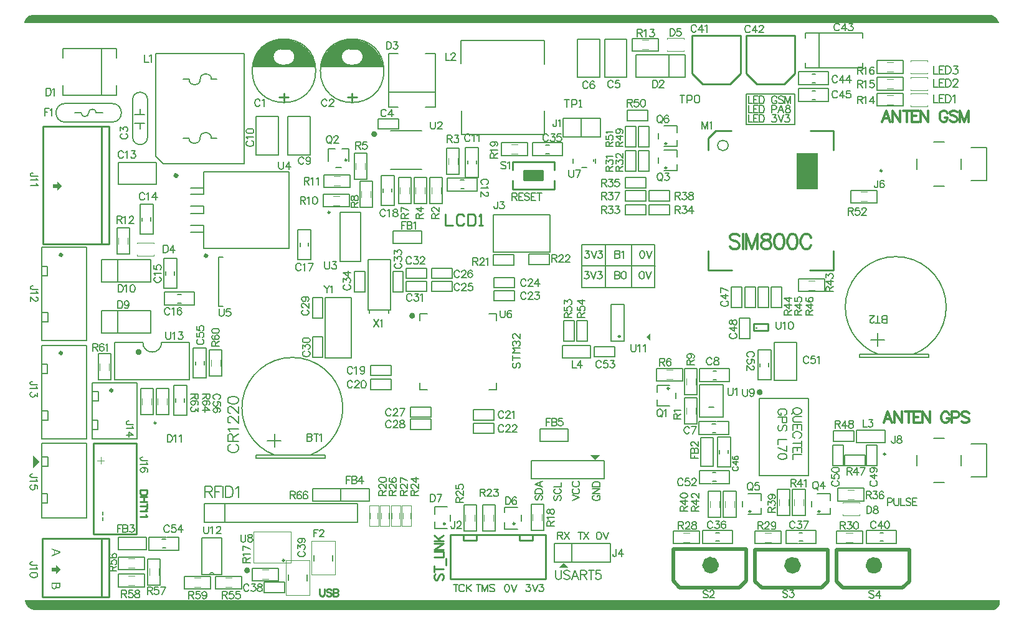
<source format=gto>
G04*
G04 #@! TF.GenerationSoftware,Altium Limited,Altium Designer,18.1.6 (161)*
G04*
G04 Layer_Color=65535*
%FSTAX24Y24*%
%MOIN*%
G70*
G01*
G75*
%ADD10C,0.0100*%
%ADD11C,0.0098*%
%ADD12C,0.0080*%
%ADD13C,0.0500*%
%ADD14C,0.0157*%
%ADD15C,0.0070*%
%ADD16C,0.0060*%
%ADD17C,0.0050*%
%ADD18C,0.0197*%
%ADD19C,0.0150*%
%ADD20C,0.0079*%
%ADD21C,0.0039*%
%ADD22C,0.0040*%
%ADD23C,0.0059*%
%ADD24C,0.0070*%
%ADD25C,0.0118*%
%ADD26R,0.1181X0.1969*%
%ADD27R,0.1000X0.0500*%
G36*
X06218Y05019D02*
X06218Y05019D01*
X062227Y05019D01*
X062318Y050174D01*
X062406Y050144D01*
X062488Y050098D01*
X06256Y05004D01*
X062622Y049971D01*
X062671Y049892D01*
X062707Y049805D01*
X062717Y04976D01*
X01056Y04976D01*
Y049802D01*
X010577Y049885D01*
X010609Y049964D01*
X010656Y050034D01*
X010716Y050094D01*
X010786Y050141D01*
X010865Y050173D01*
X010948Y05019D01*
X01099D01*
X06218Y05019D01*
D02*
G37*
G36*
X0289Y0487D02*
X0293Y0484D01*
X0296Y048D01*
X0298Y04745D01*
X0284D01*
Y0475D01*
X028412Y047501D01*
X028435Y047505D01*
X028457Y047514D01*
X028477Y047527D01*
X028485Y047535D01*
X0286Y04765D01*
Y04765D01*
X028623Y047675D01*
X02866Y04773D01*
X028685Y047792D01*
X028698Y047858D01*
X0287Y047891D01*
Y048029D01*
X028699Y048046D01*
X028693Y048079D01*
X02868Y04811D01*
X028661Y048138D01*
X02865Y04815D01*
X028649Y048162D01*
X028645Y048185D01*
X028636Y048207D01*
X028623Y048227D01*
X028615Y048235D01*
X0285Y04835D01*
X0285Y04835D01*
X028488Y048361D01*
X02846Y04838D01*
X028429Y048393D01*
X028396Y048399D01*
X028379Y0484D01*
X027871D01*
X027854Y048399D01*
X027821Y048393D01*
X02779Y04838D01*
X027762Y048361D01*
X02775Y04835D01*
X0277Y0483D01*
X027688Y048299D01*
X027665Y048295D01*
X027643Y048286D01*
X027623Y048273D01*
X027615Y048265D01*
X02755Y0482D01*
Y0482D01*
X027539Y048188D01*
X02752Y04816D01*
X027507Y048129D01*
X027501Y048096D01*
X0275Y048079D01*
Y0478D01*
X02785Y04745D01*
X0264D01*
X02645Y04765D01*
X02665Y0481D01*
X02695Y04845D01*
X0274Y04875D01*
X0279Y0489D01*
X0283D01*
X0289Y0487D01*
D02*
G37*
G36*
X02525D02*
X02565Y0484D01*
X02595Y048D01*
X02615Y04745D01*
X02475D01*
Y0475D01*
X024762Y047501D01*
X024785Y047505D01*
X024807Y047514D01*
X024827Y047527D01*
X024835Y047535D01*
X02495Y04765D01*
Y04765D01*
X024973Y047675D01*
X02501Y04773D01*
X025035Y047792D01*
X025048Y047858D01*
X02505Y047891D01*
Y048029D01*
X025049Y048046D01*
X025043Y048079D01*
X02503Y04811D01*
X025011Y048138D01*
X025Y04815D01*
X024999Y048162D01*
X024995Y048185D01*
X024986Y048207D01*
X024973Y048227D01*
X024965Y048235D01*
X02485Y04835D01*
X02485Y04835D01*
X024838Y048361D01*
X02481Y04838D01*
X024779Y048393D01*
X024746Y048399D01*
X024729Y0484D01*
X024221D01*
X024204Y048399D01*
X024171Y048393D01*
X02414Y04838D01*
X024112Y048361D01*
X0241Y04835D01*
X02405Y0483D01*
X024038Y048299D01*
X024015Y048295D01*
X023993Y048286D01*
X023973Y048273D01*
X023965Y048265D01*
X0239Y0482D01*
Y0482D01*
X023889Y048188D01*
X02387Y04816D01*
X023857Y048129D01*
X023851Y048096D01*
X02385Y048079D01*
Y0478D01*
X0242Y04745D01*
X02275D01*
X0228Y04765D01*
X023Y0481D01*
X0233Y04845D01*
X02375Y04875D01*
X02425Y0489D01*
X02465D01*
X02525Y0487D01*
D02*
G37*
G36*
X01258Y041035D02*
X01233Y040785D01*
Y040935D01*
X01208D01*
Y041135D01*
X01233D01*
Y041285D01*
X01258Y041035D01*
D02*
G37*
G36*
X04405Y032755D02*
X04385Y032955D01*
X04405Y033155D01*
Y032755D01*
D02*
G37*
G36*
X0411Y02637D02*
X04085Y02662D01*
X04135D01*
X0411Y02637D01*
D02*
G37*
G36*
X011365Y02625D02*
X011355D01*
X011005Y0259D01*
Y02661D01*
X011365Y02625D01*
D02*
G37*
G36*
X03966Y02059D02*
X03916D01*
X03941Y02084D01*
X03966Y02059D01*
D02*
G37*
G36*
X01251Y02049D02*
X01226Y02024D01*
Y02039D01*
X01201D01*
Y02059D01*
X01226D01*
Y02074D01*
X01251Y02049D01*
D02*
G37*
G36*
X062757Y01875D02*
Y018708D01*
X062741Y018625D01*
X062708Y018546D01*
X062661Y018476D01*
X062601Y018416D01*
X062531Y018369D01*
X062453Y018337D01*
X062369Y01832D01*
X011137D01*
X011083Y01832D01*
X010977Y018341D01*
X010877Y018383D01*
X010786Y018443D01*
X01071Y018519D01*
X01065Y018609D01*
X010608Y01871D01*
X010587Y018816D01*
X010587Y01887D01*
X062763Y01887D01*
X062757Y01875D01*
D02*
G37*
G36*
X014775Y023392D02*
X014718D01*
Y02359D01*
X014775D01*
Y023392D01*
D02*
G37*
G36*
Y023098D02*
X014718D01*
Y023295D01*
X014775D01*
Y023098D01*
D02*
G37*
G36*
X014692Y026337D02*
X014865D01*
Y026285D01*
X014692D01*
Y026112D01*
X014642D01*
Y026285D01*
X014469D01*
Y026337D01*
X014642D01*
Y02651D01*
X014692D01*
Y026337D01*
D02*
G37*
G36*
X012481Y019633D02*
X01248Y019622D01*
Y01961D01*
X012479Y019597D01*
X012478Y019585D01*
X012477Y019574D01*
Y019573D01*
X012476Y01957D01*
X012475Y019565D01*
X012474Y019558D01*
X012471Y019551D01*
X012469Y019542D01*
X012466Y019533D01*
X012461Y019525D01*
X012461Y019523D01*
X012459Y01952D01*
X012455Y019516D01*
X012452Y01951D01*
X012447Y019504D01*
X01244Y019498D01*
X012434Y019493D01*
X012426Y019487D01*
X012425Y019487D01*
X012422Y019485D01*
X012418Y019484D01*
X012412Y019481D01*
X012404Y019479D01*
X012396Y019477D01*
X012385Y019476D01*
X012375Y019475D01*
X012374D01*
X012369D01*
X012364Y019476D01*
X012356Y019477D01*
X012347Y019479D01*
X012337Y019482D01*
X012327Y019487D01*
X012318Y019493D01*
X012317Y019493D01*
X012314Y019495D01*
X01231Y019499D01*
X012305Y019504D01*
X012298Y019511D01*
X012292Y019519D01*
X012286Y019528D01*
X01228Y019538D01*
X012278D01*
Y019537D01*
X012277Y019536D01*
X012276Y019533D01*
X012275Y01953D01*
X012272Y019521D01*
X012269Y019511D01*
X012263Y019498D01*
X012256Y019486D01*
X012246Y019474D01*
X012235Y019463D01*
X012234Y019461D01*
X012229Y019458D01*
X012223Y019454D01*
X012213Y019449D01*
X012202Y019444D01*
X012188Y019439D01*
X012172Y019436D01*
X012154Y019435D01*
X012154D01*
X012153D01*
X012149D01*
X012142Y019436D01*
X012133Y019436D01*
X012124Y019439D01*
X012114Y019441D01*
X012103Y019444D01*
X012092Y019449D01*
X012091Y01945D01*
X012088Y019451D01*
X012083Y019454D01*
X012077Y019458D01*
X01207Y019463D01*
X012062Y019469D01*
X012055Y019477D01*
X012048Y019485D01*
X012047Y019486D01*
X012044Y019489D01*
X012041Y019495D01*
X012037Y019501D01*
X012032Y01951D01*
X012027Y01952D01*
X012022Y019531D01*
X012019Y019543D01*
Y019544D01*
X012017Y019549D01*
X012016Y019555D01*
X012014Y019565D01*
X012013Y019576D01*
X012011Y01959D01*
X012011Y019606D01*
X01201Y019624D01*
Y01979D01*
X012481D01*
Y019633D01*
D02*
G37*
G36*
Y021459D02*
Y021375D01*
X01201Y021203D01*
Y02127D01*
X012141Y021316D01*
Y021521D01*
X01201Y021567D01*
Y02163D01*
X012481Y021459D01*
D02*
G37*
%LPC*%
G36*
X012427Y019727D02*
X012291D01*
Y019636D01*
X012292Y01963D01*
Y019622D01*
X012293Y019614D01*
X012294Y019607D01*
X012294Y0196D01*
Y019599D01*
X012295Y019597D01*
X012296Y019593D01*
X012297Y019589D01*
X012301Y019579D01*
X012307Y019568D01*
X012307Y019567D01*
X012308Y019565D01*
X01231Y019563D01*
X012313Y019559D01*
X012321Y019552D01*
X012326Y019549D01*
X012331Y019547D01*
X012331D01*
X012334Y019546D01*
X012337Y019544D01*
X012341Y019543D01*
X012346Y019542D01*
X012353Y019541D01*
X012366Y01954D01*
X012367D01*
X012369D01*
X012372D01*
X012377Y019541D01*
X012385Y019542D01*
X012395Y019546D01*
X012396D01*
X012397Y019547D01*
X012401Y01955D01*
X012408Y019556D01*
X012414Y019564D01*
X012415Y019565D01*
X012415Y019567D01*
X012417Y01957D01*
X012418Y019574D01*
X01242Y019579D01*
X012422Y019586D01*
X012424Y019592D01*
X012425Y0196D01*
Y019601D01*
X012426Y019604D01*
Y019608D01*
X012426Y019615D01*
Y019622D01*
X012427Y019632D01*
Y019727D01*
D02*
G37*
G36*
X012239D02*
X012064D01*
Y01963D01*
X012065Y019621D01*
Y01961D01*
X012065Y019599D01*
X012066Y019587D01*
X012068Y019577D01*
Y019576D01*
X012068Y019573D01*
X01207Y019568D01*
X012071Y019562D01*
X012073Y019555D01*
X012076Y019548D01*
X012079Y019541D01*
X012084Y019534D01*
X012084Y019533D01*
X012086Y019531D01*
X012089Y019528D01*
X012092Y019525D01*
X0121Y019516D01*
X012105Y019512D01*
X012111Y019509D01*
X012112Y019508D01*
X012114Y019507D01*
X012118Y019506D01*
X012122Y019504D01*
X012128Y019503D01*
X012135Y019501D01*
X012143Y0195D01*
X012152D01*
X012154D01*
X012157D01*
X012162Y019501D01*
X012168D01*
X012175Y019502D01*
X012184Y019504D01*
X012191Y019506D01*
X012197Y019509D01*
X012198Y019509D01*
X0122Y01951D01*
X012203Y019512D01*
X012208Y019516D01*
X012212Y01952D01*
X012216Y019525D01*
X012221Y019532D01*
X012226Y01954D01*
X012227Y019541D01*
X012227Y019543D01*
X012229Y019546D01*
X01223Y01955D01*
X012232Y019556D01*
X012234Y019562D01*
X012235Y019569D01*
X012236Y019577D01*
Y019578D01*
X012237Y019581D01*
Y019585D01*
X012237Y019592D01*
X012238Y019599D01*
Y019608D01*
X012239Y019619D01*
Y019727D01*
D02*
G37*
G36*
X012195Y021501D02*
Y021335D01*
X012426Y021419D01*
X012195Y021501D01*
D02*
G37*
%LPD*%
D10*
X024471Y020981D02*
G03*
X024471Y020981I-00005J0D01*
G01*
X049734Y03342D02*
G03*
X049734Y03342I-00001J0D01*
G01*
X0275Y04795D02*
G03*
X02795Y0475I00045J0D01*
G01*
X0282D02*
G03*
X0287Y0479I00005J00045D01*
G01*
D02*
G03*
X0283Y0484I-00045J00005D01*
G01*
X02795D02*
G03*
X0275Y04795I0J-00045D01*
G01*
X02385D02*
G03*
X0243Y0475I00045J0D01*
G01*
X02455D02*
G03*
X02505Y0479I00005J00045D01*
G01*
D02*
G03*
X02465Y0484I-00045J00005D01*
G01*
X0243D02*
G03*
X02385Y04795I0J-00045D01*
G01*
X049594Y0333D02*
Y03367D01*
Y0333D02*
X050344D01*
Y03367D01*
X049594D02*
X050344D01*
X0518Y047068D02*
Y049102D01*
X051234Y046502D02*
X0518Y047068D01*
X049766Y046502D02*
X051234D01*
X0492Y047068D02*
Y049102D01*
Y047068D02*
X049766Y046502D01*
X0492Y049102D02*
X0518D01*
X0489Y047068D02*
Y049102D01*
X048334Y046502D02*
X0489Y047068D01*
X046866Y046502D02*
X048334D01*
X0463Y047068D02*
Y049102D01*
Y047068D02*
X046866Y046502D01*
X0463Y049102D02*
X0489D01*
X03891Y04087D02*
Y04132D01*
Y04188D02*
Y04233D01*
X0373Y04135D02*
Y04185D01*
Y04135D02*
X0383D01*
Y04185D01*
X0373D02*
X0383D01*
X03669Y04233D02*
X03891D01*
X03669Y04087D02*
X03891D01*
X03669D02*
Y04132D01*
Y04188D02*
Y04233D01*
X0281Y04555D02*
Y046D01*
X02785Y04578D02*
X02835D01*
X0278Y0475D02*
X0283D01*
X02795Y0484D02*
X0283D01*
X02785Y04745D02*
Y0475D01*
X02645Y04745D02*
X02975D01*
X02445Y04555D02*
Y046D01*
X0242Y04578D02*
X0247D01*
X02415Y0475D02*
X02465D01*
X0243Y0484D02*
X02465D01*
X0242Y04745D02*
Y0475D01*
X0228Y04745D02*
X0261D01*
X014691Y037913D02*
Y044212D01*
X011542Y037913D02*
X015085D01*
X011542Y044212D02*
X015085D01*
X011542Y037913D02*
Y044212D01*
X015085Y037913D02*
Y044212D01*
X01426Y02724D02*
X01656D01*
Y02238D02*
Y02724D01*
X01426Y02238D02*
X01656D01*
X01426D02*
Y02724D01*
X015075Y019008D02*
Y022157D01*
X011531Y019008D02*
Y022157D01*
X015075D01*
X011531Y019008D02*
X015075D01*
X014681D02*
Y022157D01*
X03847Y02D02*
Y02235D01*
X03337Y02D02*
X03847D01*
X03337D02*
Y02235D01*
X03847D01*
X03777Y02205D02*
Y02235D01*
X03707Y02205D02*
X03777D01*
X03707D02*
Y02235D01*
X03477Y02205D02*
Y02235D01*
X03407Y02205D02*
X03477D01*
X03407D02*
Y02235D01*
X03308Y03951D02*
Y03891D01*
X03348D01*
X03408Y03941D02*
X03398Y03951D01*
X03378D01*
X03368Y03941D01*
Y03901D01*
X03378Y03891D01*
X03398D01*
X03408Y03901D01*
X03428Y03951D02*
Y03891D01*
X03458D01*
X034679Y03901D01*
Y03941D01*
X03458Y03951D01*
X03428D01*
X034879Y03891D02*
X035079D01*
X034979D01*
Y03951D01*
X034879Y03941D01*
D11*
X02447Y020981D02*
G03*
X02447Y020981I-000049J0D01*
G01*
X056458Y041846D02*
G03*
X056458Y041846I-000049J0D01*
G01*
X036811Y022949D02*
G03*
X036811Y022949I-000049J0D01*
G01*
X044931Y043306D02*
G03*
X044931Y043306I-000049J0D01*
G01*
Y042006D02*
G03*
X044931Y042006I-000049J0D01*
G01*
X042444Y03297D02*
G03*
X042444Y03297I-000049J0D01*
G01*
X045067Y030194D02*
G03*
X045067Y030194I-000049J0D01*
G01*
X056641Y026672D02*
G03*
X056641Y026672I-000049J0D01*
G01*
X053131Y023606D02*
G03*
X053131Y023606I-000049J0D01*
G01*
X049431D02*
G03*
X049431Y023606I-000049J0D01*
G01*
X027813Y042422D02*
G03*
X027813Y042422I-000049J0D01*
G01*
X017599Y028349D02*
G03*
X017599Y028349I-000049J0D01*
G01*
X026907Y039619D02*
G03*
X026907Y039619I-000049J0D01*
G01*
X033081Y022949D02*
G03*
X033081Y022949I-000049J0D01*
G01*
X047154Y042957D02*
Y043596D01*
X047547Y04399D01*
X048384D01*
X052616D02*
X053846D01*
Y042957D02*
Y04399D01*
Y03651D02*
Y037543D01*
X052665Y03651D02*
X053846D01*
X052596D02*
X052665D01*
X047154D02*
X048433D01*
X047154D02*
Y037543D01*
X032569Y020253D02*
X032524Y020208D01*
X032502Y020141D01*
Y020051D01*
X032524Y019983D01*
X032569Y019938D01*
X032614D01*
X032659Y019961D01*
X032682Y019983D01*
X032704Y020028D01*
X032749Y020163D01*
X032772Y020208D01*
X032794Y020231D01*
X032839Y020253D01*
X032907D01*
X032952Y020208D01*
X032974Y020141D01*
Y020051D01*
X032952Y019983D01*
X032907Y019938D01*
X032502Y020516D02*
X032974D01*
X032502Y020359D02*
Y020674D01*
X033132Y02073D02*
Y02109D01*
X032502Y021151D02*
X032974D01*
Y021421D01*
X032502Y021472D02*
X032974D01*
X032502Y021571D02*
X032974D01*
X032502D02*
X032974Y021886D01*
X032502D02*
X032974D01*
X032502Y022017D02*
X032974D01*
X032502Y022332D02*
X032817Y022017D01*
X032704Y022129D02*
X032974Y022332D01*
X017134Y02474D02*
X01674D01*
X017134D02*
Y024609D01*
X017115Y024553D01*
X017077Y024515D01*
X01704Y024496D01*
X016984Y024478D01*
X01689D01*
X016834Y024496D01*
X016796Y024515D01*
X016759Y024553D01*
X01674Y024609D01*
Y02474D01*
X017134Y024389D02*
X01674D01*
X017134Y024127D02*
X01674D01*
X016946Y024389D02*
Y024127D01*
X017134Y023887D02*
X01674D01*
X017134Y024018D02*
Y023756D01*
X017059Y023709D02*
X017077Y023672D01*
X017134Y023615D01*
X01674D01*
X017059Y02342D02*
X017077Y023383D01*
X017134Y023327D01*
X01674D01*
X02636Y019454D02*
Y019172D01*
X026379Y019116D01*
X026416Y019079D01*
X026472Y01906D01*
X02651D01*
X026566Y019079D01*
X026604Y019116D01*
X026622Y019172D01*
Y019454D01*
X026994Y019397D02*
X026956Y019435D01*
X0269Y019454D01*
X026825D01*
X026769Y019435D01*
X026731Y019397D01*
Y01936D01*
X02675Y019322D01*
X026769Y019304D01*
X026806Y019285D01*
X026919Y019247D01*
X026956Y019229D01*
X026975Y01921D01*
X026994Y019172D01*
Y019116D01*
X026956Y019079D01*
X0269Y01906D01*
X026825D01*
X026769Y019079D01*
X026731Y019116D01*
X027082Y019454D02*
Y01906D01*
Y019454D02*
X02725D01*
X027307Y019435D01*
X027325Y019416D01*
X027344Y019379D01*
Y019341D01*
X027325Y019304D01*
X027307Y019285D01*
X02725Y019266D01*
X027082D02*
X02725D01*
X027307Y019247D01*
X027325Y019229D01*
X027344Y019191D01*
Y019135D01*
X027325Y019097D01*
X027307Y019079D01*
X02725Y01906D01*
X027082D01*
D12*
X048219Y043203D02*
G03*
X048219Y043203I-000278J0D01*
G01*
X017604Y04813D02*
X022328D01*
Y042225D02*
Y04813D01*
X020571Y046743D02*
X020871D01*
X019071D02*
X019371D01*
X019061Y043603D02*
X019361D01*
X020561D02*
X020861D01*
X017604Y042618D02*
Y04813D01*
Y042618D02*
X017998Y042225D01*
X022328D01*
D13*
X05622Y02072D02*
G03*
X05622Y02072I-0002J0D01*
G01*
X04748Y02073D02*
G03*
X04748Y02073I-0002J0D01*
G01*
X051866Y02072D02*
G03*
X051866Y02072I-0002J0D01*
G01*
D14*
X04999Y02999D02*
G03*
X04999Y02999I-000079J0D01*
G01*
X03139Y03408D02*
G03*
X03139Y03408I-000079J0D01*
G01*
X02936Y04381D02*
G03*
X02936Y04381I-000079J0D01*
G01*
X012559Y03734D02*
G03*
X012559Y03734I-000049J0D01*
G01*
X020326Y037298D02*
G03*
X020326Y037298I-000049J0D01*
G01*
X015259Y03009D02*
G03*
X015259Y03009I-000049J0D01*
G01*
X012559Y03209D02*
G03*
X012559Y03209I-000049J0D01*
G01*
X022559Y02045D02*
G03*
X022559Y02045I-000079J0D01*
G01*
D15*
X058113Y032013D02*
G03*
X056267Y032013I-000923J002537D01*
G01*
X0298Y0472D02*
G03*
X0298Y0472I-0017J0D01*
G01*
X02615D02*
G03*
X02615Y0472I-0017J0D01*
G01*
X019371Y046743D02*
G03*
X019971Y046743I0003J0D01*
G01*
X020571D02*
G03*
X019971Y046743I-0003J0D01*
G01*
X020561Y043603D02*
G03*
X019961Y043603I-0003J0D01*
G01*
X019361D02*
G03*
X019961Y043603I0003J0D01*
G01*
X01715Y04565D02*
G03*
X01635Y04565I-0004J0D01*
G01*
Y04365D02*
G03*
X01715Y04365I0004J0D01*
G01*
X01525Y04445D02*
G03*
X01525Y04545I0J0005D01*
G01*
X01275D02*
G03*
X01275Y04445I0J-0005D01*
G01*
X025823Y026613D02*
G03*
X023977Y026613I-000923J002537D01*
G01*
X0169Y032654D02*
G03*
X0179Y03265I0005J-000017D01*
G01*
X04739Y02568D02*
X04757D01*
X0474Y02522D02*
X04758D01*
X05039Y03136D02*
Y03154D01*
X04993Y03135D02*
Y03153D01*
X03022Y04071D02*
Y04089D01*
X02976Y0407D02*
Y04088D01*
X01686Y03915D02*
Y03933D01*
X01732Y03916D02*
Y03934D01*
X02018Y03146D02*
Y03164D01*
X01972Y03145D02*
Y03163D01*
X04756Y02247D02*
X04774D01*
X04757Y02201D02*
X04775D01*
X05202Y02247D02*
X0522D01*
X05203Y02201D02*
X05221D01*
X05634Y02247D02*
X05652D01*
X05635Y02201D02*
X05653D01*
X03986Y0209D02*
Y02189D01*
X04191Y0209D02*
Y0219D01*
X03891D02*
X04191D01*
X03891Y0209D02*
Y0219D01*
Y0209D02*
X04191D01*
X04742Y03066D02*
X0476D01*
X04741Y03112D02*
X04759D01*
X04737Y02829D02*
X04755D01*
X04738Y02783D02*
X04756D01*
X04776Y0267D02*
Y02688D01*
X04822Y02671D02*
Y02689D01*
X05585Y03279D02*
X05659D01*
X05623Y03245D02*
Y03316D01*
X05526Y03186D02*
Y03201D01*
Y03186D02*
X05896D01*
Y03201D01*
X05526D02*
X05896D01*
X05272Y04566D02*
X0529D01*
X05271Y04612D02*
X05289D01*
X05272Y04656D02*
X0529D01*
X05271Y04702D02*
X05289D01*
X03939Y04365D02*
X04139D01*
X03939D02*
Y04465D01*
X04139D01*
Y04365D02*
Y04465D01*
X04034Y04365D02*
Y04464D01*
X03847Y04276D02*
X03865D01*
X03846Y04322D02*
X03864D01*
X02902Y034239D02*
Y034379D01*
X03015D01*
Y037089D01*
X02894D02*
X03015D01*
X02894Y034379D02*
Y037089D01*
X03004Y034229D02*
Y034379D01*
X02894D02*
X02902D01*
X01675Y04485D02*
Y04515D01*
Y0441D02*
Y0444D01*
X01645Y04485D02*
X017D01*
X01645Y0444D02*
X017D01*
X01715Y04365D02*
Y04565D01*
X01635Y04365D02*
Y04565D01*
X01275Y04445D02*
X01525D01*
X01275Y04545D02*
X01525D01*
X0125Y03275D02*
X0139D01*
X0115Y03775D02*
X0139D01*
X0115Y03275D02*
Y03775D01*
Y03275D02*
X0125D01*
X0139D02*
Y03775D01*
X0115Y03673D02*
X0118D01*
Y03623D02*
Y03673D01*
X0115Y03623D02*
X0118D01*
X01152Y03425D02*
X01182D01*
Y03375D02*
Y03425D01*
X01152Y03375D02*
X01182D01*
X02356Y02739D02*
X0243D01*
X02394Y02705D02*
Y02776D01*
X02297Y02646D02*
Y02661D01*
Y02646D02*
X02667D01*
Y02661D01*
X02297D02*
X02667D01*
X01859Y03627D02*
Y03645D01*
X01813Y03626D02*
Y03644D01*
X01877Y034762D02*
X01895D01*
X01876Y035222D02*
X01894D01*
X0154Y03265D02*
X0169D01*
X01791D02*
X0194D01*
X0154Y03065D02*
Y03265D01*
Y03065D02*
X0194D01*
Y03265D01*
X01419Y02799D02*
X01449D01*
Y02849D01*
X01419D02*
X01449D01*
X01421Y02951D02*
X01451D01*
Y03001D01*
X01421D02*
X01451D01*
X0166Y0275D02*
Y0305D01*
X0142Y0275D02*
X0166D01*
X0142D02*
Y0305D01*
X0166D01*
X0125Y0275D02*
X0139D01*
X0115Y0325D02*
X0139D01*
X0115Y0275D02*
Y0325D01*
Y0275D02*
X0125D01*
X0139D02*
Y0325D01*
X0115Y03148D02*
X0118D01*
Y03098D02*
Y03148D01*
X0115Y03098D02*
X0118D01*
X01152Y029D02*
X01182D01*
Y0285D02*
Y029D01*
X01152Y0285D02*
X01182D01*
X0139Y023255D02*
Y027255D01*
X0115Y023255D02*
X0125D01*
X0115D02*
Y027255D01*
X0139D01*
X0125Y023255D02*
X0139D01*
X01151Y026535D02*
X01181D01*
Y026035D02*
Y026535D01*
X01151Y026035D02*
X01181D01*
X0115Y024545D02*
X0118D01*
Y024045D02*
Y024545D01*
X0115Y024045D02*
X0118D01*
X01793Y02211D02*
X01811D01*
X01794Y02165D02*
X01812D01*
X03565Y0375D02*
X03868D01*
X03565D02*
Y0385D01*
Y0395D01*
X03868D01*
Y0375D02*
Y0395D01*
X01912Y02947D02*
Y02965D01*
X01866Y02946D02*
Y02964D01*
X02531Y0378D02*
Y03798D01*
X02577Y03781D02*
Y03799D01*
X0339Y04134D02*
X03408D01*
X03391Y04088D02*
X03409D01*
X03474Y04222D02*
Y0424D01*
X03428Y04221D02*
Y04239D01*
D16*
X041017Y042429D02*
G03*
X041017Y042331I000109J-000049D01*
G01*
X02071Y020215D02*
G03*
X02047Y020215I-00012J0D01*
G01*
X047193Y029185D02*
X047459D01*
X041126Y042261D02*
Y042499D01*
X040393Y042035D02*
X040659D01*
X039926Y042261D02*
Y042499D01*
X030162Y043974D02*
X031832D01*
X030162Y041914D02*
X031832D01*
X020049Y022185D02*
X021131D01*
X020049Y020215D02*
X021131D01*
X031736Y03011D02*
Y030488D01*
Y033812D02*
Y03419D01*
X035438D02*
X035816D01*
Y03011D02*
Y030488D01*
X031736Y03011D02*
X032113D01*
X035438D02*
X035816D01*
Y033812D02*
Y03419D01*
X031736D02*
X032113D01*
D17*
X0136Y04495D02*
G03*
X014Y04495I0002J0D01*
G01*
X0144D02*
G03*
X014Y04495I-0002J0D01*
G01*
X02276Y0199D02*
X02416D01*
Y02057D01*
X02276D02*
X02416D01*
X02276Y0199D02*
Y02057D01*
X05478Y04013D02*
Y0408D01*
X05618D01*
Y04013D02*
Y0408D01*
X05478Y04013D02*
X05618D01*
X03836Y0226D02*
Y024D01*
X03769D02*
X03836D01*
X03769Y0226D02*
Y024D01*
Y0226D02*
X03836D01*
X03576Y02255D02*
Y02395D01*
X03509D02*
X03576D01*
X03509Y02255D02*
Y02395D01*
Y02255D02*
X03576D01*
X03476D02*
Y02395D01*
X03409D02*
X03476D01*
X03409Y02255D02*
Y02395D01*
Y02255D02*
X03476D01*
X03749Y04267D02*
Y04334D01*
X03609Y04267D02*
X03749D01*
X03609D02*
Y04334D01*
X03749D01*
X03141Y04149D02*
X03208D01*
Y04009D02*
Y04149D01*
X03141Y04009D02*
X03208D01*
X03141D02*
Y04149D01*
X03059Y04009D02*
X03126D01*
X03059D02*
Y04149D01*
X03126D01*
Y04009D02*
Y04149D01*
X01551Y0374D02*
Y0388D01*
Y0374D02*
X01618D01*
Y0388D01*
X01551D02*
X01618D01*
X05198Y03606D02*
X05338D01*
X05198Y03539D02*
Y03606D01*
Y03539D02*
X05338D01*
Y03606D01*
X04669Y021876D02*
Y022546D01*
X04529Y021876D02*
X04669D01*
X04529D02*
Y022546D01*
X04669D01*
X05106Y021876D02*
Y022546D01*
X04966Y021876D02*
X05106D01*
X04966D02*
Y022546D01*
X05106D01*
X055405Y021876D02*
Y022546D01*
X054005Y021876D02*
X055405D01*
X054005D02*
Y022546D01*
X055405D01*
X0431Y04826D02*
X0445D01*
Y04893D01*
X0431D02*
X0445D01*
X0431Y04826D02*
Y04893D01*
X0444Y030584D02*
X0458D01*
Y031254D01*
X0444D02*
X0458D01*
X0444Y030584D02*
Y031254D01*
X045892Y029854D02*
Y031254D01*
Y029854D02*
X046562D01*
Y031254D01*
X045892D02*
X046562D01*
X045892Y0283D02*
Y0297D01*
Y0283D02*
X046562D01*
Y0297D01*
X045892D02*
X046562D01*
X0541Y02484D02*
X0555D01*
X0541Y02417D02*
Y02484D01*
Y02417D02*
X0555D01*
Y02484D01*
X05234Y0234D02*
Y0248D01*
X05167D02*
X05234D01*
X05167Y0234D02*
Y0248D01*
Y0234D02*
X05234D01*
X05086D02*
Y0248D01*
Y0234D02*
X05153D01*
Y0248D01*
X05086D02*
X05153D01*
X04864Y0233D02*
Y0247D01*
X04797D02*
X04864D01*
X04797Y0233D02*
Y0247D01*
Y0233D02*
X04864D01*
X04716D02*
Y0247D01*
Y0233D02*
X04783D01*
Y0247D01*
X04716D02*
X04783D01*
X0562Y04599D02*
X0576D01*
X0562Y04532D02*
Y04599D01*
Y04532D02*
X0576D01*
Y04599D01*
X0562Y04684D02*
X0576D01*
X0562Y04617D02*
Y04684D01*
Y04617D02*
X0576D01*
Y04684D01*
X0562Y04774D02*
X0576D01*
X0562Y04707D02*
Y04774D01*
Y04707D02*
X0576D01*
Y04774D01*
X02889Y0414D02*
Y0428D01*
X02822D02*
X02889D01*
X02822Y0414D02*
Y0428D01*
Y0414D02*
X02889D01*
X02919Y0399D02*
Y0413D01*
X02852D02*
X02919D01*
X02852Y0399D02*
Y0413D01*
Y0399D02*
X02919D01*
X0144Y04495D02*
X01475D01*
X01325D02*
X0136D01*
X01518Y03064D02*
Y03204D01*
X01451D02*
X01518D01*
X01451Y03064D02*
Y03204D01*
Y03064D02*
X01518D01*
X02079Y02013D02*
X02219D01*
X02079Y01946D02*
Y02013D01*
Y01946D02*
X02219D01*
Y02013D01*
X01912Y019455D02*
X02052D01*
Y020125D01*
X01912D02*
X02052D01*
X01912Y019455D02*
Y020125D01*
X017836Y01967D02*
Y02107D01*
X017166D02*
X017836D01*
X017166Y01967D02*
Y02107D01*
Y01967D02*
X017836D01*
X01559Y02049D02*
X01699D01*
Y02116D01*
X01559D02*
X01699D01*
X01559Y02049D02*
Y02116D01*
Y01957D02*
X01699D01*
Y02024D01*
X01559D02*
X01699D01*
X01559Y01957D02*
Y02024D01*
X01829Y028786D02*
Y030186D01*
X01762D02*
X01829D01*
X01762Y028786D02*
Y030186D01*
Y028786D02*
X01829D01*
X01745D02*
Y030186D01*
X01678D02*
X01745D01*
X01678Y028786D02*
Y030186D01*
Y028786D02*
X01745D01*
X02046Y03085D02*
Y03225D01*
Y03085D02*
X02113D01*
Y03225D01*
X02046D02*
X02113D01*
X03383Y04165D02*
Y04305D01*
X03316D02*
X03383D01*
X03316Y04165D02*
Y04305D01*
Y04165D02*
X03383D01*
X03226Y0401D02*
Y0415D01*
Y0401D02*
X03293D01*
Y0415D01*
X03226D02*
X03293D01*
X02655Y04059D02*
X02795D01*
X02655Y03992D02*
Y04059D01*
Y03992D02*
X02795D01*
Y04059D01*
X02658Y04163D02*
X02798D01*
X02658Y04096D02*
Y04163D01*
Y04096D02*
X02798D01*
Y04163D01*
D18*
X018719Y041589D02*
G03*
X018719Y041589I-000049J0D01*
G01*
X05437Y01952D02*
X054815D01*
X05402Y01987D02*
X05437Y01952D01*
X05402Y01987D02*
Y02157D01*
X05792D01*
Y01987D02*
Y02157D01*
X05757Y01952D02*
X05792Y01987D01*
X054815Y01952D02*
X05757D01*
X04563Y01953D02*
X046075D01*
X04528Y01988D02*
X04563Y01953D01*
X04528Y01988D02*
Y02158D01*
X04918D01*
Y01988D02*
Y02158D01*
X04883Y01953D02*
X04918Y01988D01*
X046075Y01953D02*
X04883D01*
X050016Y01952D02*
X050461D01*
X049666Y01987D02*
X050016Y01952D01*
X049666Y01987D02*
Y02157D01*
X053566D01*
Y01987D02*
Y02157D01*
X053216Y01952D02*
X053566Y01987D01*
X050461Y01952D02*
X053216D01*
D19*
X01675Y03214D02*
G03*
X01675Y03214I-00008J0D01*
G01*
D20*
X04733Y0258D02*
X04828D01*
X04668D02*
X047336D01*
X04668Y0251D02*
X047336D01*
X04735D02*
X04828D01*
X04668D02*
Y0258D01*
X04828Y0251D02*
Y0258D01*
X025672Y019902D02*
Y020217D01*
X024682Y019912D02*
Y020227D01*
X024481Y019259D02*
Y01981D01*
X023379Y019259D02*
X024481D01*
X023379D02*
Y01981D01*
X024481D01*
X026052Y020952D02*
Y021267D01*
X027042Y020942D02*
Y021257D01*
X035639Y036802D02*
Y037354D01*
X036741D01*
Y036802D02*
Y037354D01*
X035639Y036802D02*
X036741D01*
X05051Y03065D02*
Y0316D01*
Y031594D02*
Y03225D01*
X04981Y031594D02*
Y03225D01*
Y03065D02*
Y03158D01*
Y03225D02*
X05051D01*
X04981Y03065D02*
X05051D01*
X050699Y032664D02*
X051881D01*
X050699Y030616D02*
Y032664D01*
Y030616D02*
X051881D01*
Y032664D01*
X029099Y030874D02*
X030201D01*
Y031426D01*
X029099D02*
X030201D01*
X029099Y030874D02*
Y031426D01*
Y030124D02*
X030201D01*
Y030676D01*
X029099D02*
X030201D01*
X029099Y030124D02*
Y030676D01*
X034599Y027774D02*
X035701D01*
Y028326D01*
X034599D02*
X035701D01*
X034599Y027774D02*
Y028326D01*
Y028502D02*
X035701D01*
Y029054D01*
X034599D02*
X035701D01*
X034599Y028502D02*
Y029054D01*
X03034Y04D02*
Y04095D01*
Y040944D02*
Y0416D01*
X02964Y040944D02*
Y0416D01*
Y04D02*
Y04093D01*
Y0416D02*
X03034D01*
X02964Y04D02*
X03034D01*
X026641Y031836D02*
X028059D01*
X026641D02*
Y035064D01*
X028059D01*
Y031836D02*
Y035064D01*
X015576Y042301D02*
X017624D01*
Y041119D02*
Y042301D01*
X015576Y041119D02*
X017624D01*
X015576D02*
Y042301D01*
X01674Y03845D02*
X01744D01*
X01674Y04005D02*
X01744D01*
X01674Y03845D02*
Y03938D01*
Y039394D02*
Y04005D01*
X01744Y039394D02*
Y04005D01*
Y03845D02*
Y0394D01*
X0203Y03075D02*
Y0317D01*
Y031694D02*
Y03235D01*
X0196Y031694D02*
Y03235D01*
Y03075D02*
Y03168D01*
Y03235D02*
X0203D01*
X0196Y03075D02*
X0203D01*
X02598Y02414D02*
X0275D01*
Y02481D01*
X02598Y02414D02*
Y02481D01*
X0275D01*
X0475Y02259D02*
X04845D01*
X04685D02*
X047506D01*
X04685Y02189D02*
X047506D01*
X04752D02*
X04845D01*
X04685D02*
Y02259D01*
X04845Y02189D02*
Y02259D01*
X05196D02*
X05291D01*
X05131D02*
X051966D01*
X05131Y02189D02*
X051966D01*
X05198D02*
X05291D01*
X05131D02*
Y02259D01*
X05291Y02189D02*
Y02259D01*
X05628D02*
X05723D01*
X05563D02*
X056286D01*
X05563Y02189D02*
X056286D01*
X0563D02*
X05723D01*
X05563D02*
Y02259D01*
X05723Y02189D02*
Y02259D01*
X0213Y02301D02*
Y02401D01*
X028398Y02301D02*
Y02401D01*
X020202Y02301D02*
X028398D01*
X020202D02*
Y02401D01*
X028398D01*
X042791Y046856D02*
Y048904D01*
X041609Y046856D02*
X042791D01*
X041609D02*
Y048904D01*
X042791D01*
X041341Y046846D02*
Y048894D01*
X040159Y046846D02*
X041341D01*
X040159D02*
Y048894D01*
X041341D01*
X04307Y0356D02*
Y03788D01*
X04165Y0356D02*
Y03788D01*
X04162D02*
X04165D01*
X04038Y03677D02*
X04431D01*
X04038Y0356D02*
Y03788D01*
Y0356D02*
X0443D01*
Y03788D01*
X04038D02*
X0443D01*
X03466Y02D02*
X03594D01*
X043921Y044524D02*
Y045076D01*
X042818Y044524D02*
X043921D01*
X042818D02*
Y045076D01*
X043921D01*
X043438Y041829D02*
X043989D01*
X043438D02*
Y042931D01*
X043989D01*
Y041829D02*
Y042931D01*
X042724Y041829D02*
X043276D01*
X042724D02*
Y042931D01*
X043276D01*
Y041829D02*
Y042931D01*
X040124Y032734D02*
X040676D01*
X040124D02*
Y033837D01*
X040676D01*
Y032734D02*
Y033837D01*
X039424Y032734D02*
X039976D01*
X039424D02*
Y033837D01*
X039976D01*
Y032734D02*
Y033837D01*
X03935Y032485D02*
X04087D01*
X03935Y031815D02*
Y032485D01*
X04087Y031815D02*
Y032485D01*
X03935Y031815D02*
X04087D01*
X042151Y031875D02*
Y032426D01*
X041049Y031875D02*
X042151D01*
X041049D02*
Y032426D01*
X042151D01*
X041946Y034689D02*
X042654D01*
X041946Y032721D02*
X042654D01*
X041946D02*
Y034689D01*
X042654Y032721D02*
Y034689D01*
X0483Y03054D02*
Y03124D01*
X0467Y03054D02*
Y03124D01*
X04737Y03054D02*
X0483D01*
X0467D02*
X047356D01*
X0467Y03124D02*
X047356D01*
X04735D02*
X0483D01*
X0467Y0304D02*
X04795D01*
X0467Y02865D02*
Y0304D01*
Y02865D02*
X04795D01*
Y0304D01*
X04667Y02771D02*
Y02841D01*
X04827Y02771D02*
Y02841D01*
X04667D02*
X0476D01*
X047614D02*
X04827D01*
X047614Y02771D02*
X04827D01*
X04667D02*
X04762D01*
X04764Y026D02*
X04834D01*
X04764Y0276D02*
X04834D01*
X04764Y026D02*
Y02693D01*
Y026944D02*
Y0276D01*
X04834Y026944D02*
Y0276D01*
Y026D02*
Y02695D01*
X04743Y02603D02*
Y02755D01*
X04676D02*
X04743D01*
X04676Y02603D02*
X04743D01*
X04676D02*
Y02755D01*
X054971Y027357D02*
Y027909D01*
X053868Y027357D02*
X054971D01*
X053868D02*
Y027909D01*
X054971D01*
X055093Y027299D02*
X056613D01*
Y027969D01*
X055093Y027299D02*
Y027969D01*
X056613D01*
X055571Y026062D02*
Y026613D01*
X054468Y026062D02*
X055571D01*
X054468D02*
Y026613D01*
X055571D01*
X055624Y027164D02*
X056176D01*
Y026062D02*
Y027164D01*
X055624Y026062D02*
X056176D01*
X055624D02*
Y027164D01*
X053824D02*
X054376D01*
Y026062D02*
Y027164D01*
X053824Y026062D02*
X054376D01*
X053824D02*
Y027164D01*
X060681Y026046D02*
Y026629D01*
X058319Y026046D02*
Y026629D01*
X059209Y025156D02*
X059791D01*
X059209Y027518D02*
X059791D01*
X062059Y025451D02*
Y027223D01*
X061209Y025451D02*
X062059D01*
X061209Y027223D02*
X062059D01*
X049872Y029647D02*
X052529D01*
Y025533D02*
Y029647D01*
X049872Y025533D02*
X052529D01*
X049872D02*
Y029647D01*
X048404Y034529D02*
X048956D01*
X048404D02*
Y035631D01*
X048956D01*
Y034529D02*
Y035631D01*
X048824Y032869D02*
X049376D01*
X048824D02*
Y033971D01*
X049376D01*
Y032869D02*
Y033971D01*
X0492Y04432D02*
Y04595D01*
X0518D01*
Y04432D02*
Y04595D01*
X0492Y04432D02*
X0518D01*
X060681Y041909D02*
Y042491D01*
X058319Y041909D02*
Y042491D01*
X059209Y041019D02*
X059791D01*
X059209Y043381D02*
X059791D01*
X062059Y041314D02*
Y043086D01*
X061209Y041314D02*
X062059D01*
X061209Y043086D02*
X062059D01*
X0536Y04554D02*
Y04624D01*
X052Y04554D02*
Y04624D01*
X05267Y04554D02*
X0536D01*
X052D02*
X052656D01*
X052Y04624D02*
X052656D01*
X05265D02*
X0536D01*
Y04644D02*
Y04714D01*
X052Y04644D02*
Y04714D01*
X05267Y04644D02*
X0536D01*
X052D02*
X052656D01*
X052Y04714D02*
X052656D01*
X05265D02*
X0536D01*
X0531Y0474D02*
Y0492D01*
X05235Y048973D02*
Y04923D01*
Y04736D02*
Y047617D01*
X05541Y04736D02*
Y047617D01*
Y048973D02*
Y04923D01*
X05235D02*
X05541D01*
X05235Y04736D02*
X05541D01*
X043278Y046859D02*
Y048044D01*
Y046859D02*
X045915D01*
Y048044D01*
X043278D02*
X045915D01*
X04505Y046867D02*
Y048033D01*
X03935Y04264D02*
Y04334D01*
X03775Y04264D02*
Y04334D01*
X03842Y04264D02*
X03935D01*
X03775D02*
X038406D01*
X03775Y04334D02*
X038406D01*
X0384D02*
X03935D01*
X0384Y04756D02*
Y04882D01*
X03391D02*
X0384D01*
X03391Y04758D02*
Y04882D01*
X03396Y04378D02*
Y04505D01*
Y04378D02*
X03837D01*
X03838Y04379D01*
Y04504D01*
X03005Y045267D02*
Y048117D01*
X03255Y045267D02*
Y048117D01*
X03005D02*
X03057D01*
X03005Y045267D02*
X03057D01*
X03203Y048117D02*
X03255D01*
X03203Y045267D02*
X03255D01*
X03005Y046048D02*
X03255D01*
X029499Y044077D02*
Y044628D01*
X030601D01*
Y044077D02*
Y044628D01*
X029499Y044077D02*
X030601D01*
X0303Y03863D02*
X03182D01*
X0303Y03796D02*
Y03863D01*
X03182Y03796D02*
Y03863D01*
X0303Y03796D02*
X03182D01*
X03814Y02801D02*
X03966D01*
X03814Y02734D02*
Y02801D01*
X03966Y02734D02*
Y02801D01*
X03814Y02734D02*
X03966D01*
X025974Y035051D02*
X026526D01*
Y033949D02*
Y035051D01*
X025974Y033949D02*
X026526D01*
X025974D02*
Y035051D01*
Y031849D02*
X026526D01*
X025974D02*
Y032951D01*
X026526D01*
Y031849D02*
Y032951D01*
X024659Y042706D02*
Y044754D01*
X025841D01*
Y042706D02*
Y044754D01*
X024659Y042706D02*
X025841D01*
X022959D02*
Y044754D01*
X024141D01*
Y042706D02*
Y044754D01*
X022959Y042706D02*
X024141D01*
X012633Y0459D02*
X015483D01*
X012633Y0484D02*
X015483D01*
X012633Y0459D02*
Y04642D01*
X015483Y0459D02*
Y04642D01*
X012633Y04788D02*
Y0484D01*
X015483Y04788D02*
Y0484D01*
X014702Y0459D02*
Y0484D01*
X024732Y037703D02*
Y041797D01*
X020141Y037703D02*
X024732D01*
X020141Y041797D02*
X024732D01*
X020141Y040931D02*
Y041797D01*
X019471Y040931D02*
X020141D01*
Y040577D02*
Y040931D01*
X019471Y040577D02*
X020141D01*
X019471Y039947D02*
X020141D01*
Y039553D02*
Y039947D01*
X019471Y039553D02*
X020141D01*
X019471Y038923D02*
X020141D01*
Y038569D02*
Y038923D01*
X019471Y038569D02*
X020141D01*
Y037703D02*
Y038569D01*
X01801Y03715D02*
X01871D01*
X01801Y03555D02*
X01871D01*
Y03622D02*
Y03715D01*
Y03555D02*
Y036206D01*
X01801Y03555D02*
Y036206D01*
Y0362D02*
Y03715D01*
X01965Y034642D02*
Y035342D01*
X01805Y034642D02*
Y035342D01*
X01872Y034642D02*
X01965D01*
X01805D02*
X018706D01*
X01805Y035342D02*
X018706D01*
X0187D02*
X01965D01*
X017322Y035906D02*
Y037091D01*
X014685D02*
X017322D01*
X014685Y035906D02*
Y037091D01*
Y035906D02*
X017322D01*
X01555Y035917D02*
Y037083D01*
X017322Y033156D02*
Y034341D01*
X014685D02*
X017322D01*
X014685Y033156D02*
Y034341D01*
Y033156D02*
X017322D01*
X01555Y033167D02*
Y034333D01*
X0275Y02414D02*
X02902D01*
Y02481D01*
X0275Y02414D02*
Y02481D01*
X02902D01*
X015577Y022224D02*
X017097D01*
X015577Y021554D02*
Y022224D01*
X017097Y021554D02*
Y022224D01*
X015577Y021554D02*
X017097D01*
X01723Y02153D02*
Y02223D01*
X01883Y02153D02*
Y02223D01*
X01723D02*
X01816D01*
X018174D02*
X01883D01*
X018174Y02153D02*
X01883D01*
X01723D02*
X01818D01*
X049124Y034529D02*
X049676D01*
X049124D02*
Y035631D01*
X049676D01*
Y034529D02*
Y035631D01*
X050524Y034529D02*
X051076D01*
X050524D02*
Y035631D01*
X051076D01*
Y034529D02*
Y035631D01*
X049824Y034529D02*
X050376D01*
X049824D02*
Y035631D01*
X050376D01*
Y034529D02*
Y035631D01*
X045081Y039479D02*
Y040031D01*
X043979Y039479D02*
X045081D01*
X043979D02*
Y040031D01*
X045081D01*
Y040224D02*
Y040776D01*
X043979Y040224D02*
X045081D01*
X043979D02*
Y040776D01*
X045081D01*
X042729Y040224D02*
Y040776D01*
X043832D01*
Y040224D02*
Y040776D01*
X042729Y040224D02*
X043832D01*
X042729Y039479D02*
Y040031D01*
X043832D01*
Y039479D02*
Y040031D01*
X042729Y039479D02*
X043832D01*
X042729Y040924D02*
Y041476D01*
X043832D01*
Y040924D02*
Y041476D01*
X042729Y040924D02*
X043832D01*
X043438Y043129D02*
X043989D01*
X043438D02*
Y044232D01*
X043989D01*
Y043129D02*
Y044232D01*
X042724Y043129D02*
X043276D01*
X042724D02*
Y044232D01*
X043276D01*
Y043129D02*
Y044232D01*
X038671Y036824D02*
Y037376D01*
X037569Y036824D02*
X038671D01*
X037569D02*
Y037376D01*
X038671D01*
X033451Y035374D02*
Y035926D01*
X032349Y035374D02*
X033451D01*
X032349D02*
Y035926D01*
X033451D01*
Y036074D02*
Y036626D01*
X032349Y036074D02*
X033451D01*
X032349D02*
Y036626D01*
X033451D01*
X032101Y036078D02*
Y036629D01*
X030999Y036078D02*
X032101D01*
X030999D02*
Y036629D01*
X032101D01*
Y035374D02*
Y035926D01*
X030999Y035374D02*
X032101D01*
X030999D02*
Y035926D01*
X032101D01*
X028224Y035349D02*
X028776D01*
X028224D02*
Y036451D01*
X028776D01*
Y035349D02*
Y036451D01*
X030274Y035349D02*
X030826D01*
X030274D02*
Y036451D01*
X030826D01*
Y035349D02*
Y036451D01*
X036801Y034877D02*
Y035428D01*
X035699Y034877D02*
X036801D01*
X035699D02*
Y035428D01*
X036801D01*
Y035577D02*
Y036128D01*
X035699Y035577D02*
X036801D01*
X035699D02*
Y036128D01*
X036801D01*
X031219Y028642D02*
Y029194D01*
X032321D01*
Y028642D02*
Y029194D01*
X031219Y028642D02*
X032321D01*
X031219Y028004D02*
Y028556D01*
X032321D01*
Y028004D02*
Y028556D01*
X031219Y028004D02*
X032321D01*
X01854Y03035D02*
X01924D01*
X01854Y02875D02*
X01924D01*
Y02942D02*
Y03035D01*
Y02875D02*
Y029406D01*
X01854Y02875D02*
Y029406D01*
Y0294D02*
Y03035D01*
X02519Y0371D02*
X02589D01*
X02519Y0387D02*
X02589D01*
X02519Y0371D02*
Y03803D01*
Y038044D02*
Y0387D01*
X02589Y038044D02*
Y0387D01*
Y0371D02*
Y03805D01*
X027449Y036981D02*
X028551D01*
X027449Y039619D02*
X028551D01*
Y036981D02*
Y039619D01*
X027449Y036981D02*
Y039619D01*
X0332Y04076D02*
Y04146D01*
X0348Y04076D02*
Y04146D01*
X0332D02*
X03413D01*
X034144D02*
X0348D01*
X034144Y04076D02*
X0348D01*
X0332D02*
X03415D01*
X03416Y0431D02*
X03486D01*
X03416Y0415D02*
X03486D01*
Y04217D02*
Y0431D01*
Y0415D02*
Y042156D01*
X03416Y0415D02*
Y042156D01*
Y04215D02*
Y0431D01*
X039099Y022502D02*
Y022109D01*
Y022502D02*
X039267D01*
X039324Y022484D01*
X039342Y022465D01*
X039361Y022427D01*
Y02239D01*
X039342Y022352D01*
X039324Y022334D01*
X039267Y022315D01*
X039099D01*
X03923D02*
X039361Y022109D01*
X039449Y022502D02*
X039712Y022109D01*
Y022502D02*
X039449Y022109D01*
X043601Y037562D02*
X043545Y037544D01*
X043507Y037487D01*
X043489Y037394D01*
Y037337D01*
X043507Y037244D01*
X043545Y037187D01*
X043601Y037169D01*
X043639D01*
X043695Y037187D01*
X043732Y037244D01*
X043751Y037337D01*
Y037394D01*
X043732Y037487D01*
X043695Y037544D01*
X043639Y037562D01*
X043601D01*
X043839D02*
X043989Y037169D01*
X044139Y037562D02*
X043989Y037169D01*
X03364Y019702D02*
Y019309D01*
X033509Y019702D02*
X033771D01*
X034099Y019609D02*
X03408Y019646D01*
X034043Y019684D01*
X034005Y019702D01*
X03393D01*
X033893Y019684D01*
X033856Y019646D01*
X033837Y019609D01*
X033818Y019552D01*
Y019459D01*
X033837Y019402D01*
X033856Y019365D01*
X033893Y019327D01*
X03393Y019309D01*
X034005D01*
X034043Y019327D01*
X03408Y019365D01*
X034099Y019402D01*
X03421Y019702D02*
Y019309D01*
X034472Y019702D02*
X03421Y01944D01*
X034303Y019534D02*
X034472Y019309D01*
X042169Y037562D02*
Y037169D01*
Y037562D02*
X042337D01*
X042394Y037544D01*
X042412Y037525D01*
X042431Y037487D01*
Y03745D01*
X042412Y037412D01*
X042394Y037394D01*
X042337Y037375D01*
X042169D02*
X042337D01*
X042394Y037356D01*
X042412Y037337D01*
X042431Y0373D01*
Y037244D01*
X042412Y037206D01*
X042394Y037187D01*
X042337Y037169D01*
X042169D01*
X042519Y037487D02*
X042557Y037506D01*
X042613Y037562D01*
Y037169D01*
X043581Y036452D02*
X043525Y036434D01*
X043487Y036377D01*
X043469Y036284D01*
Y036227D01*
X043487Y036134D01*
X043525Y036077D01*
X043581Y036059D01*
X043619D01*
X043675Y036077D01*
X043712Y036134D01*
X043731Y036227D01*
Y036284D01*
X043712Y036377D01*
X043675Y036434D01*
X043619Y036452D01*
X043581D01*
X043819D02*
X043969Y036059D01*
X044119Y036452D02*
X043969Y036059D01*
X041061Y02447D02*
X041024Y024451D01*
X040986Y024414D01*
X040968Y024376D01*
Y024301D01*
X040986Y024264D01*
X041024Y024226D01*
X041061Y024207D01*
X041118Y024189D01*
X041211D01*
X041268Y024207D01*
X041305Y024226D01*
X041343Y024264D01*
X041361Y024301D01*
Y024376D01*
X041343Y024414D01*
X041305Y024451D01*
X041268Y02447D01*
X041211D01*
Y024376D02*
Y02447D01*
X040968Y02456D02*
X041361D01*
X040968D02*
X041361Y024822D01*
X040968D02*
X041361D01*
X040968Y024931D02*
X041361D01*
X040968D02*
Y025062D01*
X040986Y025118D01*
X041024Y025156D01*
X041061Y025175D01*
X041118Y025193D01*
X041211D01*
X041268Y025175D01*
X041305Y025156D01*
X041343Y025118D01*
X041361Y025062D01*
Y024931D01*
X051249Y028764D02*
X051294Y028786D01*
X051339Y028831D01*
X051361Y028876D01*
Y028966D01*
X051339Y029011D01*
X051294Y029056D01*
X051249Y029079D01*
X051181Y029101D01*
X051069D01*
X051001Y029079D01*
X050956Y029056D01*
X050911Y029011D01*
X050889Y028966D01*
Y028876D01*
X050911Y028831D01*
X050956Y028786D01*
X051001Y028764D01*
X051069D01*
Y028876D02*
Y028764D01*
X051114Y028656D02*
Y028453D01*
X051136Y028386D01*
X051159Y028364D01*
X051204Y028341D01*
X051271D01*
X051316Y028364D01*
X051339Y028386D01*
X051361Y028453D01*
Y028656D01*
X050889D01*
X051294Y02792D02*
X051339Y027965D01*
X051361Y028033D01*
Y028123D01*
X051339Y02819D01*
X051294Y028235D01*
X051249D01*
X051204Y028213D01*
X051181Y02819D01*
X051159Y028145D01*
X051114Y02801D01*
X051091Y027965D01*
X051069Y027943D01*
X051024Y02792D01*
X050956D01*
X050911Y027965D01*
X050889Y028033D01*
Y028123D01*
X050911Y02819D01*
X050956Y028235D01*
X051361Y027444D02*
X050889D01*
Y027174D01*
X051361Y026807D02*
X050889Y027032D01*
X051361Y027122D02*
Y026807D01*
Y026566D02*
X051339Y026634D01*
X051271Y026679D01*
X051159Y026701D01*
X051091D01*
X050979Y026679D01*
X050911Y026634D01*
X050889Y026566D01*
Y026521D01*
X050911Y026454D01*
X050979Y026409D01*
X051091Y026386D01*
X051159D01*
X051271Y026409D01*
X051339Y026454D01*
X051361Y026521D01*
Y026566D01*
X039878Y024191D02*
X040271Y024341D01*
X039878Y024491D02*
X040271Y024341D01*
X039971Y024822D02*
X039934Y024804D01*
X039896Y024766D01*
X039878Y024729D01*
Y024654D01*
X039896Y024616D01*
X039934Y024579D01*
X039971Y02456D01*
X040028Y024541D01*
X040121D01*
X040178Y02456D01*
X040215Y024579D01*
X040253Y024616D01*
X040271Y024654D01*
Y024729D01*
X040253Y024766D01*
X040215Y024804D01*
X040178Y024822D01*
X039971Y025214D02*
X039934Y025195D01*
X039896Y025158D01*
X039878Y02512D01*
Y025045D01*
X039896Y025008D01*
X039934Y02497D01*
X039971Y024952D01*
X040028Y024933D01*
X040121D01*
X040178Y024952D01*
X040215Y02497D01*
X040253Y025008D01*
X040271Y025045D01*
Y02512D01*
X040253Y025158D01*
X040215Y025195D01*
X040178Y025214D01*
X052146Y029026D02*
X052124Y029071D01*
X052079Y029116D01*
X052034Y029139D01*
X051966Y029161D01*
X051854D01*
X051786Y029139D01*
X051741Y029116D01*
X051696Y029071D01*
X051674Y029026D01*
Y028936D01*
X051696Y028891D01*
X051741Y028846D01*
X051786Y028824D01*
X051854Y028801D01*
X051966D01*
X052034Y028824D01*
X052079Y028846D01*
X052124Y028891D01*
X052146Y028936D01*
Y029026D01*
X051764Y028959D02*
X051629Y028824D01*
X052146Y028691D02*
X051809D01*
X051741Y028669D01*
X051696Y028624D01*
X051674Y028556D01*
Y028511D01*
X051696Y028444D01*
X051741Y028399D01*
X051809Y028376D01*
X052146D01*
Y027953D02*
Y028246D01*
X051674D01*
Y027953D01*
X051921Y028246D02*
Y028066D01*
X052034Y027537D02*
X052079Y02756D01*
X052124Y027605D01*
X052146Y02765D01*
Y02774D01*
X052124Y027785D01*
X052079Y02783D01*
X052034Y027852D01*
X051966Y027875D01*
X051854D01*
X051786Y027852D01*
X051741Y02783D01*
X051696Y027785D01*
X051674Y02774D01*
Y02765D01*
X051696Y027605D01*
X051741Y02756D01*
X051786Y027537D01*
X052146Y027247D02*
X051674D01*
X052146Y027405D02*
Y02709D01*
Y026741D02*
Y027033D01*
X051674D01*
Y026741D01*
X051921Y027033D02*
Y026854D01*
X052146Y026662D02*
X051674D01*
Y026392D01*
X03487Y019702D02*
Y019309D01*
X034739Y019702D02*
X035001D01*
X035048D02*
Y019309D01*
Y019702D02*
X035198Y019309D01*
X035348Y019702D02*
X035198Y019309D01*
X035348Y019702D02*
Y019309D01*
X035723Y019646D02*
X035685Y019684D01*
X035629Y019702D01*
X035554D01*
X035498Y019684D01*
X03546Y019646D01*
Y019609D01*
X035479Y019571D01*
X035498Y019552D01*
X035535Y019534D01*
X035648Y019496D01*
X035685Y019477D01*
X035704Y019459D01*
X035723Y019421D01*
Y019365D01*
X035685Y019327D01*
X035629Y019309D01*
X035554D01*
X035498Y019327D01*
X03546Y019365D01*
X042149Y036452D02*
Y036059D01*
Y036452D02*
X042317D01*
X042374Y036434D01*
X042392Y036415D01*
X042411Y036377D01*
Y03634D01*
X042392Y036302D01*
X042374Y036284D01*
X042317Y036265D01*
X042149D02*
X042317D01*
X042374Y036246D01*
X042392Y036227D01*
X042411Y03619D01*
Y036134D01*
X042392Y036096D01*
X042374Y036077D01*
X042317Y036059D01*
X042149D01*
X042612Y036452D02*
X042555Y036434D01*
X042518Y036377D01*
X042499Y036284D01*
Y036227D01*
X042518Y036134D01*
X042555Y036077D01*
X042612Y036059D01*
X042649D01*
X042705Y036077D01*
X042743Y036134D01*
X042762Y036227D01*
Y036284D01*
X042743Y036377D01*
X042705Y036434D01*
X042649Y036452D01*
X042612D01*
X040556D02*
X040762D01*
X04065Y036302D01*
X040706D01*
X040744Y036284D01*
X040762Y036265D01*
X040781Y036209D01*
Y036171D01*
X040762Y036115D01*
X040725Y036077D01*
X040669Y036059D01*
X040612D01*
X040556Y036077D01*
X040537Y036096D01*
X040519Y036134D01*
X040869Y036452D02*
X041019Y036059D01*
X041169Y036452D02*
X041019Y036059D01*
X041257Y036452D02*
X041463D01*
X041351Y036302D01*
X041407D01*
X041445Y036284D01*
X041463Y036265D01*
X041482Y036209D01*
Y036171D01*
X041463Y036115D01*
X041426Y036077D01*
X04137Y036059D01*
X041313D01*
X041257Y036077D01*
X041238Y036096D01*
X04122Y036134D01*
X036371Y019692D02*
X036315Y019674D01*
X036277Y019617D01*
X036259Y019524D01*
Y019467D01*
X036277Y019374D01*
X036315Y019317D01*
X036371Y019299D01*
X036409D01*
X036465Y019317D01*
X036502Y019374D01*
X036521Y019467D01*
Y019524D01*
X036502Y019617D01*
X036465Y019674D01*
X036409Y019692D01*
X036371D01*
X036609D02*
X036759Y019299D01*
X036909Y019692D02*
X036759Y019299D01*
X037426Y019702D02*
X037632D01*
X03752Y019552D01*
X037576D01*
X037614Y019534D01*
X037632Y019515D01*
X037651Y019459D01*
Y019421D01*
X037632Y019365D01*
X037595Y019327D01*
X037539Y019309D01*
X037482D01*
X037426Y019327D01*
X037407Y019346D01*
X037389Y019384D01*
X037739Y019702D02*
X037889Y019309D01*
X038039Y019702D02*
X037889Y019309D01*
X038127Y019702D02*
X038333D01*
X038221Y019552D01*
X038277D01*
X038315Y019534D01*
X038333Y019515D01*
X038352Y019459D01*
Y019421D01*
X038333Y019365D01*
X038296Y019327D01*
X03824Y019309D01*
X038183D01*
X038127Y019327D01*
X038108Y019346D01*
X03809Y019384D01*
X038944Y024453D02*
X038906Y024416D01*
X038888Y024359D01*
Y024284D01*
X038906Y024228D01*
X038944Y024191D01*
X038981D01*
X039019Y024209D01*
X039038Y024228D01*
X039056Y024266D01*
X039094Y024378D01*
X039113Y024416D01*
X039131Y024434D01*
X039169Y024453D01*
X039225D01*
X039263Y024416D01*
X039281Y024359D01*
Y024284D01*
X039263Y024228D01*
X039225Y024191D01*
X038981Y024822D02*
X038944Y024804D01*
X038906Y024766D01*
X038888Y024729D01*
Y024654D01*
X038906Y024616D01*
X038944Y024579D01*
X038981Y02456D01*
X039038Y024541D01*
X039131D01*
X039188Y02456D01*
X039225Y024579D01*
X039263Y024616D01*
X039281Y024654D01*
Y024729D01*
X039263Y024766D01*
X039225Y024804D01*
X039188Y024822D01*
X038888Y024933D02*
X039281D01*
Y025158D01*
X056749Y024106D02*
X056918D01*
X056974Y024125D01*
X056993Y024144D01*
X057011Y024181D01*
Y024237D01*
X056993Y024275D01*
X056974Y024294D01*
X056918Y024312D01*
X056749D01*
Y023919D01*
X0571Y024312D02*
Y024031D01*
X057118Y023975D01*
X057156Y023937D01*
X057212Y023919D01*
X057249D01*
X057306Y023937D01*
X057343Y023975D01*
X057362Y024031D01*
Y024312D01*
X057471D02*
Y023919D01*
X057696D01*
X058001Y024256D02*
X057964Y024294D01*
X057907Y024312D01*
X057832D01*
X057776Y024294D01*
X057739Y024256D01*
Y024219D01*
X057757Y024181D01*
X057776Y024162D01*
X057814Y024144D01*
X057926Y024106D01*
X057964Y024087D01*
X057982Y024069D01*
X058001Y024031D01*
Y023975D01*
X057964Y023937D01*
X057907Y023919D01*
X057832D01*
X057776Y023937D01*
X057739Y023975D01*
X058333Y024312D02*
X058089D01*
Y023919D01*
X058333D01*
X058089Y024125D02*
X058239D01*
X040576Y037562D02*
X040782D01*
X04067Y037412D01*
X040726D01*
X040764Y037394D01*
X040782Y037375D01*
X040801Y037319D01*
Y037281D01*
X040782Y037225D01*
X040745Y037187D01*
X040689Y037169D01*
X040632D01*
X040576Y037187D01*
X040557Y037206D01*
X040539Y037244D01*
X040889Y037562D02*
X041039Y037169D01*
X041189Y037562D02*
X041039Y037169D01*
X041277Y037562D02*
X041483D01*
X041371Y037412D01*
X041427D01*
X041465Y037394D01*
X041483Y037375D01*
X041502Y037319D01*
Y037281D01*
X041483Y037225D01*
X041446Y037187D01*
X04139Y037169D01*
X041333D01*
X041277Y037187D01*
X041259Y037206D01*
X04124Y037244D01*
X037944Y024476D02*
X037906Y024438D01*
X037888Y024382D01*
Y024307D01*
X037906Y024251D01*
X037944Y024213D01*
X037981D01*
X038019Y024232D01*
X038038Y024251D01*
X038056Y024288D01*
X038094Y024401D01*
X038113Y024438D01*
X038131Y024457D01*
X038169Y024476D01*
X038225D01*
X038263Y024438D01*
X038281Y024382D01*
Y024307D01*
X038263Y024251D01*
X038225Y024213D01*
X037888Y024564D02*
X038281D01*
X037888D02*
Y024695D01*
X037906Y024751D01*
X037944Y024789D01*
X037981Y024807D01*
X038038Y024826D01*
X038131D01*
X038188Y024807D01*
X038225Y024789D01*
X038263Y024751D01*
X038281Y024695D01*
Y024564D01*
Y025214D02*
X037888Y025064D01*
X038281Y024914D01*
X03815Y02497D02*
Y025158D01*
X04032Y022502D02*
Y022109D01*
X040189Y022502D02*
X040451D01*
X040498D02*
X04076Y022109D01*
Y022502D02*
X040498Y022109D01*
X041291Y022502D02*
X041235Y022484D01*
X041197Y022427D01*
X041179Y022334D01*
Y022277D01*
X041197Y022184D01*
X041235Y022127D01*
X041291Y022109D01*
X041329D01*
X041385Y022127D01*
X041422Y022184D01*
X041441Y022277D01*
Y022334D01*
X041422Y022427D01*
X041385Y022484D01*
X041329Y022502D01*
X041291D01*
X041529D02*
X041679Y022109D01*
X041829Y022502D02*
X041679Y022109D01*
X038989Y020441D02*
Y020104D01*
X039011Y020036D01*
X039056Y019991D01*
X039124Y019969D01*
X039169D01*
X039236Y019991D01*
X039281Y020036D01*
X039304Y020104D01*
Y020441D01*
X039749Y020374D02*
X039704Y020419D01*
X039637Y020441D01*
X039547D01*
X039479Y020419D01*
X039434Y020374D01*
Y020329D01*
X039457Y020284D01*
X039479Y020261D01*
X039524Y020239D01*
X039659Y020194D01*
X039704Y020171D01*
X039726Y020149D01*
X039749Y020104D01*
Y020036D01*
X039704Y019991D01*
X039637Y019969D01*
X039547D01*
X039479Y019991D01*
X039434Y020036D01*
X040215Y019969D02*
X040035Y020441D01*
X039855Y019969D01*
X039922Y020126D02*
X040147D01*
X040325Y020441D02*
Y019969D01*
Y020441D02*
X040527D01*
X040595Y020419D01*
X040617Y020396D01*
X04064Y020351D01*
Y020306D01*
X040617Y020261D01*
X040595Y020239D01*
X040527Y020216D01*
X040325D01*
X040482D02*
X04064Y019969D01*
X040903Y020441D02*
Y019969D01*
X040745Y020441D02*
X04106D01*
X041386D02*
X041161D01*
X041139Y020239D01*
X041161Y020261D01*
X041229Y020284D01*
X041296D01*
X041364Y020261D01*
X041409Y020216D01*
X041431Y020149D01*
Y020104D01*
X041409Y020036D01*
X041364Y019991D01*
X041296Y019969D01*
X041229D01*
X041161Y019991D01*
X041139Y020014D01*
X041117Y020059D01*
X045801Y02528D02*
X045782Y025317D01*
X045745Y025355D01*
X045707Y025374D01*
X045632D01*
X045595Y025355D01*
X045557Y025317D01*
X045539Y02528D01*
X04552Y025224D01*
Y02513D01*
X045539Y025074D01*
X045557Y025036D01*
X045595Y024999D01*
X045632Y02498D01*
X045707D01*
X045745Y024999D01*
X045782Y025036D01*
X045801Y025074D01*
X046137Y025374D02*
X045949D01*
X04593Y025205D01*
X045949Y025224D01*
X046005Y025242D01*
X046062D01*
X046118Y025224D01*
X046155Y025186D01*
X046174Y02513D01*
Y025092D01*
X046155Y025036D01*
X046118Y024999D01*
X046062Y02498D01*
X046005D01*
X045949Y024999D01*
X04593Y025017D01*
X045912Y025055D01*
X046281Y02528D02*
Y025299D01*
X0463Y025336D01*
X046318Y025355D01*
X046356Y025374D01*
X046431D01*
X046468Y025355D01*
X046487Y025336D01*
X046506Y025299D01*
Y025261D01*
X046487Y025224D01*
X04645Y025167D01*
X046262Y02498D01*
X046525D01*
X03947Y04566D02*
X039732D01*
X039601D01*
Y045267D01*
X039864D02*
Y04566D01*
X04006D01*
X040126Y045595D01*
Y045463D01*
X04006Y045398D01*
X039864D01*
X040257Y045267D02*
X040388D01*
X040323D01*
Y04566D01*
X040257Y045595D01*
X04564Y045884D02*
X045902D01*
X045771D01*
Y04549D01*
X046034D02*
Y045884D01*
X04623D01*
X046296Y045818D01*
Y045687D01*
X04623Y045621D01*
X046034D01*
X046427Y045818D02*
X046493Y045884D01*
X046624D01*
X04669Y045818D01*
Y045556D01*
X046624Y04549D01*
X046493D01*
X046427Y045556D01*
Y045818D01*
X04931Y044844D02*
Y04445D01*
X049535D01*
X049822Y044844D02*
X049578D01*
Y04445D01*
X049822D01*
X049578Y044656D02*
X049728D01*
X049887Y044844D02*
Y04445D01*
Y044844D02*
X050019D01*
X050075Y044825D01*
X050112Y044787D01*
X050131Y04475D01*
X05015Y044694D01*
Y0446D01*
X050131Y044544D01*
X050112Y044506D01*
X050075Y044469D01*
X050019Y04445D01*
X049887D01*
X050585Y044844D02*
X050791D01*
X050678Y044694D01*
X050735D01*
X050772Y044675D01*
X050791Y044656D01*
X050809Y0446D01*
Y044562D01*
X050791Y044506D01*
X050753Y044469D01*
X050697Y04445D01*
X050641D01*
X050585Y044469D01*
X050566Y044487D01*
X050547Y044525D01*
X050898Y044844D02*
X051048Y04445D01*
X051197Y044844D02*
X051048Y04445D01*
X051286Y044844D02*
X051492D01*
X051379Y044694D01*
X051436D01*
X051473Y044675D01*
X051492Y044656D01*
X051511Y0446D01*
Y044562D01*
X051492Y044506D01*
X051454Y044469D01*
X051398Y04445D01*
X051342D01*
X051286Y044469D01*
X051267Y044487D01*
X051248Y044525D01*
X04931Y045344D02*
Y04495D01*
X049535D01*
X049822Y045344D02*
X049578D01*
Y04495D01*
X049822D01*
X049578Y045156D02*
X049728D01*
X049887Y045344D02*
Y04495D01*
Y045344D02*
X050019D01*
X050075Y045325D01*
X050112Y045287D01*
X050131Y04525D01*
X05015Y045194D01*
Y0451D01*
X050131Y045044D01*
X050112Y045006D01*
X050075Y044969D01*
X050019Y04495D01*
X049887D01*
X050547Y045137D02*
X050716D01*
X050772Y045156D01*
X050791Y045175D01*
X050809Y045212D01*
Y045269D01*
X050791Y045306D01*
X050772Y045325D01*
X050716Y045344D01*
X050547D01*
Y04495D01*
X051197D02*
X051048Y045344D01*
X050898Y04495D01*
X050954Y045081D02*
X051141D01*
X051383Y045344D02*
X051327Y045325D01*
X051308Y045287D01*
Y04525D01*
X051327Y045212D01*
X051364Y045194D01*
X051439Y045175D01*
X051496Y045156D01*
X051533Y045119D01*
X051552Y045081D01*
Y045025D01*
X051533Y044987D01*
X051514Y044969D01*
X051458Y04495D01*
X051383D01*
X051327Y044969D01*
X051308Y044987D01*
X051289Y045025D01*
Y045081D01*
X051308Y045119D01*
X051346Y045156D01*
X051402Y045175D01*
X051477Y045194D01*
X051514Y045212D01*
X051533Y04525D01*
Y045287D01*
X051514Y045325D01*
X051458Y045344D01*
X051383D01*
X04931Y045844D02*
Y04545D01*
X049535D01*
X049822Y045844D02*
X049578D01*
Y04545D01*
X049822D01*
X049578Y045656D02*
X049728D01*
X049887Y045844D02*
Y04545D01*
Y045844D02*
X050019D01*
X050075Y045825D01*
X050112Y045787D01*
X050131Y04575D01*
X05015Y045694D01*
Y0456D01*
X050131Y045544D01*
X050112Y045506D01*
X050075Y045469D01*
X050019Y04545D01*
X049887D01*
X050828Y04575D02*
X050809Y045787D01*
X050772Y045825D01*
X050735Y045844D01*
X05066D01*
X050622Y045825D01*
X050585Y045787D01*
X050566Y04575D01*
X050547Y045694D01*
Y0456D01*
X050566Y045544D01*
X050585Y045506D01*
X050622Y045469D01*
X05066Y04545D01*
X050735D01*
X050772Y045469D01*
X050809Y045506D01*
X050828Y045544D01*
Y0456D01*
X050735D02*
X050828D01*
X051181Y045787D02*
X051143Y045825D01*
X051087Y045844D01*
X051012D01*
X050956Y045825D01*
X050918Y045787D01*
Y04575D01*
X050937Y045712D01*
X050956Y045694D01*
X050993Y045675D01*
X051106Y045637D01*
X051143Y045619D01*
X051162Y0456D01*
X051181Y045562D01*
Y045506D01*
X051143Y045469D01*
X051087Y04545D01*
X051012D01*
X050956Y045469D01*
X050918Y045506D01*
X051269Y045844D02*
Y04545D01*
Y045844D02*
X051419Y04545D01*
X051569Y045844D02*
X051419Y04545D01*
X051569Y045844D02*
Y04545D01*
X03667Y040654D02*
Y04026D01*
Y040654D02*
X036839D01*
X036895Y040635D01*
X036914Y040616D01*
X036932Y040579D01*
Y040541D01*
X036914Y040504D01*
X036895Y040485D01*
X036839Y040466D01*
X03667D01*
X036801D02*
X036932Y04026D01*
X037264Y040654D02*
X037021D01*
Y04026D01*
X037264D01*
X037021Y040466D02*
X03717D01*
X037592Y040597D02*
X037555Y040635D01*
X037498Y040654D01*
X037423D01*
X037367Y040635D01*
X03733Y040597D01*
Y04056D01*
X037349Y040522D01*
X037367Y040504D01*
X037405Y040485D01*
X037517Y040447D01*
X037555Y040429D01*
X037573Y04041D01*
X037592Y040372D01*
Y040316D01*
X037555Y040279D01*
X037498Y04026D01*
X037423D01*
X037367Y040279D01*
X03733Y040316D01*
X037924Y040654D02*
X03768D01*
Y04026D01*
X037924D01*
X03768Y040466D02*
X03783D01*
X038121Y040654D02*
Y04026D01*
X03799Y040654D02*
X038252D01*
X036752Y031552D02*
X036686Y031487D01*
Y031356D01*
X036752Y03129D01*
X036818D01*
X036883Y031356D01*
Y031487D01*
X036949Y031552D01*
X037014D01*
X03708Y031487D01*
Y031356D01*
X037014Y03129D01*
X036686Y031684D02*
Y031946D01*
Y031815D01*
X03708D01*
Y032077D02*
X036686D01*
X036818Y032208D01*
X036686Y03234D01*
X03708D01*
X036752Y032471D02*
X036686Y032536D01*
Y032668D01*
X036752Y032733D01*
X036818D01*
X036883Y032668D01*
Y032602D01*
Y032668D01*
X036949Y032733D01*
X037014D01*
X03708Y032668D01*
Y032536D01*
X037014Y032471D01*
X03708Y033127D02*
Y032864D01*
X036818Y033127D01*
X036752D01*
X036686Y033061D01*
Y03293D01*
X036752Y032864D01*
X02158Y027192D02*
X021524Y027164D01*
X021468Y027107D01*
X02144Y027051D01*
Y026939D01*
X021468Y026882D01*
X021524Y026826D01*
X02158Y026798D01*
X021665Y02677D01*
X021805D01*
X021889Y026798D01*
X021946Y026826D01*
X022002Y026882D01*
X02203Y026939D01*
Y027051D01*
X022002Y027107D01*
X021946Y027164D01*
X021889Y027192D01*
X02144Y027358D02*
X02203D01*
X02144D02*
Y027611D01*
X021468Y027695D01*
X021496Y027723D01*
X021552Y027751D01*
X021608D01*
X021665Y027723D01*
X021693Y027695D01*
X021721Y027611D01*
Y027358D01*
Y027554D02*
X02203Y027751D01*
X021552Y027883D02*
X021524Y02794D01*
X02144Y028024D01*
X02203D01*
X02158Y028344D02*
X021552D01*
X021496Y028373D01*
X021468Y028401D01*
X02144Y028457D01*
Y028569D01*
X021468Y028626D01*
X021496Y028654D01*
X021552Y028682D01*
X021608D01*
X021665Y028654D01*
X021749Y028598D01*
X02203Y028316D01*
Y02871D01*
X02158Y02887D02*
X021552D01*
X021496Y028898D01*
X021468Y028926D01*
X02144Y028983D01*
Y029095D01*
X021468Y029151D01*
X021496Y029179D01*
X021552Y029208D01*
X021608D01*
X021665Y029179D01*
X021749Y029123D01*
X02203Y028842D01*
Y029236D01*
X02144Y029537D02*
X021468Y029452D01*
X021552Y029396D01*
X021693Y029368D01*
X021777D01*
X021918Y029396D01*
X022002Y029452D01*
X02203Y029537D01*
Y029593D01*
X022002Y029677D01*
X021918Y029733D01*
X021777Y029761D01*
X021693D01*
X021552Y029733D01*
X021468Y029677D01*
X02144Y029593D01*
Y029537D01*
X02214Y022364D02*
Y022082D01*
X022159Y022026D01*
X022196Y021989D01*
X022252Y02197D01*
X02229D01*
X022346Y021989D01*
X022384Y022026D01*
X022402Y022082D01*
Y022364D01*
X022605D02*
X022549Y022345D01*
X02253Y022307D01*
Y02227D01*
X022549Y022232D01*
X022586Y022214D01*
X022661Y022195D01*
X022717Y022176D01*
X022755Y022139D01*
X022774Y022101D01*
Y022045D01*
X022755Y022007D01*
X022736Y021989D01*
X02268Y02197D01*
X022605D01*
X022549Y021989D01*
X02253Y022007D01*
X022511Y022045D01*
Y022101D01*
X02253Y022139D01*
X022567Y022176D01*
X022624Y022195D01*
X022699Y022214D01*
X022736Y022232D01*
X022755Y02227D01*
Y022307D01*
X022736Y022345D01*
X02268Y022364D01*
X022605D01*
X030676Y02447D02*
X03107D01*
X030676D02*
Y024639D01*
X030695Y024695D01*
X030714Y024714D01*
X030751Y024732D01*
X030789D01*
X030826Y024714D01*
X030845Y024695D01*
X030864Y024639D01*
Y02447D01*
Y024601D02*
X03107Y024732D01*
X03077Y024839D02*
X030751D01*
X030714Y024858D01*
X030695Y024877D01*
X030676Y024914D01*
Y024989D01*
X030695Y025027D01*
X030714Y025045D01*
X030751Y025064D01*
X030789D01*
X030826Y025045D01*
X030883Y025008D01*
X03107Y024821D01*
Y025083D01*
X030676Y025433D02*
X03107Y025246D01*
X030676Y025171D02*
Y025433D01*
X030076Y02447D02*
X03047D01*
X030076D02*
Y024639D01*
X030095Y024695D01*
X030114Y024714D01*
X030151Y024732D01*
X030189D01*
X030226Y024714D01*
X030245Y024695D01*
X030264Y024639D01*
Y02447D01*
Y024601D02*
X03047Y024732D01*
X03017Y024839D02*
X030151D01*
X030114Y024858D01*
X030095Y024877D01*
X030076Y024914D01*
Y024989D01*
X030095Y025027D01*
X030114Y025045D01*
X030151Y025064D01*
X030189D01*
X030226Y025045D01*
X030283Y025008D01*
X03047Y024821D01*
Y025083D01*
X030133Y025396D02*
X030095Y025377D01*
X030076Y025321D01*
Y025283D01*
X030095Y025227D01*
X030151Y02519D01*
X030245Y025171D01*
X030339D01*
X030414Y02519D01*
X030451Y025227D01*
X03047Y025283D01*
Y025302D01*
X030451Y025358D01*
X030414Y025396D01*
X030358Y025415D01*
X030339D01*
X030283Y025396D01*
X030245Y025358D01*
X030226Y025302D01*
Y025283D01*
X030245Y025227D01*
X030283Y02519D01*
X030339Y025171D01*
X031246Y02447D02*
X03164D01*
X031246D02*
Y024639D01*
X031265Y024695D01*
X031284Y024714D01*
X031321Y024732D01*
X031359D01*
X031396Y024714D01*
X031415Y024695D01*
X031434Y024639D01*
Y02447D01*
Y024601D02*
X03164Y024732D01*
X03134Y024839D02*
X031321D01*
X031284Y024858D01*
X031265Y024877D01*
X031246Y024914D01*
Y024989D01*
X031265Y025027D01*
X031284Y025045D01*
X031321Y025064D01*
X031359D01*
X031396Y025045D01*
X031453Y025008D01*
X03164Y024821D01*
Y025083D01*
X031246Y025358D02*
X031509Y025171D01*
Y025452D01*
X031246Y025358D02*
X03164D01*
X029536Y02447D02*
X02993D01*
X029536D02*
Y024639D01*
X029555Y024695D01*
X029574Y024714D01*
X029611Y024732D01*
X029649D01*
X029686Y024714D01*
X029705Y024695D01*
X029724Y024639D01*
Y02447D01*
Y024601D02*
X02993Y024732D01*
X02963Y024839D02*
X029611D01*
X029574Y024858D01*
X029555Y024877D01*
X029536Y024914D01*
Y024989D01*
X029555Y025027D01*
X029574Y025045D01*
X029611Y025064D01*
X029649D01*
X029686Y025045D01*
X029743Y025008D01*
X02993Y024821D01*
Y025083D01*
X029536Y025283D02*
X029555Y025227D01*
X029611Y02519D01*
X029705Y025171D01*
X029761D01*
X029855Y02519D01*
X029911Y025227D01*
X02993Y025283D01*
Y025321D01*
X029911Y025377D01*
X029855Y025415D01*
X029761Y025433D01*
X029705D01*
X029611Y025415D01*
X029555Y025377D01*
X029536Y025321D01*
Y025283D01*
X022246Y02087D02*
X02264D01*
X022246D02*
Y021039D01*
X022265Y021095D01*
X022284Y021114D01*
X022321Y021132D01*
X022359D01*
X022396Y021114D01*
X022415Y021095D01*
X022434Y021039D01*
Y02087D01*
Y021001D02*
X02264Y021132D01*
X022321Y021221D02*
X022303Y021258D01*
X022246Y021314D01*
X02264D01*
X022246Y021772D02*
X02264Y021584D01*
X022246Y021509D02*
Y021772D01*
X026052Y022634D02*
Y02224D01*
Y022634D02*
X026296D01*
X026052Y022446D02*
X026202D01*
X02636Y02254D02*
Y022559D01*
X026378Y022596D01*
X026397Y022615D01*
X026435Y022634D01*
X026509D01*
X026547Y022615D01*
X026566Y022596D01*
X026584Y022559D01*
Y022521D01*
X026566Y022484D01*
X026528Y022427D01*
X026341Y02224D01*
X026603D01*
X02528Y021461D02*
X025243Y021442D01*
X025205Y021405D01*
X025186Y021367D01*
Y021292D01*
X025205Y021255D01*
X025243Y021217D01*
X02528Y021199D01*
X025336Y02118D01*
X02543D01*
X025486Y021199D01*
X025524Y021217D01*
X025561Y021255D01*
X02558Y021292D01*
Y021367D01*
X025561Y021405D01*
X025524Y021442D01*
X025486Y021461D01*
X025186Y021609D02*
Y021815D01*
X025336Y021703D01*
Y021759D01*
X025355Y021797D01*
X025374Y021815D01*
X02543Y021834D01*
X025468D01*
X025524Y021815D01*
X025561Y021778D01*
X02558Y021722D01*
Y021665D01*
X025561Y021609D01*
X025543Y02159D01*
X025505Y021572D01*
X025318Y022166D02*
X025374Y022147D01*
X025411Y02211D01*
X02543Y022053D01*
Y022035D01*
X025411Y021978D01*
X025374Y021941D01*
X025318Y021922D01*
X025299D01*
X025243Y021941D01*
X025205Y021978D01*
X025186Y022035D01*
Y022053D01*
X025205Y02211D01*
X025243Y022147D01*
X025318Y022166D01*
X025411D01*
X025505Y022147D01*
X025561Y02211D01*
X02558Y022053D01*
Y022016D01*
X025561Y02196D01*
X025524Y021941D01*
X022571Y01963D02*
X022552Y019667D01*
X022515Y019705D01*
X022477Y019724D01*
X022402D01*
X022365Y019705D01*
X022327Y019667D01*
X022309Y01963D01*
X02229Y019574D01*
Y01948D01*
X022309Y019424D01*
X022327Y019386D01*
X022365Y019349D01*
X022402Y01933D01*
X022477D01*
X022515Y019349D01*
X022552Y019386D01*
X022571Y019424D01*
X022719Y019724D02*
X022925D01*
X022813Y019574D01*
X022869D01*
X022907Y019555D01*
X022925Y019536D01*
X022944Y01948D01*
Y019442D01*
X022925Y019386D01*
X022888Y019349D01*
X022832Y01933D01*
X022775D01*
X022719Y019349D01*
X0227Y019367D01*
X022682Y019405D01*
X023126Y019724D02*
X02307Y019705D01*
X023051Y019667D01*
Y01963D01*
X02307Y019592D01*
X023107Y019574D01*
X023182Y019555D01*
X023238Y019536D01*
X023276Y019499D01*
X023295Y019461D01*
Y019405D01*
X023276Y019367D01*
X023257Y019349D01*
X023201Y01933D01*
X023126D01*
X02307Y019349D01*
X023051Y019367D01*
X023032Y019405D01*
Y019461D01*
X023051Y019499D01*
X023088Y019536D01*
X023145Y019555D01*
X02322Y019574D01*
X023257Y019592D01*
X023276Y01963D01*
Y019667D01*
X023257Y019705D01*
X023201Y019724D01*
X023126D01*
X05466Y039864D02*
Y03947D01*
Y039864D02*
X054829D01*
X054885Y039845D01*
X054904Y039826D01*
X054922Y039789D01*
Y039751D01*
X054904Y039714D01*
X054885Y039695D01*
X054829Y039676D01*
X05466D01*
X054791D02*
X054922Y03947D01*
X055235Y039864D02*
X055048D01*
X055029Y039695D01*
X055048Y039714D01*
X055104Y039732D01*
X05516D01*
X055217Y039714D01*
X055254Y039676D01*
X055273Y03962D01*
Y039582D01*
X055254Y039526D01*
X055217Y039489D01*
X05516Y03947D01*
X055104D01*
X055048Y039489D01*
X055029Y039507D01*
X055011Y039545D01*
X05538Y03977D02*
Y039789D01*
X055399Y039826D01*
X055417Y039845D01*
X055455Y039864D01*
X05553D01*
X055567Y039845D01*
X055586Y039826D01*
X055605Y039789D01*
Y039751D01*
X055586Y039714D01*
X055548Y039657D01*
X055361Y03947D01*
X055623D01*
X056032Y019307D02*
X055995Y019345D01*
X055939Y019364D01*
X055864D01*
X055807Y019345D01*
X05577Y019307D01*
Y01927D01*
X055789Y019232D01*
X055807Y019214D01*
X055845Y019195D01*
X055957Y019157D01*
X055995Y019139D01*
X056014Y01912D01*
X056032Y019082D01*
Y019026D01*
X055995Y018989D01*
X055939Y01897D01*
X055864D01*
X055807Y018989D01*
X05577Y019026D01*
X056308Y019364D02*
X056121Y019101D01*
X056402D01*
X056308Y019364D02*
Y01897D01*
X047139Y019317D02*
X047102Y019355D01*
X047046Y019374D01*
X046971D01*
X046914Y019355D01*
X046877Y019317D01*
Y01928D01*
X046896Y019242D01*
X046914Y019224D01*
X046952Y019205D01*
X047064Y019167D01*
X047102Y019149D01*
X047121Y01913D01*
X047139Y019092D01*
Y019036D01*
X047102Y018999D01*
X047046Y01898D01*
X046971D01*
X046914Y018999D01*
X046877Y019036D01*
X047246Y01928D02*
Y019299D01*
X047265Y019336D01*
X047284Y019355D01*
X047321Y019374D01*
X047396D01*
X047434Y019355D01*
X047452Y019336D01*
X047471Y019299D01*
Y019261D01*
X047452Y019224D01*
X047415Y019167D01*
X047227Y01898D01*
X04749D01*
X051402Y019337D02*
X051365Y019375D01*
X051308Y019394D01*
X051233D01*
X051177Y019375D01*
X05114Y019337D01*
Y0193D01*
X051158Y019262D01*
X051177Y019244D01*
X051215Y019225D01*
X051327Y019187D01*
X051365Y019169D01*
X051383Y01915D01*
X051402Y019112D01*
Y019056D01*
X051365Y019019D01*
X051308Y019D01*
X051233D01*
X051177Y019019D01*
X05114Y019056D01*
X051528Y019394D02*
X051734D01*
X051621Y019244D01*
X051678D01*
X051715Y019225D01*
X051734Y019206D01*
X051753Y01915D01*
Y019112D01*
X051734Y019056D01*
X051696Y019019D01*
X05164Y019D01*
X051584D01*
X051528Y019019D01*
X051509Y019037D01*
X05149Y019075D01*
X0248Y024674D02*
Y02428D01*
Y024674D02*
X024969D01*
X025025Y024655D01*
X025044Y024636D01*
X025062Y024599D01*
Y024561D01*
X025044Y024524D01*
X025025Y024505D01*
X024969Y024486D01*
X0248D01*
X024931D02*
X025062Y02428D01*
X025375Y024617D02*
X025357Y024655D01*
X0253Y024674D01*
X025263D01*
X025207Y024655D01*
X025169Y024599D01*
X025151Y024505D01*
Y024411D01*
X025169Y024336D01*
X025207Y024299D01*
X025263Y02428D01*
X025282D01*
X025338Y024299D01*
X025375Y024336D01*
X025394Y024392D01*
Y024411D01*
X025375Y024467D01*
X025338Y024505D01*
X025282Y024524D01*
X025263D01*
X025207Y024505D01*
X025169Y024467D01*
X025151Y024411D01*
X025705Y024617D02*
X025687Y024655D01*
X02563Y024674D01*
X025593D01*
X025537Y024655D01*
X025499Y024599D01*
X02548Y024505D01*
Y024411D01*
X025499Y024336D01*
X025537Y024299D01*
X025593Y02428D01*
X025612D01*
X025668Y024299D01*
X025705Y024336D01*
X025724Y024392D01*
Y024411D01*
X025705Y024467D01*
X025668Y024505D01*
X025612Y024524D01*
X025593D01*
X025537Y024505D01*
X025499Y024467D01*
X02548Y024411D01*
X05423Y023054D02*
Y02266D01*
Y023054D02*
X054399D01*
X054455Y023035D01*
X054474Y023016D01*
X054492Y022979D01*
Y022941D01*
X054474Y022904D01*
X054455Y022885D01*
X054399Y022866D01*
X05423D01*
X054361D02*
X054492Y02266D01*
X054618Y023054D02*
X054824D01*
X054712Y022904D01*
X054768D01*
X054805Y022885D01*
X054824Y022866D01*
X054843Y02281D01*
Y022772D01*
X054824Y022716D01*
X054787Y022679D01*
X05473Y02266D01*
X054674D01*
X054618Y022679D01*
X054599Y022697D01*
X054581Y022735D01*
X055043Y023054D02*
X054987Y023035D01*
X05495Y022979D01*
X054931Y022885D01*
Y022829D01*
X05495Y022735D01*
X054987Y022679D01*
X055043Y02266D01*
X055081D01*
X055137Y022679D01*
X055175Y022735D01*
X055193Y022829D01*
Y022885D01*
X055175Y022979D01*
X055137Y023035D01*
X055081Y023054D01*
X055043D01*
X04557Y023044D02*
Y02265D01*
Y023044D02*
X045739D01*
X045795Y023025D01*
X045814Y023006D01*
X045832Y022969D01*
Y022931D01*
X045814Y022894D01*
X045795Y022875D01*
X045739Y022856D01*
X04557D01*
X045701D02*
X045832Y02265D01*
X045939Y02295D02*
Y022969D01*
X045958Y023006D01*
X045977Y023025D01*
X046014Y023044D01*
X046089D01*
X046127Y023025D01*
X046145Y023006D01*
X046164Y022969D01*
Y022931D01*
X046145Y022894D01*
X046108Y022837D01*
X045921Y02265D01*
X046183D01*
X046365Y023044D02*
X046308Y023025D01*
X04629Y022987D01*
Y02295D01*
X046308Y022912D01*
X046346Y022894D01*
X046421Y022875D01*
X046477Y022856D01*
X046515Y022819D01*
X046533Y022781D01*
Y022725D01*
X046515Y022687D01*
X046496Y022669D01*
X04644Y02265D01*
X046365D01*
X046308Y022669D01*
X04629Y022687D01*
X046271Y022725D01*
Y022781D01*
X04629Y022819D01*
X046327Y022856D01*
X046383Y022875D01*
X046458Y022894D01*
X046496Y022912D01*
X046515Y02295D01*
Y022987D01*
X046496Y023025D01*
X04644Y023044D01*
X046365D01*
X04982D02*
Y02265D01*
Y023044D02*
X049989D01*
X050045Y023025D01*
X050064Y023006D01*
X050082Y022969D01*
Y022931D01*
X050064Y022894D01*
X050045Y022875D01*
X049989Y022856D01*
X04982D01*
X049951D02*
X050082Y02265D01*
X050189Y02295D02*
Y022969D01*
X050208Y023006D01*
X050227Y023025D01*
X050264Y023044D01*
X050339D01*
X050377Y023025D01*
X050395Y023006D01*
X050414Y022969D01*
Y022931D01*
X050395Y022894D01*
X050358Y022837D01*
X050171Y02265D01*
X050433D01*
X050765Y022912D02*
X050746Y022856D01*
X050708Y022819D01*
X050652Y0228D01*
X050633D01*
X050577Y022819D01*
X05054Y022856D01*
X050521Y022912D01*
Y022931D01*
X05054Y022987D01*
X050577Y023025D01*
X050633Y023044D01*
X050652D01*
X050708Y023025D01*
X050746Y022987D01*
X050765Y022912D01*
Y022819D01*
X050746Y022725D01*
X050708Y022669D01*
X050652Y02265D01*
X050615D01*
X050559Y022669D01*
X05054Y022706D01*
X035496Y04252D02*
X03589D01*
X035496D02*
Y042689D01*
X035515Y042745D01*
X035534Y042764D01*
X035571Y042782D01*
X035609D01*
X035646Y042764D01*
X035665Y042745D01*
X035684Y042689D01*
Y04252D01*
Y042651D02*
X03589Y042782D01*
X035571Y042871D02*
X035553Y042908D01*
X035496Y042964D01*
X03589D01*
X035628Y043403D02*
X035684Y043384D01*
X035721Y043347D01*
X03574Y04329D01*
Y043272D01*
X035721Y043215D01*
X035684Y043178D01*
X035628Y043159D01*
X035609D01*
X035553Y043178D01*
X035515Y043215D01*
X035496Y043272D01*
Y04329D01*
X035515Y043347D01*
X035553Y043384D01*
X035628Y043403D01*
X035721D01*
X035815Y043384D01*
X035871Y043347D01*
X03589Y04329D01*
Y043253D01*
X035871Y043197D01*
X035834Y043178D01*
X056131Y02299D02*
X056112Y023027D01*
X056075Y023065D01*
X056037Y023084D01*
X055962D01*
X055925Y023065D01*
X055887Y023027D01*
X055869Y02299D01*
X05585Y022934D01*
Y02284D01*
X055869Y022784D01*
X055887Y022746D01*
X055925Y022709D01*
X055962Y02269D01*
X056037D01*
X056075Y022709D01*
X056112Y022746D01*
X056131Y022784D01*
X056429Y023084D02*
X056242Y022821D01*
X056523D01*
X056429Y023084D02*
Y02269D01*
X056705Y023084D02*
X056648Y023065D01*
X056611Y023009D01*
X056592Y022915D01*
Y022859D01*
X056611Y022765D01*
X056648Y022709D01*
X056705Y02269D01*
X056742D01*
X056798Y022709D01*
X056836Y022765D01*
X056855Y022859D01*
Y022915D01*
X056836Y023009D01*
X056798Y023065D01*
X056742Y023084D01*
X056705D01*
X047391Y02299D02*
X047372Y023027D01*
X047335Y023065D01*
X047297Y023084D01*
X047222D01*
X047185Y023065D01*
X047147Y023027D01*
X047129Y02299D01*
X04711Y022934D01*
Y02284D01*
X047129Y022784D01*
X047147Y022746D01*
X047185Y022709D01*
X047222Y02269D01*
X047297D01*
X047335Y022709D01*
X047372Y022746D01*
X047391Y022784D01*
X047539Y023084D02*
X047745D01*
X047633Y022934D01*
X047689D01*
X047727Y022915D01*
X047745Y022896D01*
X047764Y02284D01*
Y022802D01*
X047745Y022746D01*
X047708Y022709D01*
X047652Y02269D01*
X047595D01*
X047539Y022709D01*
X04752Y022727D01*
X047502Y022765D01*
X048077Y023027D02*
X048058Y023065D01*
X048002Y023084D01*
X047965D01*
X047908Y023065D01*
X047871Y023009D01*
X047852Y022915D01*
Y022821D01*
X047871Y022746D01*
X047908Y022709D01*
X047965Y02269D01*
X047983D01*
X04804Y022709D01*
X048077Y022746D01*
X048096Y022802D01*
Y022821D01*
X048077Y022877D01*
X04804Y022915D01*
X047983Y022934D01*
X047965D01*
X047908Y022915D01*
X047871Y022877D01*
X047852Y022821D01*
X051791Y02299D02*
X051772Y023027D01*
X051735Y023065D01*
X051697Y023084D01*
X051622D01*
X051585Y023065D01*
X051547Y023027D01*
X051529Y02299D01*
X05151Y022934D01*
Y02284D01*
X051529Y022784D01*
X051547Y022746D01*
X051585Y022709D01*
X051622Y02269D01*
X051697D01*
X051735Y022709D01*
X051772Y022746D01*
X051791Y022784D01*
X051939Y023084D02*
X052145D01*
X052033Y022934D01*
X052089D01*
X052127Y022915D01*
X052145Y022896D01*
X052164Y02284D01*
Y022802D01*
X052145Y022746D01*
X052108Y022709D01*
X052052Y02269D01*
X051995D01*
X051939Y022709D01*
X05192Y022727D01*
X051902Y022765D01*
X052515Y023084D02*
X052327Y02269D01*
X052252Y023084D02*
X052515D01*
X02023Y02495D02*
Y02435D01*
Y02495D02*
X020487D01*
X020573Y024921D01*
X020601Y024893D01*
X02063Y024836D01*
Y024778D01*
X020601Y024721D01*
X020573Y024693D01*
X020487Y024664D01*
X02023D01*
X02043D02*
X02063Y02435D01*
X020764Y02495D02*
Y02435D01*
Y02495D02*
X021136D01*
X020764Y024664D02*
X020993D01*
X021204Y02495D02*
Y02435D01*
X02133Y02495D02*
Y02435D01*
Y02495D02*
X02153D01*
X021615Y024921D01*
X021673Y024864D01*
X021701Y024807D01*
X02173Y024721D01*
Y024579D01*
X021701Y024493D01*
X021673Y024436D01*
X021615Y024379D01*
X02153Y02435D01*
X02133D01*
X021864Y024836D02*
X021921Y024864D01*
X022007Y02495D01*
Y02435D01*
X04683Y044484D02*
Y04409D01*
Y044484D02*
X04698Y04409D01*
X04713Y044484D02*
X04698Y04409D01*
X04713Y044484D02*
Y04409D01*
X047242Y044409D02*
X04728Y044427D01*
X047336Y044484D01*
Y04409D01*
X05922Y047453D02*
Y04702D01*
X059467D01*
X059783Y047453D02*
X059515D01*
Y04702D01*
X059783D01*
X059515Y047247D02*
X05968D01*
X059855Y047453D02*
Y04702D01*
Y047453D02*
X059999D01*
X060061Y047432D01*
X060102Y047391D01*
X060123Y04735D01*
X060144Y047288D01*
Y047185D01*
X060123Y047123D01*
X060102Y047082D01*
X060061Y047041D01*
X059999Y04702D01*
X059855D01*
X060282Y047453D02*
X060509D01*
X060385Y047288D01*
X060447D01*
X060488Y047267D01*
X060509Y047247D01*
X060529Y047185D01*
Y047144D01*
X060509Y047082D01*
X060467Y047041D01*
X060406Y04702D01*
X060344D01*
X060282Y047041D01*
X060261Y047061D01*
X060241Y047102D01*
X05922Y046763D02*
Y04633D01*
X059467D01*
X059783Y046763D02*
X059515D01*
Y04633D01*
X059783D01*
X059515Y046557D02*
X05968D01*
X059855Y046763D02*
Y04633D01*
Y046763D02*
X059999D01*
X060061Y046742D01*
X060102Y046701D01*
X060123Y04666D01*
X060144Y046598D01*
Y046495D01*
X060123Y046433D01*
X060102Y046392D01*
X060061Y046351D01*
X059999Y04633D01*
X059855D01*
X060261Y04666D02*
Y046681D01*
X060282Y046722D01*
X060302Y046742D01*
X060344Y046763D01*
X060426D01*
X060467Y046742D01*
X060488Y046722D01*
X060509Y046681D01*
Y046639D01*
X060488Y046598D01*
X060447Y046536D01*
X060241Y04633D01*
X060529D01*
X05922Y045913D02*
Y04548D01*
X059467D01*
X059783Y045913D02*
X059515D01*
Y04548D01*
X059783D01*
X059515Y045707D02*
X05968D01*
X059855Y045913D02*
Y04548D01*
Y045913D02*
X059999D01*
X060061Y045892D01*
X060102Y045851D01*
X060123Y04581D01*
X060144Y045748D01*
Y045645D01*
X060123Y045583D01*
X060102Y045542D01*
X060061Y045501D01*
X059999Y04548D01*
X059855D01*
X060241Y045831D02*
X060282Y045851D01*
X060344Y045913D01*
Y04548D01*
X035877Y040204D02*
Y039904D01*
X035859Y039847D01*
X03584Y039829D01*
X035802Y03981D01*
X035765D01*
X035727Y039829D01*
X035709Y039847D01*
X03569Y039904D01*
Y039941D01*
X036016Y040204D02*
X036222D01*
X03611Y040054D01*
X036166D01*
X036204Y040035D01*
X036222Y040016D01*
X036241Y03996D01*
Y039922D01*
X036222Y039866D01*
X036185Y039829D01*
X036129Y03981D01*
X036072D01*
X036016Y039829D01*
X035997Y039847D01*
X035979Y039885D01*
X03602Y034373D02*
Y034091D01*
X036039Y034035D01*
X036076Y033998D01*
X036132Y033979D01*
X03617D01*
X036226Y033998D01*
X036264Y034035D01*
X036282Y034091D01*
Y034373D01*
X036616Y034316D02*
X036597Y034354D01*
X036541Y034373D01*
X036504D01*
X036447Y034354D01*
X03641Y034298D01*
X036391Y034204D01*
Y03411D01*
X03641Y034035D01*
X036447Y033998D01*
X036504Y033979D01*
X036522D01*
X036579Y033998D01*
X036616Y034035D01*
X036635Y034091D01*
Y03411D01*
X036616Y034166D01*
X036579Y034204D01*
X036522Y034223D01*
X036504D01*
X036447Y034204D01*
X03641Y034166D01*
X036391Y03411D01*
X053453Y03538D02*
X053846D01*
X053453D02*
Y035549D01*
X053472Y035605D01*
X05349Y035624D01*
X053528Y035642D01*
X053565D01*
X053603Y035624D01*
X053622Y035605D01*
X05364Y035549D01*
Y03538D01*
Y035511D02*
X053846Y035642D01*
X053453Y035918D02*
X053715Y035731D01*
Y036012D01*
X053453Y035918D02*
X053846D01*
X053453Y036119D02*
Y036325D01*
X053603Y036212D01*
Y036268D01*
X053622Y036306D01*
X05364Y036325D01*
X053697Y036343D01*
X053734D01*
X05379Y036325D01*
X053828Y036287D01*
X053846Y036231D01*
Y036175D01*
X053828Y036119D01*
X053809Y0361D01*
X053771Y036081D01*
X03849Y028584D02*
Y02819D01*
Y028584D02*
X038734D01*
X03849Y028396D02*
X03864D01*
X038779Y028584D02*
Y02819D01*
Y028584D02*
X038947D01*
X039004Y028565D01*
X039022Y028546D01*
X039041Y028509D01*
Y028471D01*
X039022Y028434D01*
X039004Y028415D01*
X038947Y028396D01*
X038779D02*
X038947D01*
X039004Y028377D01*
X039022Y028359D01*
X039041Y028321D01*
Y028265D01*
X039022Y028227D01*
X039004Y028209D01*
X038947Y02819D01*
X038779D01*
X039354Y028584D02*
X039167D01*
X039148Y028415D01*
X039167Y028434D01*
X039223Y028452D01*
X039279D01*
X039335Y028434D01*
X039373Y028396D01*
X039392Y02834D01*
Y028302D01*
X039373Y028246D01*
X039335Y028209D01*
X039279Y02819D01*
X039223D01*
X039167Y028209D01*
X039148Y028227D01*
X039129Y028265D01*
X02779Y025494D02*
Y0251D01*
Y025494D02*
X028034D01*
X02779Y025306D02*
X02794D01*
X028079Y025494D02*
Y0251D01*
Y025494D02*
X028247D01*
X028304Y025475D01*
X028322Y025456D01*
X028341Y025419D01*
Y025381D01*
X028322Y025344D01*
X028304Y025325D01*
X028247Y025306D01*
X028079D02*
X028247D01*
X028304Y025287D01*
X028322Y025269D01*
X028341Y025231D01*
Y025175D01*
X028322Y025137D01*
X028304Y025119D01*
X028247Y0251D01*
X028079D01*
X028617Y025494D02*
X028429Y025231D01*
X02871D01*
X028617Y025494D02*
Y0251D01*
X01821Y027714D02*
Y02732D01*
Y027714D02*
X018341D01*
X018397Y027695D01*
X018435Y027657D01*
X018454Y02762D01*
X018472Y027564D01*
Y02747D01*
X018454Y027414D01*
X018435Y027376D01*
X018397Y027339D01*
X018341Y02732D01*
X01821D01*
X018561Y027639D02*
X018598Y027657D01*
X018654Y027714D01*
Y02732D01*
X018849Y027639D02*
X018887Y027657D01*
X018943Y027714D01*
Y02732D01*
X020484Y02989D02*
X02009D01*
X020484D02*
Y029721D01*
X020465Y029665D01*
X020446Y029646D01*
X020409Y029628D01*
X020371D01*
X020334Y029646D01*
X020315Y029665D01*
X020296Y029721D01*
Y02989D01*
Y029759D02*
X02009Y029628D01*
X020427Y029315D02*
X020465Y029333D01*
X020484Y02939D01*
Y029427D01*
X020465Y029483D01*
X020409Y029521D01*
X020315Y029539D01*
X020221D01*
X020146Y029521D01*
X020109Y029483D01*
X02009Y029427D01*
Y029408D01*
X020109Y029352D01*
X020146Y029315D01*
X020202Y029296D01*
X020221D01*
X020277Y029315D01*
X020315Y029352D01*
X020334Y029408D01*
Y029427D01*
X020315Y029483D01*
X020277Y029521D01*
X020221Y029539D01*
X020484Y029022D02*
X020221Y02921D01*
Y028928D01*
X020484Y029022D02*
X02009D01*
X019864Y02989D02*
X01947D01*
X019864D02*
Y029721D01*
X019845Y029665D01*
X019826Y029646D01*
X019789Y029628D01*
X019751D01*
X019714Y029646D01*
X019695Y029665D01*
X019676Y029721D01*
Y02989D01*
Y029759D02*
X01947Y029628D01*
X019807Y029315D02*
X019845Y029333D01*
X019864Y02939D01*
Y029427D01*
X019845Y029483D01*
X019789Y029521D01*
X019695Y029539D01*
X019601D01*
X019526Y029521D01*
X019489Y029483D01*
X01947Y029427D01*
Y029408D01*
X019489Y029352D01*
X019526Y029315D01*
X019582Y029296D01*
X019601D01*
X019657Y029315D01*
X019695Y029352D01*
X019714Y029408D01*
Y029427D01*
X019695Y029483D01*
X019657Y029521D01*
X019601Y029539D01*
X019864Y029172D02*
Y028966D01*
X019714Y029078D01*
Y029022D01*
X019695Y028985D01*
X019676Y028966D01*
X01962Y028947D01*
X019582D01*
X019526Y028966D01*
X019489Y029003D01*
X01947Y02906D01*
Y029116D01*
X019489Y029172D01*
X019507Y029191D01*
X019545Y02921D01*
X03229Y024524D02*
Y02413D01*
Y024524D02*
X032421D01*
X032477Y024505D01*
X032515Y024467D01*
X032534Y02443D01*
X032552Y024374D01*
Y02428D01*
X032534Y024224D01*
X032515Y024186D01*
X032477Y024149D01*
X032421Y02413D01*
X03229D01*
X032903Y024524D02*
X032715Y02413D01*
X032641Y024524D02*
X032903D01*
X03631Y024374D02*
Y02398D01*
Y024374D02*
X036441D01*
X036497Y024355D01*
X036535Y024317D01*
X036554Y02428D01*
X036572Y024224D01*
Y02413D01*
X036554Y024074D01*
X036535Y024036D01*
X036497Y023999D01*
X036441Y02398D01*
X03631D01*
X036885Y024317D02*
X036867Y024355D01*
X03681Y024374D01*
X036773D01*
X036717Y024355D01*
X036679Y024299D01*
X036661Y024205D01*
Y024111D01*
X036679Y024036D01*
X036717Y023999D01*
X036773Y02398D01*
X036792D01*
X036848Y023999D01*
X036885Y024036D01*
X036904Y024092D01*
Y024111D01*
X036885Y024167D01*
X036848Y024205D01*
X036792Y024224D01*
X036773D01*
X036717Y024205D01*
X036679Y024167D01*
X036661Y024111D01*
X02096Y029609D02*
X020997Y029628D01*
X021035Y029665D01*
X021054Y029703D01*
Y029778D01*
X021035Y029815D01*
X020997Y029853D01*
X02096Y029871D01*
X020904Y02989D01*
X02081D01*
X020754Y029871D01*
X020716Y029853D01*
X020679Y029815D01*
X02066Y029778D01*
Y029703D01*
X020679Y029665D01*
X020716Y029628D01*
X020754Y029609D01*
X021054Y029273D02*
Y029461D01*
X020885Y02948D01*
X020904Y029461D01*
X020922Y029405D01*
Y029348D01*
X020904Y029292D01*
X020866Y029255D01*
X02081Y029236D01*
X020772D01*
X020716Y029255D01*
X020679Y029292D01*
X02066Y029348D01*
Y029405D01*
X020679Y029461D01*
X020697Y02948D01*
X020735Y029498D01*
X020997Y028923D02*
X021035Y028942D01*
X021054Y028998D01*
Y029035D01*
X021035Y029092D01*
X020979Y029129D01*
X020885Y029148D01*
X020791D01*
X020716Y029129D01*
X020679Y029092D01*
X02066Y029035D01*
Y029017D01*
X020679Y02896D01*
X020716Y028923D01*
X020772Y028904D01*
X020791D01*
X020847Y028923D01*
X020885Y02896D01*
X020904Y029017D01*
Y029035D01*
X020885Y029092D01*
X020847Y029129D01*
X020791Y029148D01*
X036332Y042277D02*
X036295Y042315D01*
X036239Y042334D01*
X036164D01*
X036107Y042315D01*
X03607Y042277D01*
Y04224D01*
X036089Y042202D01*
X036107Y042184D01*
X036145Y042165D01*
X036257Y042127D01*
X036295Y042109D01*
X036314Y04209D01*
X036332Y042052D01*
Y041996D01*
X036295Y041959D01*
X036239Y04194D01*
X036164D01*
X036107Y041959D01*
X03607Y041996D01*
X036421Y042259D02*
X036458Y042277D01*
X036514Y042334D01*
Y04194D01*
X033656Y0241D02*
X03405D01*
X033656D02*
Y024269D01*
X033675Y024325D01*
X033694Y024344D01*
X033731Y024362D01*
X033769D01*
X033806Y024344D01*
X033825Y024325D01*
X033844Y024269D01*
Y0241D01*
Y024231D02*
X03405Y024362D01*
X03375Y024469D02*
X033731D01*
X033694Y024488D01*
X033675Y024507D01*
X033656Y024544D01*
Y024619D01*
X033675Y024657D01*
X033694Y024675D01*
X033731Y024694D01*
X033769D01*
X033806Y024675D01*
X033863Y024638D01*
X03405Y024451D01*
Y024713D01*
X033656Y025026D02*
Y024839D01*
X033825Y02482D01*
X033806Y024839D01*
X033788Y024895D01*
Y024951D01*
X033806Y025007D01*
X033844Y025045D01*
X0339Y025063D01*
X033938D01*
X033994Y025045D01*
X034031Y025007D01*
X03405Y024951D01*
Y024895D01*
X034031Y024839D01*
X034013Y02482D01*
X033975Y024801D01*
X03496Y024804D02*
Y02441D01*
Y024804D02*
X035129D01*
X035185Y024785D01*
X035204Y024766D01*
X035222Y024729D01*
Y024691D01*
X035204Y024654D01*
X035185Y024635D01*
X035129Y024616D01*
X03496D01*
X035091D02*
X035222Y02441D01*
X035329Y02471D02*
Y024729D01*
X035348Y024766D01*
X035367Y024785D01*
X035404Y024804D01*
X035479D01*
X035517Y024785D01*
X035535Y024766D01*
X035554Y024729D01*
Y024691D01*
X035535Y024654D01*
X035498Y024597D01*
X035311Y02441D01*
X035573D01*
X035698Y024804D02*
X035905D01*
X035792Y024654D01*
X035848D01*
X035886Y024635D01*
X035905Y024616D01*
X035923Y02456D01*
Y024522D01*
X035905Y024466D01*
X035867Y024429D01*
X035811Y02441D01*
X035755D01*
X035698Y024429D01*
X03568Y024447D01*
X035661Y024485D01*
X038526Y02283D02*
X03892D01*
X038526D02*
Y022999D01*
X038545Y023055D01*
X038564Y023074D01*
X038601Y023092D01*
X038639D01*
X038676Y023074D01*
X038695Y023055D01*
X038714Y022999D01*
Y02283D01*
Y022961D02*
X03892Y023092D01*
X038601Y023181D02*
X038583Y023218D01*
X038526Y023274D01*
X03892D01*
X038526Y023563D02*
X038545Y023507D01*
X038583Y023488D01*
X03862D01*
X038658Y023507D01*
X038676Y023544D01*
X038695Y023619D01*
X038714Y023675D01*
X038751Y023713D01*
X038789Y023732D01*
X038845D01*
X038883Y023713D01*
X038901Y023694D01*
X03892Y023638D01*
Y023563D01*
X038901Y023507D01*
X038883Y023488D01*
X038845Y023469D01*
X038789D01*
X038751Y023488D01*
X038714Y023525D01*
X038695Y023582D01*
X038676Y023657D01*
X038658Y023694D01*
X03862Y023713D01*
X038583D01*
X038545Y023694D01*
X038526Y023638D01*
Y023563D01*
X033587Y023074D02*
Y022774D01*
X033569Y022717D01*
X03355Y022699D01*
X033512Y02268D01*
X033475D01*
X033437Y022699D01*
X033419Y022717D01*
X0334Y022774D01*
Y022811D01*
X033707Y02298D02*
Y022999D01*
X033726Y023036D01*
X033745Y023055D01*
X033782Y023074D01*
X033857D01*
X033895Y023055D01*
X033914Y023036D01*
X033932Y022999D01*
Y022961D01*
X033914Y022924D01*
X033876Y022867D01*
X033689Y02268D01*
X033951D01*
X017164Y026333D02*
X016864D01*
X016807Y026351D01*
X016789Y02637D01*
X01677Y026408D01*
Y026445D01*
X016789Y026483D01*
X016807Y026501D01*
X016864Y02652D01*
X016901D01*
X017089Y026231D02*
X017107Y026194D01*
X017164Y026138D01*
X01677D01*
X017107Y025718D02*
X017145Y025737D01*
X017164Y025793D01*
Y02583D01*
X017145Y025886D01*
X017089Y025924D01*
X016995Y025943D01*
X016901D01*
X016826Y025924D01*
X016789Y025886D01*
X01677Y02583D01*
Y025811D01*
X016789Y025755D01*
X016826Y025718D01*
X016882Y025699D01*
X016901D01*
X016957Y025718D01*
X016995Y025755D01*
X017014Y025811D01*
Y02583D01*
X016995Y025886D01*
X016957Y025924D01*
X016901Y025943D01*
X011264Y025423D02*
X010964D01*
X010907Y025441D01*
X010889Y02546D01*
X01087Y025498D01*
Y025535D01*
X010889Y025573D01*
X010907Y025591D01*
X010964Y02561D01*
X011001D01*
X011189Y025321D02*
X011207Y025284D01*
X011264Y025228D01*
X01087D01*
X011264Y024808D02*
Y024995D01*
X011095Y025014D01*
X011114Y024995D01*
X011132Y024939D01*
Y024883D01*
X011114Y024827D01*
X011076Y024789D01*
X01102Y02477D01*
X010982D01*
X010926Y024789D01*
X010889Y024827D01*
X01087Y024883D01*
Y024939D01*
X010889Y024995D01*
X010907Y025014D01*
X010945Y025033D01*
X05544Y028524D02*
Y02813D01*
X055665D01*
X055746Y028524D02*
X055952D01*
X055839Y028374D01*
X055895D01*
X055933Y028355D01*
X055952Y028336D01*
X05597Y02828D01*
Y028242D01*
X055952Y028186D01*
X055914Y028149D01*
X055858Y02813D01*
X055802D01*
X055746Y028149D01*
X055727Y028167D01*
X055708Y028205D01*
X02659Y035704D02*
X02674Y035516D01*
Y03531D01*
X02689Y035704D02*
X02674Y035516D01*
X026941Y035629D02*
X026978Y035647D01*
X027034Y035704D01*
Y03531D01*
X02926Y033883D02*
X029522Y033489D01*
Y033883D02*
X02926Y033489D01*
X029611Y033808D02*
X029648Y033826D01*
X029704Y033883D01*
Y033489D01*
X02016Y022804D02*
Y022522D01*
X020179Y022466D01*
X020216Y022429D01*
X020272Y02241D01*
X02031D01*
X020366Y022429D01*
X020404Y022466D01*
X020422Y022522D01*
Y022804D01*
X020531Y022729D02*
X020569Y022747D01*
X020625Y022804D01*
Y02241D01*
X020839Y02271D02*
Y022729D01*
X020857Y022766D01*
X020876Y022785D01*
X020913Y022804D01*
X020988D01*
X021026Y022785D01*
X021045Y022766D01*
X021063Y022729D01*
Y022691D01*
X021045Y022654D01*
X021007Y022597D01*
X02082Y02241D01*
X021082D01*
X04302Y032544D02*
Y032262D01*
X043039Y032206D01*
X043076Y032169D01*
X043132Y03215D01*
X04317D01*
X043226Y032169D01*
X043264Y032206D01*
X043282Y032262D01*
Y032544D01*
X043391Y032469D02*
X043429Y032487D01*
X043485Y032544D01*
Y03215D01*
X04368Y032469D02*
X043717Y032487D01*
X043773Y032544D01*
Y03215D01*
X050787Y033754D02*
Y033472D01*
X050806Y033416D01*
X050844Y033379D01*
X0509Y03336D01*
X050937D01*
X050994Y033379D01*
X051031Y033416D01*
X05105Y033472D01*
Y033754D01*
X051159Y033679D02*
X051196Y033697D01*
X051252Y033754D01*
Y03336D01*
X05156Y033754D02*
X051503Y033735D01*
X051466Y033679D01*
X051447Y033585D01*
Y033529D01*
X051466Y033435D01*
X051503Y033379D01*
X05156Y03336D01*
X051597D01*
X051653Y033379D01*
X051691Y033435D01*
X05171Y033529D01*
Y033585D01*
X051691Y033679D01*
X051653Y033735D01*
X051597Y033754D01*
X05156D01*
X049Y030164D02*
Y029882D01*
X049019Y029826D01*
X049056Y029789D01*
X049112Y02977D01*
X04915D01*
X049206Y029789D01*
X049244Y029826D01*
X049262Y029882D01*
Y030164D01*
X049615Y030032D02*
X049596Y029976D01*
X049559Y029939D01*
X049502Y02992D01*
X049484D01*
X049427Y029939D01*
X04939Y029976D01*
X049371Y030032D01*
Y030051D01*
X04939Y030107D01*
X049427Y030145D01*
X049484Y030164D01*
X049502D01*
X049559Y030145D01*
X049596Y030107D01*
X049615Y030032D01*
Y029939D01*
X049596Y029845D01*
X049559Y029789D01*
X049502Y02977D01*
X049465D01*
X049409Y029789D01*
X04939Y029826D01*
X0397Y041884D02*
Y041602D01*
X039719Y041546D01*
X039756Y041509D01*
X039812Y04149D01*
X03985D01*
X039906Y041509D01*
X039944Y041546D01*
X039962Y041602D01*
Y041884D01*
X040334D02*
X040146Y04149D01*
X040071Y041884D02*
X040334D01*
X04821Y030214D02*
Y029932D01*
X048229Y029876D01*
X048266Y029839D01*
X048322Y02982D01*
X04836D01*
X048416Y029839D01*
X048454Y029876D01*
X048472Y029932D01*
Y030214D01*
X048581Y030139D02*
X048619Y030157D01*
X048675Y030214D01*
Y02982D01*
X01937Y019324D02*
Y01893D01*
Y019324D02*
X019539D01*
X019595Y019305D01*
X019614Y019286D01*
X019632Y019249D01*
Y019211D01*
X019614Y019174D01*
X019595Y019155D01*
X019539Y019136D01*
X01937D01*
X019501D02*
X019632Y01893D01*
X019945Y019324D02*
X019758D01*
X019739Y019155D01*
X019758Y019174D01*
X019814Y019192D01*
X01987D01*
X019927Y019174D01*
X019964Y019136D01*
X019983Y01908D01*
Y019042D01*
X019964Y018986D01*
X019927Y018949D01*
X01987Y01893D01*
X019814D01*
X019758Y018949D01*
X019739Y018967D01*
X019721Y019005D01*
X020315Y019192D02*
X020296Y019136D01*
X020258Y019099D01*
X020202Y01908D01*
X020183D01*
X020127Y019099D01*
X02009Y019136D01*
X020071Y019192D01*
Y019211D01*
X02009Y019267D01*
X020127Y019305D01*
X020183Y019324D01*
X020202D01*
X020258Y019305D01*
X020296Y019267D01*
X020315Y019192D01*
Y019099D01*
X020296Y019005D01*
X020258Y018949D01*
X020202Y01893D01*
X020165D01*
X020108Y018949D01*
X02009Y018986D01*
X01577Y019374D02*
Y01898D01*
Y019374D02*
X015939D01*
X015995Y019355D01*
X016014Y019336D01*
X016032Y019299D01*
Y019261D01*
X016014Y019224D01*
X015995Y019205D01*
X015939Y019186D01*
X01577D01*
X015901D02*
X016032Y01898D01*
X016345Y019374D02*
X016158D01*
X016139Y019205D01*
X016158Y019224D01*
X016214Y019242D01*
X01627D01*
X016327Y019224D01*
X016364Y019186D01*
X016383Y01913D01*
Y019092D01*
X016364Y019036D01*
X016327Y018999D01*
X01627Y01898D01*
X016214D01*
X016158Y018999D01*
X016139Y019017D01*
X016121Y019055D01*
X016565Y019374D02*
X016509Y019355D01*
X01649Y019317D01*
Y01928D01*
X016509Y019242D01*
X016546Y019224D01*
X016621Y019205D01*
X016677Y019186D01*
X016715Y019149D01*
X016733Y019111D01*
Y019055D01*
X016715Y019017D01*
X016696Y018999D01*
X01664Y01898D01*
X016565D01*
X016509Y018999D01*
X01649Y019017D01*
X016471Y019055D01*
Y019111D01*
X01649Y019149D01*
X016527Y019186D01*
X016583Y019205D01*
X016658Y019224D01*
X016696Y019242D01*
X016715Y01928D01*
Y019317D01*
X016696Y019355D01*
X01664Y019374D01*
X016565D01*
X01715Y019554D02*
Y01916D01*
Y019554D02*
X017319D01*
X017375Y019535D01*
X017394Y019516D01*
X017412Y019479D01*
Y019441D01*
X017394Y019404D01*
X017375Y019385D01*
X017319Y019366D01*
X01715D01*
X017281D02*
X017412Y01916D01*
X017725Y019554D02*
X017538D01*
X017519Y019385D01*
X017538Y019404D01*
X017594Y019422D01*
X01765D01*
X017707Y019404D01*
X017744Y019366D01*
X017763Y01931D01*
Y019272D01*
X017744Y019216D01*
X017707Y019179D01*
X01765Y01916D01*
X017594D01*
X017538Y019179D01*
X017519Y019197D01*
X017501Y019235D01*
X018113Y019554D02*
X017926Y01916D01*
X017851Y019554D02*
X018113D01*
X015106Y02041D02*
X0155D01*
X015106D02*
Y020579D01*
X015125Y020635D01*
X015144Y020654D01*
X015181Y020672D01*
X015219D01*
X015256Y020654D01*
X015275Y020635D01*
X015294Y020579D01*
Y02041D01*
Y020541D02*
X0155Y020672D01*
X015106Y020985D02*
Y020798D01*
X015275Y020779D01*
X015256Y020798D01*
X015238Y020854D01*
Y02091D01*
X015256Y020967D01*
X015294Y021004D01*
X01535Y021023D01*
X015388D01*
X015444Y021004D01*
X015481Y020967D01*
X0155Y02091D01*
Y020854D01*
X015481Y020798D01*
X015463Y020779D01*
X015425Y020761D01*
X015163Y021336D02*
X015125Y021317D01*
X015106Y021261D01*
Y021223D01*
X015125Y021167D01*
X015181Y02113D01*
X015275Y021111D01*
X015369D01*
X015444Y02113D01*
X015481Y021167D01*
X0155Y021223D01*
Y021242D01*
X015481Y021298D01*
X015444Y021336D01*
X015388Y021355D01*
X015369D01*
X015313Y021336D01*
X015275Y021298D01*
X015256Y021242D01*
Y021223D01*
X015275Y021167D01*
X015313Y02113D01*
X015369Y021111D01*
X02116Y019324D02*
Y01893D01*
Y019324D02*
X021329D01*
X021385Y019305D01*
X021404Y019286D01*
X021422Y019249D01*
Y019211D01*
X021404Y019174D01*
X021385Y019155D01*
X021329Y019136D01*
X02116D01*
X021291D02*
X021422Y01893D01*
X021735Y019324D02*
X021548D01*
X021529Y019155D01*
X021548Y019174D01*
X021604Y019192D01*
X02166D01*
X021717Y019174D01*
X021754Y019136D01*
X021773Y01908D01*
Y019042D01*
X021754Y018986D01*
X021717Y018949D01*
X02166Y01893D01*
X021604D01*
X021548Y018949D01*
X021529Y018967D01*
X021511Y019005D01*
X022086Y019324D02*
X021899D01*
X02188Y019155D01*
X021899Y019174D01*
X021955Y019192D01*
X022011D01*
X022067Y019174D01*
X022105Y019136D01*
X022123Y01908D01*
Y019042D01*
X022105Y018986D01*
X022067Y018949D01*
X022011Y01893D01*
X021955D01*
X021899Y018949D01*
X02188Y018967D01*
X021861Y019005D01*
X040166Y03399D02*
X04056D01*
X040166D02*
Y034159D01*
X040185Y034215D01*
X040204Y034234D01*
X040241Y034252D01*
X040279D01*
X040316Y034234D01*
X040335Y034215D01*
X040354Y034159D01*
Y03399D01*
Y034121D02*
X04056Y034252D01*
X040166Y034565D02*
Y034378D01*
X040335Y034359D01*
X040316Y034378D01*
X040298Y034434D01*
Y03449D01*
X040316Y034547D01*
X040354Y034584D01*
X04041Y034603D01*
X040448D01*
X040504Y034584D01*
X040541Y034547D01*
X04056Y03449D01*
Y034434D01*
X040541Y034378D01*
X040523Y034359D01*
X040485Y034341D01*
X040166Y034878D02*
X040429Y034691D01*
Y034972D01*
X040166Y034878D02*
X04056D01*
X039466Y033979D02*
X03986D01*
X039466D02*
Y034148D01*
X039485Y034204D01*
X039504Y034223D01*
X039541Y034241D01*
X039579D01*
X039616Y034223D01*
X039635Y034204D01*
X039654Y034148D01*
Y033979D01*
Y03411D02*
X03986Y034241D01*
X039466Y034554D02*
Y034367D01*
X039635Y034348D01*
X039616Y034367D01*
X039598Y034423D01*
Y034479D01*
X039616Y034536D01*
X039654Y034573D01*
X03971Y034592D01*
X039748D01*
X039804Y034573D01*
X039841Y034536D01*
X03986Y034479D01*
Y034423D01*
X039841Y034367D01*
X039823Y034348D01*
X039785Y034329D01*
X039466Y034717D02*
Y034924D01*
X039616Y034811D01*
Y034867D01*
X039635Y034905D01*
X039654Y034924D01*
X03971Y034942D01*
X039748D01*
X039804Y034924D01*
X039841Y034886D01*
X03986Y03483D01*
Y034774D01*
X039841Y034717D01*
X039823Y034699D01*
X039785Y03468D01*
X041676Y04314D02*
X04207D01*
X041676D02*
Y043309D01*
X041695Y043365D01*
X041714Y043384D01*
X041751Y043402D01*
X041789D01*
X041826Y043384D01*
X041845Y043365D01*
X041864Y043309D01*
Y04314D01*
Y043271D02*
X04207Y043402D01*
X041676Y043715D02*
Y043528D01*
X041845Y043509D01*
X041826Y043528D01*
X041808Y043584D01*
Y04364D01*
X041826Y043697D01*
X041864Y043734D01*
X04192Y043753D01*
X041958D01*
X042014Y043734D01*
X042051Y043697D01*
X04207Y04364D01*
Y043584D01*
X042051Y043528D01*
X042033Y043509D01*
X041995Y043491D01*
X041751Y043841D02*
X041733Y043878D01*
X041676Y043935D01*
X04207D01*
X04283Y045664D02*
Y04527D01*
Y045664D02*
X042999D01*
X043055Y045645D01*
X043074Y045626D01*
X043092Y045589D01*
Y045551D01*
X043074Y045514D01*
X043055Y045495D01*
X042999Y045476D01*
X04283D01*
X042961D02*
X043092Y04527D01*
X043405Y045664D02*
X043218D01*
X043199Y045495D01*
X043218Y045514D01*
X043274Y045532D01*
X04333D01*
X043387Y045514D01*
X043424Y045476D01*
X043443Y04542D01*
Y045382D01*
X043424Y045326D01*
X043387Y045289D01*
X04333Y04527D01*
X043274D01*
X043218Y045289D01*
X043199Y045307D01*
X043181Y045345D01*
X043643Y045664D02*
X043587Y045645D01*
X04355Y045589D01*
X043531Y045495D01*
Y045439D01*
X04355Y045345D01*
X043587Y045289D01*
X043643Y04527D01*
X043681D01*
X043737Y045289D01*
X043775Y045345D01*
X043793Y045439D01*
Y045495D01*
X043775Y045589D01*
X043737Y045645D01*
X043681Y045664D01*
X043643D01*
X042206Y04314D02*
X0426D01*
X042206D02*
Y043309D01*
X042225Y043365D01*
X042244Y043384D01*
X042281Y043402D01*
X042319D01*
X042356Y043384D01*
X042375Y043365D01*
X042394Y043309D01*
Y04314D01*
Y043271D02*
X0426Y043402D01*
X042206Y043678D02*
X042469Y043491D01*
Y043772D01*
X042206Y043678D02*
X0426D01*
X042338Y044085D02*
X042394Y044066D01*
X042431Y044028D01*
X04245Y043972D01*
Y043953D01*
X042431Y043897D01*
X042394Y04386D01*
X042338Y043841D01*
X042319D01*
X042263Y04386D01*
X042225Y043897D01*
X042206Y043953D01*
Y043972D01*
X042225Y044028D01*
X042263Y044066D01*
X042338Y044085D01*
X042431D01*
X042525Y044066D01*
X042581Y044028D01*
X0426Y043972D01*
Y043935D01*
X042581Y043878D01*
X042544Y04386D01*
X05396Y028464D02*
Y02807D01*
Y028464D02*
X054129D01*
X054185Y028445D01*
X054204Y028426D01*
X054222Y028389D01*
Y028351D01*
X054204Y028314D01*
X054185Y028295D01*
X054129Y028276D01*
X05396D01*
X054091D02*
X054222Y02807D01*
X054498Y028464D02*
X054311Y028201D01*
X054592D01*
X054498Y028464D02*
Y02807D01*
X054755Y028464D02*
X054699Y028445D01*
X05468Y028407D01*
Y02837D01*
X054699Y028332D01*
X054736Y028314D01*
X054811Y028295D01*
X054867Y028276D01*
X054905Y028239D01*
X054923Y028201D01*
Y028145D01*
X054905Y028107D01*
X054886Y028089D01*
X05483Y02807D01*
X054755D01*
X054699Y028089D01*
X05468Y028107D01*
X054661Y028145D01*
Y028201D01*
X05468Y028239D01*
X054717Y028276D01*
X054773Y028295D01*
X054848Y028314D01*
X054886Y028332D01*
X054905Y02837D01*
Y028407D01*
X054886Y028445D01*
X05483Y028464D01*
X054755D01*
X05458Y025954D02*
Y02556D01*
Y025954D02*
X054749D01*
X054805Y025935D01*
X054824Y025916D01*
X054842Y025879D01*
Y025841D01*
X054824Y025804D01*
X054805Y025785D01*
X054749Y025766D01*
X05458D01*
X054711D02*
X054842Y02556D01*
X055118Y025954D02*
X054931Y025691D01*
X055212D01*
X055118Y025954D02*
Y02556D01*
X055543Y025954D02*
X055356Y02556D01*
X055281Y025954D02*
X055543D01*
X052376Y03412D02*
X05277D01*
X052376D02*
Y034289D01*
X052395Y034345D01*
X052414Y034364D01*
X052451Y034382D01*
X052489D01*
X052526Y034364D01*
X052545Y034345D01*
X052564Y034289D01*
Y03412D01*
Y034251D02*
X05277Y034382D01*
X052376Y034658D02*
X052639Y034471D01*
Y034752D01*
X052376Y034658D02*
X05277D01*
X052433Y035046D02*
X052395Y035027D01*
X052376Y034971D01*
Y034933D01*
X052395Y034877D01*
X052451Y03484D01*
X052545Y034821D01*
X052639D01*
X052714Y03484D01*
X052751Y034877D01*
X05277Y034933D01*
Y034952D01*
X052751Y035008D01*
X052714Y035046D01*
X052658Y035065D01*
X052639D01*
X052583Y035046D01*
X052545Y035008D01*
X052526Y034952D01*
Y034933D01*
X052545Y034877D01*
X052583Y03484D01*
X052639Y034821D01*
X051776Y03412D02*
X05217D01*
X051776D02*
Y034289D01*
X051795Y034345D01*
X051814Y034364D01*
X051851Y034382D01*
X051889D01*
X051926Y034364D01*
X051945Y034345D01*
X051964Y034289D01*
Y03412D01*
Y034251D02*
X05217Y034382D01*
X051776Y034658D02*
X052039Y034471D01*
Y034752D01*
X051776Y034658D02*
X05217D01*
X051776Y035046D02*
Y034859D01*
X051945Y03484D01*
X051926Y034859D01*
X051908Y034915D01*
Y034971D01*
X051926Y035027D01*
X051964Y035065D01*
X05202Y035083D01*
X052058D01*
X052114Y035065D01*
X052151Y035027D01*
X05217Y034971D01*
Y034915D01*
X052151Y034859D01*
X052133Y03484D01*
X052095Y034821D01*
X051226Y03412D02*
X05162D01*
X051226D02*
Y034289D01*
X051245Y034345D01*
X051264Y034364D01*
X051301Y034382D01*
X051339D01*
X051376Y034364D01*
X051395Y034345D01*
X051414Y034289D01*
Y03412D01*
Y034251D02*
X05162Y034382D01*
X051226Y034658D02*
X051489Y034471D01*
Y034752D01*
X051226Y034658D02*
X05162D01*
X051226Y035008D02*
X051489Y034821D01*
Y035102D01*
X051226Y035008D02*
X05162D01*
X046266Y02362D02*
X04666D01*
X046266D02*
Y023789D01*
X046285Y023845D01*
X046304Y023864D01*
X046341Y023882D01*
X046379D01*
X046416Y023864D01*
X046435Y023845D01*
X046454Y023789D01*
Y02362D01*
Y023751D02*
X04666Y023882D01*
X046266Y024158D02*
X046529Y023971D01*
Y024252D01*
X046266Y024158D02*
X04666D01*
X04636Y02434D02*
X046341D01*
X046304Y024358D01*
X046285Y024377D01*
X046266Y024415D01*
Y02449D01*
X046285Y024527D01*
X046304Y024546D01*
X046341Y024565D01*
X046379D01*
X046416Y024546D01*
X046473Y024508D01*
X04666Y024321D01*
Y024583D01*
X05158Y025324D02*
Y02493D01*
Y025324D02*
X051749D01*
X051805Y025305D01*
X051824Y025286D01*
X051842Y025249D01*
Y025211D01*
X051824Y025174D01*
X051805Y025155D01*
X051749Y025136D01*
X05158D01*
X051711D02*
X051842Y02493D01*
X052118Y025324D02*
X051931Y025061D01*
X052212D01*
X052118Y025324D02*
Y02493D01*
X052281Y025249D02*
X052319Y025267D01*
X052375Y025324D01*
Y02493D01*
X045656Y02362D02*
X04605D01*
X045656D02*
Y023789D01*
X045675Y023845D01*
X045694Y023864D01*
X045731Y023882D01*
X045769D01*
X045806Y023864D01*
X045825Y023845D01*
X045844Y023789D01*
Y02362D01*
Y023751D02*
X04605Y023882D01*
X045656Y024158D02*
X045919Y023971D01*
Y024252D01*
X045656Y024158D02*
X04605D01*
X045656Y024433D02*
X045675Y024377D01*
X045731Y02434D01*
X045825Y024321D01*
X045881D01*
X045975Y02434D01*
X046031Y024377D01*
X04605Y024433D01*
Y024471D01*
X046031Y024527D01*
X045975Y024565D01*
X045881Y024583D01*
X045825D01*
X045731Y024565D01*
X045675Y024527D01*
X045656Y024471D01*
Y024433D01*
X050356Y02357D02*
X05075D01*
X050356D02*
Y023739D01*
X050375Y023795D01*
X050394Y023814D01*
X050431Y023832D01*
X050469D01*
X050506Y023814D01*
X050525Y023795D01*
X050544Y023739D01*
Y02357D01*
Y023701D02*
X05075Y023832D01*
X050356Y023958D02*
Y024164D01*
X050506Y024052D01*
Y024108D01*
X050525Y024145D01*
X050544Y024164D01*
X0506Y024183D01*
X050638D01*
X050694Y024164D01*
X050731Y024127D01*
X05075Y02407D01*
Y024014D01*
X050731Y023958D01*
X050713Y023939D01*
X050675Y023921D01*
X050488Y024515D02*
X050544Y024496D01*
X050581Y024458D01*
X0506Y024402D01*
Y024383D01*
X050581Y024327D01*
X050544Y02429D01*
X050488Y024271D01*
X050469D01*
X050413Y02429D01*
X050375Y024327D01*
X050356Y024383D01*
Y024402D01*
X050375Y024458D01*
X050413Y024496D01*
X050488Y024515D01*
X050581D01*
X050675Y024496D01*
X050731Y024458D01*
X05075Y024402D01*
Y024365D01*
X050731Y024309D01*
X050694Y02429D01*
X0454Y040694D02*
Y0403D01*
Y040694D02*
X045569D01*
X045625Y040675D01*
X045644Y040656D01*
X045662Y040619D01*
Y040581D01*
X045644Y040544D01*
X045625Y040525D01*
X045569Y040506D01*
X0454D01*
X045531D02*
X045662Y0403D01*
X045788Y040694D02*
X045994D01*
X045882Y040544D01*
X045938D01*
X045975Y040525D01*
X045994Y040506D01*
X046013Y04045D01*
Y040412D01*
X045994Y040356D01*
X045957Y040319D01*
X0459Y0403D01*
X045844D01*
X045788Y040319D01*
X045769Y040337D01*
X045751Y040375D01*
X046195Y040694D02*
X046139Y040675D01*
X04612Y040637D01*
Y0406D01*
X046139Y040562D01*
X046176Y040544D01*
X046251Y040525D01*
X046307Y040506D01*
X046345Y040469D01*
X046363Y040431D01*
Y040375D01*
X046345Y040337D01*
X046326Y040319D01*
X04627Y0403D01*
X046195D01*
X046139Y040319D01*
X04612Y040337D01*
X046101Y040375D01*
Y040431D01*
X04612Y040469D01*
X046157Y040506D01*
X046213Y040525D01*
X046288Y040544D01*
X046326Y040562D01*
X046345Y0406D01*
Y040637D01*
X046326Y040675D01*
X04627Y040694D01*
X046195D01*
X04145Y041394D02*
Y041D01*
Y041394D02*
X041619D01*
X041675Y041375D01*
X041694Y041356D01*
X041712Y041319D01*
Y041281D01*
X041694Y041244D01*
X041675Y041225D01*
X041619Y041206D01*
X04145D01*
X041581D02*
X041712Y041D01*
X041838Y041394D02*
X042044D01*
X041932Y041244D01*
X041988D01*
X042025Y041225D01*
X042044Y041206D01*
X042063Y04115D01*
Y041112D01*
X042044Y041056D01*
X042007Y041019D01*
X04195Y041D01*
X041894D01*
X041838Y041019D01*
X041819Y041037D01*
X041801Y041075D01*
X042376Y041394D02*
X042189D01*
X04217Y041225D01*
X042189Y041244D01*
X042245Y041262D01*
X042301D01*
X042357Y041244D01*
X042395Y041206D01*
X042413Y04115D01*
Y041112D01*
X042395Y041056D01*
X042357Y041019D01*
X042301Y041D01*
X042245D01*
X042189Y041019D01*
X04217Y041037D01*
X042151Y041075D01*
X0454Y039954D02*
Y03956D01*
Y039954D02*
X045569D01*
X045625Y039935D01*
X045644Y039916D01*
X045662Y039879D01*
Y039841D01*
X045644Y039804D01*
X045625Y039785D01*
X045569Y039766D01*
X0454D01*
X045531D02*
X045662Y03956D01*
X045788Y039954D02*
X045994D01*
X045882Y039804D01*
X045938D01*
X045975Y039785D01*
X045994Y039766D01*
X046013Y03971D01*
Y039672D01*
X045994Y039616D01*
X045957Y039579D01*
X0459Y03956D01*
X045844D01*
X045788Y039579D01*
X045769Y039597D01*
X045751Y039635D01*
X046288Y039954D02*
X046101Y039691D01*
X046382D01*
X046288Y039954D02*
Y03956D01*
X04145Y039954D02*
Y03956D01*
Y039954D02*
X041619D01*
X041675Y039935D01*
X041694Y039916D01*
X041712Y039879D01*
Y039841D01*
X041694Y039804D01*
X041675Y039785D01*
X041619Y039766D01*
X04145D01*
X041581D02*
X041712Y03956D01*
X041838Y039954D02*
X042044D01*
X041932Y039804D01*
X041988D01*
X042025Y039785D01*
X042044Y039766D01*
X042063Y03971D01*
Y039672D01*
X042044Y039616D01*
X042007Y039579D01*
X04195Y03956D01*
X041894D01*
X041838Y039579D01*
X041819Y039597D01*
X041801Y039635D01*
X042189Y039954D02*
X042395D01*
X042282Y039804D01*
X042338D01*
X042376Y039785D01*
X042395Y039766D01*
X042413Y03971D01*
Y039672D01*
X042395Y039616D01*
X042357Y039579D01*
X042301Y03956D01*
X042245D01*
X042189Y039579D01*
X04217Y039597D01*
X042151Y039635D01*
X041676Y041826D02*
X04207D01*
X041676D02*
Y041995D01*
X041695Y042051D01*
X041714Y04207D01*
X041751Y042089D01*
X041789D01*
X041826Y04207D01*
X041845Y042051D01*
X041864Y041995D01*
Y041826D01*
Y041958D02*
X04207Y042089D01*
X041676Y042214D02*
Y04242D01*
X041826Y042308D01*
Y042364D01*
X041845Y042402D01*
X041864Y04242D01*
X04192Y042439D01*
X041958D01*
X042014Y04242D01*
X042051Y042383D01*
X04207Y042327D01*
Y042271D01*
X042051Y042214D01*
X042033Y042196D01*
X041995Y042177D01*
X041751Y042527D02*
X041733Y042565D01*
X041676Y042621D01*
X04207D01*
X0388Y037344D02*
Y03695D01*
Y037344D02*
X038969D01*
X039025Y037325D01*
X039044Y037306D01*
X039062Y037269D01*
Y037231D01*
X039044Y037194D01*
X039025Y037175D01*
X038969Y037156D01*
X0388D01*
X038931D02*
X039062Y03695D01*
X039169Y03725D02*
Y037269D01*
X039188Y037306D01*
X039207Y037325D01*
X039244Y037344D01*
X039319D01*
X039357Y037325D01*
X039375Y037306D01*
X039394Y037269D01*
Y037231D01*
X039375Y037194D01*
X039338Y037137D01*
X039151Y03695D01*
X039413D01*
X03952Y03725D02*
Y037269D01*
X039539Y037306D01*
X039557Y037325D01*
X039595Y037344D01*
X03967D01*
X039707Y037325D01*
X039726Y037306D01*
X039745Y037269D01*
Y037231D01*
X039726Y037194D01*
X039688Y037137D01*
X039501Y03695D01*
X039763D01*
X03457Y037184D02*
Y03679D01*
Y037184D02*
X034739D01*
X034795Y037165D01*
X034814Y037146D01*
X034832Y037109D01*
Y037071D01*
X034814Y037034D01*
X034795Y037015D01*
X034739Y036996D01*
X03457D01*
X034701D02*
X034832Y03679D01*
X034939Y03709D02*
Y037109D01*
X034958Y037146D01*
X034977Y037165D01*
X035014Y037184D01*
X035089D01*
X035127Y037165D01*
X035145Y037146D01*
X035164Y037109D01*
Y037071D01*
X035145Y037034D01*
X035108Y036977D01*
X034921Y03679D01*
X035183D01*
X035271Y037109D02*
X035308Y037127D01*
X035365Y037184D01*
Y03679D01*
X05515Y047404D02*
Y04701D01*
Y047404D02*
X055319D01*
X055375Y047385D01*
X055394Y047366D01*
X055412Y047329D01*
Y047291D01*
X055394Y047254D01*
X055375Y047235D01*
X055319Y047216D01*
X05515D01*
X055281D02*
X055412Y04701D01*
X055501Y047329D02*
X055538Y047347D01*
X055594Y047404D01*
Y04701D01*
X056014Y047347D02*
X055995Y047385D01*
X055939Y047404D01*
X055902D01*
X055845Y047385D01*
X055808Y047329D01*
X055789Y047235D01*
Y047141D01*
X055808Y047066D01*
X055845Y047029D01*
X055902Y04701D01*
X05592D01*
X055977Y047029D01*
X056014Y047066D01*
X056033Y047122D01*
Y047141D01*
X056014Y047197D01*
X055977Y047235D01*
X05592Y047254D01*
X055902D01*
X055845Y047235D01*
X055808Y047197D01*
X055789Y047141D01*
X05515Y046686D02*
Y046292D01*
Y046686D02*
X055319D01*
X055375Y046667D01*
X055394Y046648D01*
X055412Y046611D01*
Y046573D01*
X055394Y046536D01*
X055375Y046517D01*
X055319Y046498D01*
X05515D01*
X055281D02*
X055412Y046292D01*
X055501Y046611D02*
X055538Y04663D01*
X055594Y046686D01*
Y046292D01*
X056014Y046686D02*
X055827D01*
X055808Y046517D01*
X055827Y046536D01*
X055883Y046555D01*
X055939D01*
X055995Y046536D01*
X056033Y046498D01*
X056052Y046442D01*
Y046405D01*
X056033Y046348D01*
X055995Y046311D01*
X055939Y046292D01*
X055883D01*
X055827Y046311D01*
X055808Y04633D01*
X055789Y046367D01*
X05515Y045836D02*
Y045442D01*
Y045836D02*
X055319D01*
X055375Y045817D01*
X055394Y045798D01*
X055412Y045761D01*
Y045723D01*
X055394Y045686D01*
X055375Y045667D01*
X055319Y045648D01*
X05515D01*
X055281D02*
X055412Y045442D01*
X055501Y045761D02*
X055538Y04578D01*
X055594Y045836D01*
Y045442D01*
X055977Y045836D02*
X055789Y045573D01*
X05607D01*
X055977Y045836D02*
Y045442D01*
X046016Y03145D02*
X04641D01*
X046016D02*
Y031619D01*
X046035Y031675D01*
X046054Y031694D01*
X046091Y031712D01*
X046129D01*
X046166Y031694D01*
X046185Y031675D01*
X046204Y031619D01*
Y03145D01*
Y031581D02*
X04641Y031712D01*
X046148Y032044D02*
X046204Y032025D01*
X046241Y031988D01*
X04626Y031932D01*
Y031913D01*
X046241Y031857D01*
X046204Y031819D01*
X046148Y031801D01*
X046129D01*
X046073Y031819D01*
X046035Y031857D01*
X046016Y031913D01*
Y031932D01*
X046035Y031988D01*
X046073Y032025D01*
X046148Y032044D01*
X046241D01*
X046335Y032025D01*
X046391Y031988D01*
X04641Y031932D01*
Y031894D01*
X046391Y031838D01*
X046354Y031819D01*
X04457Y031794D02*
Y0314D01*
Y031794D02*
X044739D01*
X044795Y031775D01*
X044814Y031756D01*
X044832Y031719D01*
Y031681D01*
X044814Y031644D01*
X044795Y031625D01*
X044739Y031606D01*
X04457D01*
X044701D02*
X044832Y0314D01*
X045145Y031737D02*
X045127Y031775D01*
X04507Y031794D01*
X045033D01*
X044977Y031775D01*
X044939Y031719D01*
X044921Y031625D01*
Y031531D01*
X044939Y031456D01*
X044977Y031419D01*
X045033Y0314D01*
X045052D01*
X045108Y031419D01*
X045145Y031456D01*
X045164Y031512D01*
Y031531D01*
X045145Y031587D01*
X045108Y031625D01*
X045052Y031644D01*
X045033D01*
X044977Y031625D01*
X044939Y031587D01*
X044921Y031531D01*
X045306Y02857D02*
X0457D01*
X045306D02*
Y028739D01*
X045325Y028795D01*
X045344Y028814D01*
X045381Y028832D01*
X045419D01*
X045456Y028814D01*
X045475Y028795D01*
X045494Y028739D01*
Y02857D01*
Y028701D02*
X0457Y028832D01*
X045381Y028921D02*
X045363Y028958D01*
X045306Y029014D01*
X0457D01*
X044522Y044814D02*
X044485Y044795D01*
X044447Y044757D01*
X044429Y04472D01*
X04441Y044664D01*
Y04457D01*
X044429Y044514D01*
X044447Y044476D01*
X044485Y044439D01*
X044522Y04442D01*
X044597D01*
X044635Y044439D01*
X044672Y044476D01*
X044691Y044514D01*
X04471Y04457D01*
Y044664D01*
X044691Y04472D01*
X044672Y044757D01*
X044635Y044795D01*
X044597Y044814D01*
X044522D01*
X044579Y044495D02*
X044691Y044383D01*
X045027Y044757D02*
X045008Y044795D01*
X044952Y044814D01*
X044914D01*
X044858Y044795D01*
X04482Y044739D01*
X044802Y044645D01*
Y044551D01*
X04482Y044476D01*
X044858Y044439D01*
X044914Y04442D01*
X044933D01*
X044989Y044439D01*
X045027Y044476D01*
X045045Y044532D01*
Y044551D01*
X045027Y044607D01*
X044989Y044645D01*
X044933Y044664D01*
X044914D01*
X044858Y044645D01*
X04482Y044607D01*
X044802Y044551D01*
X049362Y025144D02*
X049325Y025125D01*
X049287Y025087D01*
X049269Y02505D01*
X04925Y024994D01*
Y0249D01*
X049269Y024844D01*
X049287Y024806D01*
X049325Y024769D01*
X049362Y02475D01*
X049437D01*
X049475Y024769D01*
X049512Y024806D01*
X049531Y024844D01*
X04955Y0249D01*
Y024994D01*
X049531Y02505D01*
X049512Y025087D01*
X049475Y025125D01*
X049437Y025144D01*
X049362D01*
X049419Y024825D02*
X049531Y024713D01*
X049867Y025144D02*
X049679D01*
X04966Y024975D01*
X049679Y024994D01*
X049735Y025012D01*
X049792D01*
X049848Y024994D01*
X049885Y024956D01*
X049904Y0249D01*
Y024862D01*
X049885Y024806D01*
X049848Y024769D01*
X049792Y02475D01*
X049735D01*
X049679Y024769D01*
X04966Y024787D01*
X049642Y024825D01*
X052862Y025204D02*
X052825Y025185D01*
X052787Y025147D01*
X052769Y02511D01*
X05275Y025054D01*
Y02496D01*
X052769Y024904D01*
X052787Y024866D01*
X052825Y024829D01*
X052862Y02481D01*
X052937D01*
X052975Y024829D01*
X053012Y024866D01*
X053031Y024904D01*
X05305Y02496D01*
Y025054D01*
X053031Y02511D01*
X053012Y025147D01*
X052975Y025185D01*
X052937Y025204D01*
X052862D01*
X052919Y024885D02*
X053031Y024773D01*
X053329Y025204D02*
X053142Y024941D01*
X053423D01*
X053329Y025204D02*
Y02481D01*
X044533Y041724D02*
X044496Y041705D01*
X044458Y041667D01*
X044439Y04163D01*
X044421Y041574D01*
Y04148D01*
X044439Y041424D01*
X044458Y041386D01*
X044496Y041349D01*
X044533Y04133D01*
X044608D01*
X044645Y041349D01*
X044683Y041386D01*
X044702Y041424D01*
X04472Y04148D01*
Y041574D01*
X044702Y04163D01*
X044683Y041667D01*
X044645Y041705D01*
X044608Y041724D01*
X044533D01*
X044589Y041405D02*
X044702Y041293D01*
X04485Y041724D02*
X045056D01*
X044943Y041574D01*
X045D01*
X045037Y041555D01*
X045056Y041536D01*
X045075Y04148D01*
Y041442D01*
X045056Y041386D01*
X045018Y041349D01*
X044962Y04133D01*
X044906D01*
X04485Y041349D01*
X044831Y041367D01*
X044812Y041405D01*
X044522Y029074D02*
X044485Y029055D01*
X044447Y029017D01*
X044429Y02898D01*
X04441Y028924D01*
Y02883D01*
X044429Y028774D01*
X044447Y028736D01*
X044485Y028699D01*
X044522Y02868D01*
X044597D01*
X044635Y028699D01*
X044672Y028736D01*
X044691Y028774D01*
X04471Y02883D01*
Y028924D01*
X044691Y02898D01*
X044672Y029017D01*
X044635Y029055D01*
X044597Y029074D01*
X044522D01*
X044579Y028755D02*
X044691Y028643D01*
X044802Y028999D02*
X044839Y029017D01*
X044895Y029074D01*
Y02868D01*
X03988Y031694D02*
Y0313D01*
X040105D01*
X040335Y031694D02*
X040148Y031431D01*
X040429D01*
X040335Y031694D02*
Y0313D01*
X011264Y020723D02*
X010964D01*
X010907Y020741D01*
X010889Y02076D01*
X01087Y020798D01*
Y020835D01*
X010889Y020873D01*
X010907Y020891D01*
X010964Y02091D01*
X011001D01*
X011189Y020621D02*
X011207Y020584D01*
X011264Y020528D01*
X01087D01*
X011264Y02022D02*
X011245Y020276D01*
X011189Y020314D01*
X011095Y020333D01*
X011039D01*
X010945Y020314D01*
X010889Y020276D01*
X01087Y02022D01*
Y020183D01*
X010889Y020127D01*
X010945Y020089D01*
X011039Y02007D01*
X011095D01*
X011189Y020089D01*
X011245Y020127D01*
X011264Y020183D01*
Y02022D01*
X057157Y027654D02*
Y027354D01*
X057139Y027297D01*
X05712Y027279D01*
X057082Y02726D01*
X057045D01*
X057007Y027279D01*
X056989Y027297D01*
X05697Y027354D01*
Y027391D01*
X057352Y027654D02*
X057296Y027635D01*
X057277Y027597D01*
Y02756D01*
X057296Y027522D01*
X057334Y027504D01*
X057409Y027485D01*
X057465Y027466D01*
X057502Y027429D01*
X057521Y027391D01*
Y027335D01*
X057502Y027297D01*
X057484Y027279D01*
X057427Y02726D01*
X057352D01*
X057296Y027279D01*
X057277Y027297D01*
X057259Y027335D01*
Y027391D01*
X057277Y027429D01*
X057315Y027466D01*
X057371Y027485D01*
X057446Y027504D01*
X057484Y027522D01*
X057502Y02756D01*
Y027597D01*
X057484Y027635D01*
X057427Y027654D01*
X057352D01*
X056237Y041334D02*
Y041034D01*
X056219Y040977D01*
X0562Y040959D01*
X056162Y04094D01*
X056125D01*
X056087Y040959D01*
X056069Y040977D01*
X05605Y041034D01*
Y041071D01*
X056564Y041277D02*
X056545Y041315D01*
X056489Y041334D01*
X056451D01*
X056395Y041315D01*
X056357Y041259D01*
X056339Y041165D01*
Y041071D01*
X056357Y040996D01*
X056395Y040959D01*
X056451Y04094D01*
X05647D01*
X056526Y040959D01*
X056564Y040996D01*
X056582Y041052D01*
Y041071D01*
X056564Y041127D01*
X056526Y041165D01*
X05647Y041184D01*
X056451D01*
X056395Y041165D01*
X056357Y041127D01*
X056339Y041071D01*
X042237Y021584D02*
Y021284D01*
X042219Y021227D01*
X0422Y021209D01*
X042162Y02119D01*
X042125D01*
X042087Y021209D01*
X042069Y021227D01*
X04205Y021284D01*
Y021321D01*
X042526Y021584D02*
X042339Y021321D01*
X04262D01*
X042526Y021584D02*
Y02119D01*
X039037Y044604D02*
Y044304D01*
X039019Y044247D01*
X039Y044229D01*
X038962Y04421D01*
X038925D01*
X038887Y044229D01*
X038869Y044247D01*
X03885Y044304D01*
Y044341D01*
X039139Y044529D02*
X039176Y044547D01*
X039232Y044604D01*
Y04421D01*
X01554Y022884D02*
Y02249D01*
Y022884D02*
X015784D01*
X01554Y022696D02*
X01569D01*
X015829Y022884D02*
Y02249D01*
Y022884D02*
X015997D01*
X016054Y022865D01*
X016072Y022846D01*
X016091Y022809D01*
Y022771D01*
X016072Y022734D01*
X016054Y022715D01*
X015997Y022696D01*
X015829D02*
X015997D01*
X016054Y022677D01*
X016072Y022659D01*
X016091Y022621D01*
Y022565D01*
X016072Y022527D01*
X016054Y022509D01*
X015997Y02249D01*
X015829D01*
X016217Y022884D02*
X016423D01*
X01631Y022734D01*
X016367D01*
X016404Y022715D01*
X016423Y022696D01*
X016442Y02264D01*
Y022602D01*
X016423Y022546D01*
X016385Y022509D01*
X016329Y02249D01*
X016273D01*
X016217Y022509D01*
X016198Y022527D01*
X016179Y022565D01*
X046226Y02645D02*
X04662D01*
X046226D02*
Y026694D01*
X046414Y02645D02*
Y0266D01*
X046226Y026739D02*
X04662D01*
X046226D02*
Y026907D01*
X046245Y026964D01*
X046264Y026982D01*
X046301Y027001D01*
X046339D01*
X046376Y026982D01*
X046395Y026964D01*
X046414Y026907D01*
Y026739D02*
Y026907D01*
X046433Y026964D01*
X046451Y026982D01*
X046489Y027001D01*
X046545D01*
X046583Y026982D01*
X046601Y026964D01*
X04662Y026907D01*
Y026739D01*
X04632Y027108D02*
X046301D01*
X046264Y027127D01*
X046245Y027145D01*
X046226Y027183D01*
Y027258D01*
X046245Y027295D01*
X046264Y027314D01*
X046301Y027333D01*
X046339D01*
X046376Y027314D01*
X046433Y027277D01*
X04662Y027089D01*
Y027352D01*
X03075Y039124D02*
Y03873D01*
Y039124D02*
X030994D01*
X03075Y038936D02*
X0309D01*
X031039Y039124D02*
Y03873D01*
Y039124D02*
X031207D01*
X031264Y039105D01*
X031282Y039086D01*
X031301Y039049D01*
Y039011D01*
X031282Y038974D01*
X031264Y038955D01*
X031207Y038936D01*
X031039D02*
X031207D01*
X031264Y038917D01*
X031282Y038899D01*
X031301Y038861D01*
Y038805D01*
X031282Y038767D01*
X031264Y038749D01*
X031207Y03873D01*
X031039D01*
X031389Y039049D02*
X031427Y039067D01*
X031483Y039124D01*
Y03873D01*
X05564Y023884D02*
Y02349D01*
Y023884D02*
X055771D01*
X055827Y023865D01*
X055865Y023827D01*
X055884Y02379D01*
X055902Y023734D01*
Y02364D01*
X055884Y023584D01*
X055865Y023546D01*
X055827Y023509D01*
X055771Y02349D01*
X05564D01*
X056084Y023884D02*
X056028Y023865D01*
X056009Y023827D01*
Y02379D01*
X056028Y023752D01*
X056065Y023734D01*
X05614Y023715D01*
X056197Y023696D01*
X056234Y023659D01*
X056253Y023621D01*
Y023565D01*
X056234Y023527D01*
X056215Y023509D01*
X056159Y02349D01*
X056084D01*
X056028Y023509D01*
X056009Y023527D01*
X055991Y023565D01*
Y023621D01*
X056009Y023659D01*
X056047Y023696D01*
X056103Y023715D01*
X056178Y023734D01*
X056215Y023752D01*
X056234Y02379D01*
Y023827D01*
X056215Y023865D01*
X056159Y023884D01*
X056084D01*
X018311Y02278D02*
X018292Y022817D01*
X018255Y022855D01*
X018217Y022874D01*
X018142D01*
X018105Y022855D01*
X018067Y022817D01*
X018049Y02278D01*
X01803Y022724D01*
Y02263D01*
X018049Y022574D01*
X018067Y022536D01*
X018105Y022499D01*
X018142Y02248D01*
X018217D01*
X018255Y022499D01*
X018292Y022536D01*
X018311Y022574D01*
X018647Y022874D02*
X018459D01*
X01844Y022705D01*
X018459Y022724D01*
X018515Y022742D01*
X018572D01*
X018628Y022724D01*
X018665Y022686D01*
X018684Y02263D01*
Y022592D01*
X018665Y022536D01*
X018628Y022499D01*
X018572Y02248D01*
X018515D01*
X018459Y022499D01*
X01844Y022517D01*
X018422Y022555D01*
X01896Y022874D02*
X018772Y022611D01*
X019053D01*
X01896Y022874D02*
Y02248D01*
X041431Y03159D02*
X041412Y031627D01*
X041375Y031665D01*
X041337Y031684D01*
X041262D01*
X041225Y031665D01*
X041187Y031627D01*
X041169Y03159D01*
X04115Y031534D01*
Y03144D01*
X041169Y031384D01*
X041187Y031346D01*
X041225Y031309D01*
X041262Y03129D01*
X041337D01*
X041375Y031309D01*
X041412Y031346D01*
X041431Y031384D01*
X041767Y031684D02*
X041579D01*
X04156Y031515D01*
X041579Y031534D01*
X041635Y031552D01*
X041692D01*
X041748Y031534D01*
X041785Y031496D01*
X041804Y03144D01*
Y031402D01*
X041785Y031346D01*
X041748Y031309D01*
X041692Y03129D01*
X041635D01*
X041579Y031309D01*
X04156Y031327D01*
X041542Y031365D01*
X04193Y031684D02*
X042136D01*
X042023Y031534D01*
X04208D01*
X042117Y031515D01*
X042136Y031496D01*
X042155Y03144D01*
Y031402D01*
X042136Y031346D01*
X042098Y031309D01*
X042042Y03129D01*
X041986D01*
X04193Y031309D01*
X041911Y031327D01*
X041892Y031365D01*
X04952Y031879D02*
X049557Y031898D01*
X049595Y031935D01*
X049614Y031973D01*
Y032048D01*
X049595Y032085D01*
X049557Y032123D01*
X04952Y032141D01*
X049464Y03216D01*
X04937D01*
X049314Y032141D01*
X049276Y032123D01*
X049239Y032085D01*
X04922Y032048D01*
Y031973D01*
X049239Y031935D01*
X049276Y031898D01*
X049314Y031879D01*
X049614Y031543D02*
Y031731D01*
X049445Y03175D01*
X049464Y031731D01*
X049482Y031675D01*
Y031618D01*
X049464Y031562D01*
X049426Y031525D01*
X04937Y031506D01*
X049332D01*
X049276Y031525D01*
X049239Y031562D01*
X04922Y031618D01*
Y031675D01*
X049239Y031731D01*
X049257Y03175D01*
X049295Y031768D01*
X04952Y031399D02*
X049539D01*
X049576Y03138D01*
X049595Y031362D01*
X049614Y031324D01*
Y031249D01*
X049595Y031212D01*
X049576Y031193D01*
X049539Y031174D01*
X049501D01*
X049464Y031193D01*
X049407Y03123D01*
X04922Y031418D01*
Y031155D01*
X052531Y03183D02*
X052512Y031867D01*
X052475Y031905D01*
X052437Y031924D01*
X052362D01*
X052325Y031905D01*
X052287Y031867D01*
X052269Y03183D01*
X05225Y031774D01*
Y03168D01*
X052269Y031624D01*
X052287Y031586D01*
X052325Y031549D01*
X052362Y03153D01*
X052437D01*
X052475Y031549D01*
X052512Y031586D01*
X052531Y031624D01*
X052867Y031924D02*
X052679D01*
X05266Y031755D01*
X052679Y031774D01*
X052735Y031792D01*
X052792D01*
X052848Y031774D01*
X052885Y031736D01*
X052904Y03168D01*
Y031642D01*
X052885Y031586D01*
X052848Y031549D01*
X052792Y03153D01*
X052735D01*
X052679Y031549D01*
X05266Y031567D01*
X052642Y031605D01*
X052992Y031849D02*
X05303Y031867D01*
X053086Y031924D01*
Y03153D01*
X05386Y025241D02*
X053823Y025222D01*
X053785Y025185D01*
X053766Y025147D01*
Y025072D01*
X053785Y025035D01*
X053823Y024997D01*
X05386Y024979D01*
X053916Y02496D01*
X05401D01*
X054066Y024979D01*
X054104Y024997D01*
X054141Y025035D01*
X05416Y025072D01*
Y025147D01*
X054141Y025185D01*
X054104Y025222D01*
X054066Y025241D01*
X053766Y025577D02*
Y025389D01*
X053935Y02537D01*
X053916Y025389D01*
X053898Y025445D01*
Y025502D01*
X053916Y025558D01*
X053954Y025595D01*
X05401Y025614D01*
X054048D01*
X054104Y025595D01*
X054141Y025558D01*
X05416Y025502D01*
Y025445D01*
X054141Y025389D01*
X054123Y02537D01*
X054085Y025352D01*
X053766Y025815D02*
X053785Y025758D01*
X053841Y025721D01*
X053935Y025702D01*
X053991D01*
X054085Y025721D01*
X054141Y025758D01*
X05416Y025815D01*
Y025852D01*
X054141Y025908D01*
X054085Y025946D01*
X053991Y025965D01*
X053935D01*
X053841Y025946D01*
X053785Y025908D01*
X053766Y025852D01*
Y025815D01*
X0559Y025241D02*
X055863Y025222D01*
X055825Y025185D01*
X055806Y025147D01*
Y025072D01*
X055825Y025035D01*
X055863Y024997D01*
X0559Y024979D01*
X055956Y02496D01*
X05605D01*
X056106Y024979D01*
X056144Y024997D01*
X056181Y025035D01*
X0562Y025072D01*
Y025147D01*
X056181Y025185D01*
X056144Y025222D01*
X056106Y025241D01*
X055806Y025539D02*
X056069Y025352D01*
Y025633D01*
X055806Y025539D02*
X0562D01*
X055938Y025946D02*
X055994Y025927D01*
X056031Y02589D01*
X05605Y025833D01*
Y025815D01*
X056031Y025758D01*
X055994Y025721D01*
X055938Y025702D01*
X055919D01*
X055863Y025721D01*
X055825Y025758D01*
X055806Y025815D01*
Y025833D01*
X055825Y02589D01*
X055863Y025927D01*
X055938Y025946D01*
X056031D01*
X056125Y025927D01*
X056181Y02589D01*
X0562Y025833D01*
Y025796D01*
X056181Y02574D01*
X056144Y025721D01*
X04838Y033141D02*
X048343Y033122D01*
X048305Y033085D01*
X048286Y033047D01*
Y032972D01*
X048305Y032935D01*
X048343Y032897D01*
X04838Y032879D01*
X048436Y03286D01*
X04853D01*
X048586Y032879D01*
X048624Y032897D01*
X048661Y032935D01*
X04868Y032972D01*
Y033047D01*
X048661Y033085D01*
X048624Y033122D01*
X048586Y033141D01*
X048286Y033439D02*
X048549Y033252D01*
Y033533D01*
X048286Y033439D02*
X04868D01*
X048286Y033696D02*
X048305Y03364D01*
X048343Y033621D01*
X04838D01*
X048418Y03364D01*
X048436Y033677D01*
X048455Y033752D01*
X048474Y033808D01*
X048511Y033846D01*
X048549Y033865D01*
X048605D01*
X048643Y033846D01*
X048661Y033827D01*
X04868Y033771D01*
Y033696D01*
X048661Y03364D01*
X048643Y033621D01*
X048605Y033602D01*
X048549D01*
X048511Y033621D01*
X048474Y033658D01*
X048455Y033715D01*
X048436Y03379D01*
X048418Y033827D01*
X04838Y033846D01*
X048343D01*
X048305Y033827D01*
X048286Y033771D01*
Y033696D01*
X04793Y034871D02*
X047893Y034852D01*
X047855Y034815D01*
X047836Y034777D01*
Y034702D01*
X047855Y034665D01*
X047893Y034627D01*
X04793Y034609D01*
X047986Y03459D01*
X04808D01*
X048136Y034609D01*
X048174Y034627D01*
X048211Y034665D01*
X04823Y034702D01*
Y034777D01*
X048211Y034815D01*
X048174Y034852D01*
X048136Y034871D01*
X047836Y035169D02*
X048099Y034982D01*
Y035263D01*
X047836Y035169D02*
X04823D01*
X047836Y035595D02*
X04823Y035407D01*
X047836Y035332D02*
Y035595D01*
X04852Y026005D02*
X04849Y02599D01*
X04846Y02596D01*
X048445Y02593D01*
Y02587D01*
X04846Y02584D01*
X04849Y02581D01*
X04852Y025795D01*
X048565Y02578D01*
X04864D01*
X048685Y025795D01*
X048715Y02581D01*
X048745Y02584D01*
X04876Y02587D01*
Y02593D01*
X048745Y02596D01*
X048715Y02599D01*
X048685Y026005D01*
X048445Y026243D02*
X048655Y026093D01*
Y026318D01*
X048445Y026243D02*
X04876D01*
X04849Y026554D02*
X04846Y026539D01*
X048445Y026494D01*
Y026464D01*
X04846Y026419D01*
X048505Y026389D01*
X04858Y026374D01*
X048655D01*
X048715Y026389D01*
X048745Y026419D01*
X04876Y026464D01*
Y026479D01*
X048745Y026524D01*
X048715Y026554D01*
X04867Y026569D01*
X048655D01*
X04861Y026554D01*
X04858Y026524D01*
X048565Y026479D01*
Y026464D01*
X04858Y026419D01*
X04861Y026389D01*
X048655Y026374D01*
X054071Y04604D02*
X054052Y046077D01*
X054015Y046115D01*
X053977Y046134D01*
X053902D01*
X053865Y046115D01*
X053827Y046077D01*
X053809Y04604D01*
X05379Y045984D01*
Y04589D01*
X053809Y045834D01*
X053827Y045796D01*
X053865Y045759D01*
X053902Y04574D01*
X053977D01*
X054015Y045759D01*
X054052Y045796D01*
X054071Y045834D01*
X054369Y046134D02*
X054182Y045871D01*
X054463D01*
X054369Y046134D02*
Y04574D01*
X054757Y046134D02*
X05457D01*
X054551Y045965D01*
X05457Y045984D01*
X054626Y046002D01*
X054682D01*
X054738Y045984D01*
X054776Y045946D01*
X054795Y04589D01*
Y045852D01*
X054776Y045796D01*
X054738Y045759D01*
X054682Y04574D01*
X054626D01*
X05457Y045759D01*
X054551Y045777D01*
X054532Y045815D01*
X054071Y04686D02*
X054052Y046897D01*
X054015Y046935D01*
X053977Y046954D01*
X053902D01*
X053865Y046935D01*
X053827Y046897D01*
X053809Y04686D01*
X05379Y046804D01*
Y04671D01*
X053809Y046654D01*
X053827Y046616D01*
X053865Y046579D01*
X053902Y04656D01*
X053977D01*
X054015Y046579D01*
X054052Y046616D01*
X054071Y046654D01*
X054369Y046954D02*
X054182Y046691D01*
X054463D01*
X054369Y046954D02*
Y04656D01*
X05472Y046954D02*
X054532Y046691D01*
X054813D01*
X05472Y046954D02*
Y04656D01*
X054181Y04964D02*
X054162Y049677D01*
X054125Y049715D01*
X054087Y049734D01*
X054012D01*
X053975Y049715D01*
X053937Y049677D01*
X053919Y04964D01*
X0539Y049584D01*
Y04949D01*
X053919Y049434D01*
X053937Y049396D01*
X053975Y049359D01*
X054012Y04934D01*
X054087D01*
X054125Y049359D01*
X054162Y049396D01*
X054181Y049434D01*
X054479Y049734D02*
X054292Y049471D01*
X054573D01*
X054479Y049734D02*
Y04934D01*
X05468Y049734D02*
X054886D01*
X054773Y049584D01*
X05483D01*
X054867Y049565D01*
X054886Y049546D01*
X054905Y04949D01*
Y049452D01*
X054886Y049396D01*
X054848Y049359D01*
X054792Y04934D01*
X054736D01*
X05468Y049359D01*
X054661Y049377D01*
X054642Y049415D01*
X049401Y04954D02*
X049382Y049577D01*
X049345Y049615D01*
X049307Y049634D01*
X049232D01*
X049195Y049615D01*
X049157Y049577D01*
X049139Y04954D01*
X04912Y049484D01*
Y04939D01*
X049139Y049334D01*
X049157Y049296D01*
X049195Y049259D01*
X049232Y04924D01*
X049307D01*
X049345Y049259D01*
X049382Y049296D01*
X049401Y049334D01*
X049699Y049634D02*
X049512Y049371D01*
X049793D01*
X049699Y049634D02*
Y04924D01*
X049881Y04954D02*
Y049559D01*
X0499Y049596D01*
X049918Y049615D01*
X049956Y049634D01*
X050031D01*
X050068Y049615D01*
X050087Y049596D01*
X050106Y049559D01*
Y049521D01*
X050087Y049484D01*
X05005Y049427D01*
X049862Y04924D01*
X050125D01*
X046521Y04957D02*
X046502Y049607D01*
X046465Y049645D01*
X046427Y049664D01*
X046352D01*
X046315Y049645D01*
X046277Y049607D01*
X046259Y04957D01*
X04624Y049514D01*
Y04942D01*
X046259Y049364D01*
X046277Y049326D01*
X046315Y049289D01*
X046352Y04927D01*
X046427D01*
X046465Y049289D01*
X046502Y049326D01*
X046521Y049364D01*
X046819Y049664D02*
X046632Y049401D01*
X046913D01*
X046819Y049664D02*
Y04927D01*
X046982Y049589D02*
X04702Y049607D01*
X047076Y049664D01*
Y04927D01*
X038591Y04372D02*
X038572Y043757D01*
X038535Y043795D01*
X038497Y043814D01*
X038422D01*
X038385Y043795D01*
X038347Y043757D01*
X038329Y04372D01*
X03831Y043664D01*
Y04357D01*
X038329Y043514D01*
X038347Y043476D01*
X038385Y043439D01*
X038422Y04342D01*
X038497D01*
X038535Y043439D01*
X038572Y043476D01*
X038591Y043514D01*
X038739Y043814D02*
X038945D01*
X038833Y043664D01*
X038889D01*
X038927Y043645D01*
X038945Y043626D01*
X038964Y04357D01*
Y043532D01*
X038945Y043476D01*
X038908Y043439D01*
X038852Y04342D01*
X038795D01*
X038739Y043439D01*
X03872Y043457D01*
X038702Y043495D01*
X039277Y043814D02*
X03909D01*
X039071Y043645D01*
X03909Y043664D01*
X039146Y043682D01*
X039202D01*
X039258Y043664D01*
X039296Y043626D01*
X039315Y04357D01*
Y043532D01*
X039296Y043476D01*
X039258Y043439D01*
X039202Y04342D01*
X039146D01*
X03909Y043439D01*
X039071Y043457D01*
X039052Y043495D01*
X02772Y035741D02*
X027683Y035722D01*
X027645Y035685D01*
X027626Y035647D01*
Y035572D01*
X027645Y035535D01*
X027683Y035497D01*
X02772Y035479D01*
X027776Y03546D01*
X02787D01*
X027926Y035479D01*
X027964Y035497D01*
X028001Y035535D01*
X02802Y035572D01*
Y035647D01*
X028001Y035685D01*
X027964Y035722D01*
X027926Y035741D01*
X027626Y035889D02*
Y036095D01*
X027776Y035983D01*
Y036039D01*
X027795Y036077D01*
X027814Y036095D01*
X02787Y036114D01*
X027908D01*
X027964Y036095D01*
X028001Y036058D01*
X02802Y036002D01*
Y035945D01*
X028001Y035889D01*
X027983Y03587D01*
X027945Y035852D01*
X027626Y03639D02*
X027889Y036202D01*
Y036483D01*
X027626Y03639D02*
X02802D01*
X03045Y036891D02*
X030413Y036872D01*
X030375Y036835D01*
X030356Y036797D01*
Y036722D01*
X030375Y036685D01*
X030413Y036647D01*
X03045Y036629D01*
X030506Y03661D01*
X0306D01*
X030656Y036629D01*
X030694Y036647D01*
X030731Y036685D01*
X03075Y036722D01*
Y036797D01*
X030731Y036835D01*
X030694Y036872D01*
X030656Y036891D01*
X030356Y037039D02*
Y037245D01*
X030506Y037133D01*
Y037189D01*
X030525Y037227D01*
X030544Y037245D01*
X0306Y037264D01*
X030638D01*
X030694Y037245D01*
X030731Y037208D01*
X03075Y037152D01*
Y037095D01*
X030731Y037039D01*
X030713Y03702D01*
X030675Y037002D01*
X030356Y03739D02*
Y037596D01*
X030506Y037483D01*
Y03754D01*
X030525Y037577D01*
X030544Y037596D01*
X0306Y037615D01*
X030638D01*
X030694Y037596D01*
X030731Y037558D01*
X03075Y037502D01*
Y037446D01*
X030731Y03739D01*
X030713Y037371D01*
X030675Y037352D01*
X031271Y03715D02*
X031252Y037187D01*
X031215Y037225D01*
X031177Y037244D01*
X031102D01*
X031065Y037225D01*
X031027Y037187D01*
X031009Y03715D01*
X03099Y037094D01*
Y037D01*
X031009Y036944D01*
X031027Y036906D01*
X031065Y036869D01*
X031102Y03685D01*
X031177D01*
X031215Y036869D01*
X031252Y036906D01*
X031271Y036944D01*
X031419Y037244D02*
X031625D01*
X031513Y037094D01*
X031569D01*
X031607Y037075D01*
X031625Y037056D01*
X031644Y037D01*
Y036962D01*
X031625Y036906D01*
X031588Y036869D01*
X031532Y03685D01*
X031475D01*
X031419Y036869D01*
X0314Y036887D01*
X031382Y036925D01*
X031751Y03715D02*
Y037169D01*
X03177Y037206D01*
X031788Y037225D01*
X031826Y037244D01*
X031901D01*
X031938Y037225D01*
X031957Y037206D01*
X031976Y037169D01*
Y037131D01*
X031957Y037094D01*
X03192Y037037D01*
X031732Y03685D01*
X031995D01*
X031291Y03517D02*
X031272Y035207D01*
X031235Y035245D01*
X031197Y035264D01*
X031122D01*
X031085Y035245D01*
X031047Y035207D01*
X031029Y03517D01*
X03101Y035114D01*
Y03502D01*
X031029Y034964D01*
X031047Y034926D01*
X031085Y034889D01*
X031122Y03487D01*
X031197D01*
X031235Y034889D01*
X031272Y034926D01*
X031291Y034964D01*
X031439Y035264D02*
X031645D01*
X031533Y035114D01*
X031589D01*
X031627Y035095D01*
X031645Y035076D01*
X031664Y03502D01*
Y034982D01*
X031645Y034926D01*
X031608Y034889D01*
X031552Y03487D01*
X031495D01*
X031439Y034889D01*
X03142Y034907D01*
X031402Y034945D01*
X031752Y035189D02*
X03179Y035207D01*
X031846Y035264D01*
Y03487D01*
X02554Y032181D02*
X025503Y032162D01*
X025465Y032125D01*
X025446Y032087D01*
Y032012D01*
X025465Y031975D01*
X025503Y031937D01*
X02554Y031919D01*
X025596Y0319D01*
X02569D01*
X025746Y031919D01*
X025784Y031937D01*
X025821Y031975D01*
X02584Y032012D01*
Y032087D01*
X025821Y032125D01*
X025784Y032162D01*
X025746Y032181D01*
X025446Y032329D02*
Y032535D01*
X025596Y032423D01*
Y032479D01*
X025615Y032517D01*
X025634Y032535D01*
X02569Y032554D01*
X025728D01*
X025784Y032535D01*
X025821Y032498D01*
X02584Y032442D01*
Y032385D01*
X025821Y032329D01*
X025803Y03231D01*
X025765Y032292D01*
X025446Y032755D02*
X025465Y032698D01*
X025521Y032661D01*
X025615Y032642D01*
X025671D01*
X025765Y032661D01*
X025821Y032698D01*
X02584Y032755D01*
Y032792D01*
X025821Y032848D01*
X025765Y032886D01*
X025671Y032905D01*
X025615D01*
X025521Y032886D01*
X025465Y032848D01*
X025446Y032792D01*
Y032755D01*
X02548Y034391D02*
X025443Y034372D01*
X025405Y034335D01*
X025386Y034297D01*
Y034222D01*
X025405Y034185D01*
X025443Y034147D01*
X02548Y034129D01*
X025536Y03411D01*
X02563D01*
X025686Y034129D01*
X025724Y034147D01*
X025761Y034185D01*
X02578Y034222D01*
Y034297D01*
X025761Y034335D01*
X025724Y034372D01*
X025686Y034391D01*
X02548Y03452D02*
X025461D01*
X025424Y034539D01*
X025405Y034558D01*
X025386Y034595D01*
Y03467D01*
X025405Y034708D01*
X025424Y034727D01*
X025461Y034745D01*
X025499D01*
X025536Y034727D01*
X025593Y034689D01*
X02578Y034502D01*
Y034764D01*
X025518Y035096D02*
X025574Y035077D01*
X025611Y03504D01*
X02563Y034983D01*
Y034965D01*
X025611Y034908D01*
X025574Y034871D01*
X025518Y034852D01*
X025499D01*
X025443Y034871D01*
X025405Y034908D01*
X025386Y034965D01*
Y034983D01*
X025405Y03504D01*
X025443Y035077D01*
X025518Y035096D01*
X025611D01*
X025705Y035077D01*
X025761Y03504D01*
X02578Y034983D01*
Y034946D01*
X025761Y03489D01*
X025724Y034871D01*
X030181Y02838D02*
X030162Y028417D01*
X030125Y028455D01*
X030087Y028474D01*
X030012D01*
X029975Y028455D01*
X029937Y028417D01*
X029919Y02838D01*
X0299Y028324D01*
Y02823D01*
X029919Y028174D01*
X029937Y028136D01*
X029975Y028099D01*
X030012Y02808D01*
X030087D01*
X030125Y028099D01*
X030162Y028136D01*
X030181Y028174D01*
X03031Y02838D02*
Y028399D01*
X030329Y028436D01*
X030348Y028455D01*
X030385Y028474D01*
X03046D01*
X030498Y028455D01*
X030517Y028436D01*
X030535Y028399D01*
Y028361D01*
X030517Y028324D01*
X030479Y028267D01*
X030292Y02808D01*
X030554D01*
X030736Y028474D02*
X03068Y028455D01*
X030661Y028417D01*
Y02838D01*
X03068Y028342D01*
X030717Y028324D01*
X030792Y028305D01*
X030848Y028286D01*
X030886Y028249D01*
X030905Y028211D01*
Y028155D01*
X030886Y028117D01*
X030867Y028099D01*
X030811Y02808D01*
X030736D01*
X03068Y028099D01*
X030661Y028117D01*
X030642Y028155D01*
Y028211D01*
X030661Y028249D01*
X030698Y028286D01*
X030755Y028305D01*
X03083Y028324D01*
X030867Y028342D01*
X030886Y02838D01*
Y028417D01*
X030867Y028455D01*
X030811Y028474D01*
X030736D01*
X030181Y02902D02*
X030162Y029057D01*
X030125Y029095D01*
X030087Y029114D01*
X030012D01*
X029975Y029095D01*
X029937Y029057D01*
X029919Y02902D01*
X0299Y028964D01*
Y02887D01*
X029919Y028814D01*
X029937Y028776D01*
X029975Y028739D01*
X030012Y02872D01*
X030087D01*
X030125Y028739D01*
X030162Y028776D01*
X030181Y028814D01*
X03031Y02902D02*
Y029039D01*
X030329Y029076D01*
X030348Y029095D01*
X030385Y029114D01*
X03046D01*
X030498Y029095D01*
X030517Y029076D01*
X030535Y029039D01*
Y029001D01*
X030517Y028964D01*
X030479Y028907D01*
X030292Y02872D01*
X030554D01*
X030905Y029114D02*
X030717Y02872D01*
X030642Y029114D02*
X030905D01*
X033841Y03643D02*
X033822Y036467D01*
X033785Y036505D01*
X033747Y036524D01*
X033672D01*
X033635Y036505D01*
X033597Y036467D01*
X033579Y03643D01*
X03356Y036374D01*
Y03628D01*
X033579Y036224D01*
X033597Y036186D01*
X033635Y036149D01*
X033672Y03613D01*
X033747D01*
X033785Y036149D01*
X033822Y036186D01*
X033841Y036224D01*
X03397Y03643D02*
Y036449D01*
X033989Y036486D01*
X034008Y036505D01*
X034045Y036524D01*
X03412D01*
X034158Y036505D01*
X034177Y036486D01*
X034195Y036449D01*
Y036411D01*
X034177Y036374D01*
X034139Y036317D01*
X033952Y03613D01*
X034214D01*
X034527Y036467D02*
X034508Y036505D01*
X034452Y036524D01*
X034415D01*
X034358Y036505D01*
X034321Y036449D01*
X034302Y036355D01*
Y036261D01*
X034321Y036186D01*
X034358Y036149D01*
X034415Y03613D01*
X034433D01*
X03449Y036149D01*
X034527Y036186D01*
X034546Y036242D01*
Y036261D01*
X034527Y036317D01*
X03449Y036355D01*
X034433Y036374D01*
X034415D01*
X034358Y036355D01*
X034321Y036317D01*
X034302Y036261D01*
X033841Y035728D02*
X033822Y035765D01*
X033785Y035803D01*
X033747Y035822D01*
X033672D01*
X033635Y035803D01*
X033597Y035765D01*
X033579Y035728D01*
X03356Y035672D01*
Y035578D01*
X033579Y035522D01*
X033597Y035484D01*
X033635Y035447D01*
X033672Y035428D01*
X033747D01*
X033785Y035447D01*
X033822Y035484D01*
X033841Y035522D01*
X03397Y035728D02*
Y035747D01*
X033989Y035784D01*
X034008Y035803D01*
X034045Y035822D01*
X03412D01*
X034158Y035803D01*
X034177Y035784D01*
X034195Y035747D01*
Y035709D01*
X034177Y035672D01*
X034139Y035615D01*
X033952Y035428D01*
X034214D01*
X034527Y035822D02*
X03434D01*
X034321Y035653D01*
X03434Y035672D01*
X034396Y03569D01*
X034452D01*
X034508Y035672D01*
X034546Y035634D01*
X034565Y035578D01*
Y03554D01*
X034546Y035484D01*
X034508Y035447D01*
X034452Y035428D01*
X034396D01*
X03434Y035447D01*
X034321Y035465D01*
X034302Y035503D01*
X037401Y03596D02*
X037382Y035997D01*
X037345Y036035D01*
X037307Y036054D01*
X037232D01*
X037195Y036035D01*
X037157Y035997D01*
X037139Y03596D01*
X03712Y035904D01*
Y03581D01*
X037139Y035754D01*
X037157Y035716D01*
X037195Y035679D01*
X037232Y03566D01*
X037307D01*
X037345Y035679D01*
X037382Y035716D01*
X037401Y035754D01*
X03753Y03596D02*
Y035979D01*
X037549Y036016D01*
X037568Y036035D01*
X037605Y036054D01*
X03768D01*
X037718Y036035D01*
X037737Y036016D01*
X037755Y035979D01*
Y035941D01*
X037737Y035904D01*
X037699Y035847D01*
X037512Y03566D01*
X037774D01*
X03805Y036054D02*
X037862Y035791D01*
X038143D01*
X03805Y036054D02*
Y03566D01*
X037401Y03526D02*
X037382Y035297D01*
X037345Y035335D01*
X037307Y035354D01*
X037232D01*
X037195Y035335D01*
X037157Y035297D01*
X037139Y03526D01*
X03712Y035204D01*
Y03511D01*
X037139Y035054D01*
X037157Y035016D01*
X037195Y034979D01*
X037232Y03496D01*
X037307D01*
X037345Y034979D01*
X037382Y035016D01*
X037401Y035054D01*
X03753Y03526D02*
Y035279D01*
X037549Y035316D01*
X037568Y035335D01*
X037605Y035354D01*
X03768D01*
X037718Y035335D01*
X037737Y035316D01*
X037755Y035279D01*
Y035241D01*
X037737Y035204D01*
X037699Y035147D01*
X037512Y03496D01*
X037774D01*
X0379Y035354D02*
X038106D01*
X037993Y035204D01*
X03805D01*
X038087Y035185D01*
X038106Y035166D01*
X038125Y03511D01*
Y035072D01*
X038106Y035016D01*
X038068Y034979D01*
X038012Y03496D01*
X037956D01*
X0379Y034979D01*
X037881Y034997D01*
X037862Y035035D01*
X036201Y02815D02*
X036182Y028187D01*
X036145Y028225D01*
X036107Y028244D01*
X036032D01*
X035995Y028225D01*
X035957Y028187D01*
X035939Y02815D01*
X03592Y028094D01*
Y028D01*
X035939Y027944D01*
X035957Y027906D01*
X035995Y027869D01*
X036032Y02785D01*
X036107D01*
X036145Y027869D01*
X036182Y027906D01*
X036201Y027944D01*
X03633Y02815D02*
Y028169D01*
X036349Y028206D01*
X036368Y028225D01*
X036405Y028244D01*
X03648D01*
X036518Y028225D01*
X036537Y028206D01*
X036555Y028169D01*
Y028131D01*
X036537Y028094D01*
X036499Y028037D01*
X036312Y02785D01*
X036574D01*
X036681Y02815D02*
Y028169D01*
X0367Y028206D01*
X036718Y028225D01*
X036756Y028244D01*
X036831D01*
X036868Y028225D01*
X036887Y028206D01*
X036906Y028169D01*
Y028131D01*
X036887Y028094D01*
X03685Y028037D01*
X036662Y02785D01*
X036925D01*
X036201Y02889D02*
X036182Y028927D01*
X036145Y028965D01*
X036107Y028984D01*
X036032D01*
X035995Y028965D01*
X035957Y028927D01*
X035939Y02889D01*
X03592Y028834D01*
Y02874D01*
X035939Y028684D01*
X035957Y028646D01*
X035995Y028609D01*
X036032Y02859D01*
X036107D01*
X036145Y028609D01*
X036182Y028646D01*
X036201Y028684D01*
X03633Y02889D02*
Y028909D01*
X036349Y028946D01*
X036368Y028965D01*
X036405Y028984D01*
X03648D01*
X036518Y028965D01*
X036537Y028946D01*
X036555Y028909D01*
Y028871D01*
X036537Y028834D01*
X036499Y028777D01*
X036312Y02859D01*
X036574D01*
X036662Y028909D02*
X0367Y028927D01*
X036756Y028984D01*
Y02859D01*
X028121Y03052D02*
X028102Y030557D01*
X028065Y030595D01*
X028027Y030614D01*
X027952D01*
X027915Y030595D01*
X027877Y030557D01*
X027859Y03052D01*
X02784Y030464D01*
Y03037D01*
X027859Y030314D01*
X027877Y030276D01*
X027915Y030239D01*
X027952Y03022D01*
X028027D01*
X028065Y030239D01*
X028102Y030276D01*
X028121Y030314D01*
X02825Y03052D02*
Y030539D01*
X028269Y030576D01*
X028288Y030595D01*
X028325Y030614D01*
X0284D01*
X028438Y030595D01*
X028457Y030576D01*
X028475Y030539D01*
Y030501D01*
X028457Y030464D01*
X028419Y030407D01*
X028232Y03022D01*
X028494D01*
X028695Y030614D02*
X028638Y030595D01*
X028601Y030539D01*
X028582Y030445D01*
Y030389D01*
X028601Y030295D01*
X028638Y030239D01*
X028695Y03022D01*
X028732D01*
X028788Y030239D01*
X028826Y030295D01*
X028845Y030389D01*
Y030445D01*
X028826Y030539D01*
X028788Y030595D01*
X028732Y030614D01*
X028695D01*
X028121Y03127D02*
X028102Y031307D01*
X028065Y031345D01*
X028027Y031364D01*
X027952D01*
X027915Y031345D01*
X027877Y031307D01*
X027859Y03127D01*
X02784Y031214D01*
Y03112D01*
X027859Y031064D01*
X027877Y031026D01*
X027915Y030989D01*
X027952Y03097D01*
X028027D01*
X028065Y030989D01*
X028102Y031026D01*
X028121Y031064D01*
X028232Y031289D02*
X028269Y031307D01*
X028325Y031364D01*
Y03097D01*
X028764Y031232D02*
X028745Y031176D01*
X028708Y031139D01*
X028652Y03112D01*
X028633D01*
X028577Y031139D01*
X028539Y031176D01*
X02852Y031232D01*
Y031251D01*
X028539Y031307D01*
X028577Y031345D01*
X028633Y031364D01*
X028652D01*
X028708Y031345D01*
X028745Y031307D01*
X028764Y031232D01*
Y031139D01*
X028745Y031045D01*
X028708Y030989D01*
X028652Y03097D01*
X028614D01*
X028558Y030989D01*
X028539Y031026D01*
X047351Y03175D02*
X047332Y031787D01*
X047295Y031825D01*
X047257Y031844D01*
X047182D01*
X047145Y031825D01*
X047107Y031787D01*
X047089Y03175D01*
X04707Y031694D01*
Y0316D01*
X047089Y031544D01*
X047107Y031506D01*
X047145Y031469D01*
X047182Y03145D01*
X047257D01*
X047295Y031469D01*
X047332Y031506D01*
X047351Y031544D01*
X047555Y031844D02*
X047499Y031825D01*
X04748Y031787D01*
Y03175D01*
X047499Y031712D01*
X047537Y031694D01*
X047612Y031675D01*
X047668Y031656D01*
X047705Y031619D01*
X047724Y031581D01*
Y031525D01*
X047705Y031487D01*
X047687Y031469D01*
X04763Y03145D01*
X047555D01*
X047499Y031469D01*
X04748Y031487D01*
X047462Y031525D01*
Y031581D01*
X04748Y031619D01*
X047518Y031656D01*
X047574Y031675D01*
X047649Y031694D01*
X047687Y031712D01*
X047705Y03175D01*
Y031787D01*
X047687Y031825D01*
X04763Y031844D01*
X047555D01*
X046151Y02806D02*
X046132Y028097D01*
X046095Y028135D01*
X046057Y028154D01*
X045982D01*
X045945Y028135D01*
X045907Y028097D01*
X045889Y02806D01*
X04587Y028004D01*
Y02791D01*
X045889Y027854D01*
X045907Y027816D01*
X045945Y027779D01*
X045982Y02776D01*
X046057D01*
X046095Y027779D01*
X046132Y027816D01*
X046151Y027854D01*
X046524Y028154D02*
X046337Y02776D01*
X046262Y028154D02*
X046524D01*
X05671Y033696D02*
Y03409D01*
Y033696D02*
X056541D01*
X056485Y033715D01*
X056466Y033734D01*
X056448Y033771D01*
Y033809D01*
X056466Y033846D01*
X056485Y033865D01*
X056541Y033884D01*
X05671D02*
X056541D01*
X056485Y033903D01*
X056466Y033921D01*
X056448Y033959D01*
Y034015D01*
X056466Y034053D01*
X056485Y034071D01*
X056541Y03409D01*
X05671D01*
X056228Y033696D02*
Y03409D01*
X056359Y033696D02*
X056097D01*
X056031Y03379D02*
Y033771D01*
X056013Y033734D01*
X055994Y033715D01*
X055957Y033696D01*
X055882D01*
X055844Y033715D01*
X055825Y033734D01*
X055807Y033771D01*
Y033809D01*
X055825Y033846D01*
X055863Y033903D01*
X05605Y03409D01*
X055788D01*
X02569Y027764D02*
Y02737D01*
Y027764D02*
X025859D01*
X025915Y027745D01*
X025934Y027726D01*
X025952Y027689D01*
Y027651D01*
X025934Y027614D01*
X025915Y027595D01*
X025859Y027576D01*
X02569D02*
X025859D01*
X025915Y027557D01*
X025934Y027539D01*
X025952Y027501D01*
Y027445D01*
X025934Y027407D01*
X025915Y027389D01*
X025859Y02737D01*
X02569D01*
X026172Y027764D02*
Y02737D01*
X026041Y027764D02*
X026303D01*
X02635Y027689D02*
X026387Y027707D01*
X026443Y027764D01*
Y02737D01*
X04145Y040694D02*
Y0403D01*
Y040694D02*
X041619D01*
X041675Y040675D01*
X041694Y040656D01*
X041712Y040619D01*
Y040581D01*
X041694Y040544D01*
X041675Y040525D01*
X041619Y040506D01*
X04145D01*
X041581D02*
X041712Y0403D01*
X041838Y040694D02*
X042044D01*
X041932Y040544D01*
X041988D01*
X042025Y040525D01*
X042044Y040506D01*
X042063Y04045D01*
Y040412D01*
X042044Y040356D01*
X042007Y040319D01*
X04195Y0403D01*
X041894D01*
X041838Y040319D01*
X041819Y040337D01*
X041801Y040375D01*
X042413Y040694D02*
X042226Y0403D01*
X042151Y040694D02*
X042413D01*
X05561Y024674D02*
Y02428D01*
Y024674D02*
X055779D01*
X055835Y024655D01*
X055854Y024636D01*
X055872Y024599D01*
Y024561D01*
X055854Y024524D01*
X055835Y024505D01*
X055779Y024486D01*
X05561D01*
X055741D02*
X055872Y02428D01*
X055998Y024674D02*
X056204D01*
X056092Y024524D01*
X056148D01*
X056185Y024505D01*
X056204Y024486D01*
X056223Y02443D01*
Y024392D01*
X056204Y024336D01*
X056167Y024299D01*
X05611Y02428D01*
X056054D01*
X055998Y024299D01*
X055979Y024317D01*
X055961Y024355D01*
X056536Y024617D02*
X056517Y024655D01*
X056461Y024674D01*
X056423D01*
X056367Y024655D01*
X05633Y024599D01*
X056311Y024505D01*
Y024411D01*
X05633Y024336D01*
X056367Y024299D01*
X056423Y02428D01*
X056442D01*
X056498Y024299D01*
X056536Y024336D01*
X056555Y024392D01*
Y024411D01*
X056536Y024467D01*
X056498Y024505D01*
X056442Y024524D01*
X056423D01*
X056367Y024505D01*
X05633Y024467D01*
X056311Y024411D01*
X042206Y041826D02*
X0426D01*
X042206D02*
Y041995D01*
X042225Y042051D01*
X042244Y04207D01*
X042281Y042089D01*
X042319D01*
X042356Y04207D01*
X042375Y042051D01*
X042394Y041995D01*
Y041826D01*
Y041958D02*
X0426Y042089D01*
X042206Y042214D02*
Y04242D01*
X042356Y042308D01*
Y042364D01*
X042375Y042402D01*
X042394Y04242D01*
X04245Y042439D01*
X042488D01*
X042544Y04242D01*
X042581Y042383D01*
X0426Y042327D01*
Y042271D01*
X042581Y042214D01*
X042563Y042196D01*
X042525Y042177D01*
X0423Y042546D02*
X042281D01*
X042244Y042565D01*
X042225Y042584D01*
X042206Y042621D01*
Y042696D01*
X042225Y042733D01*
X042244Y042752D01*
X042281Y042771D01*
X042319D01*
X042356Y042752D01*
X042413Y042715D01*
X0426Y042527D01*
Y04279D01*
X016404Y028253D02*
X016104D01*
X016047Y028271D01*
X016029Y02829D01*
X01601Y028328D01*
Y028365D01*
X016029Y028403D01*
X016047Y028421D01*
X016104Y02844D01*
X016141D01*
X016329Y028151D02*
X016347Y028114D01*
X016404Y028058D01*
X01601D01*
X016404Y027675D02*
X016141Y027863D01*
Y027582D01*
X016404Y027675D02*
X01601D01*
X01556Y034874D02*
Y03448D01*
Y034874D02*
X015691D01*
X015747Y034855D01*
X015785Y034817D01*
X015804Y03478D01*
X015822Y034724D01*
Y03463D01*
X015804Y034574D01*
X015785Y034536D01*
X015747Y034499D01*
X015691Y03448D01*
X01556D01*
X016154Y034742D02*
X016135Y034686D01*
X016098Y034649D01*
X016042Y03463D01*
X016023D01*
X015967Y034649D01*
X015929Y034686D01*
X015911Y034742D01*
Y034761D01*
X015929Y034817D01*
X015967Y034855D01*
X016023Y034874D01*
X016042D01*
X016098Y034855D01*
X016135Y034817D01*
X016154Y034742D01*
Y034649D01*
X016135Y034555D01*
X016098Y034499D01*
X016042Y03448D01*
X016004D01*
X015948Y034499D01*
X015929Y034536D01*
X01987Y032821D02*
X019833Y032802D01*
X019795Y032765D01*
X019776Y032727D01*
Y032652D01*
X019795Y032615D01*
X019833Y032577D01*
X01987Y032559D01*
X019926Y03254D01*
X02002D01*
X020076Y032559D01*
X020114Y032577D01*
X020151Y032615D01*
X02017Y032652D01*
Y032727D01*
X020151Y032765D01*
X020114Y032802D01*
X020076Y032821D01*
X019776Y033157D02*
Y032969D01*
X019945Y03295D01*
X019926Y032969D01*
X019908Y033025D01*
Y033082D01*
X019926Y033138D01*
X019964Y033175D01*
X02002Y033194D01*
X020058D01*
X020114Y033175D01*
X020151Y033138D01*
X02017Y033082D01*
Y033025D01*
X020151Y032969D01*
X020133Y03295D01*
X020095Y032932D01*
X019776Y033507D02*
Y03332D01*
X019945Y033301D01*
X019926Y03332D01*
X019908Y033376D01*
Y033432D01*
X019926Y033488D01*
X019964Y033526D01*
X02002Y033545D01*
X020058D01*
X020114Y033526D01*
X020151Y033488D01*
X02017Y033432D01*
Y033376D01*
X020151Y03332D01*
X020133Y033301D01*
X020095Y033282D01*
X01813Y033214D02*
Y032932D01*
X018149Y032876D01*
X018186Y032839D01*
X018242Y03282D01*
X01828D01*
X018336Y032839D01*
X018374Y032876D01*
X018392Y032932D01*
Y033214D01*
X018501Y033139D02*
X018539Y033157D01*
X018595Y033214D01*
Y03282D01*
X018827Y033214D02*
X019033D01*
X018921Y033064D01*
X018977D01*
X019015Y033045D01*
X019033Y033026D01*
X019052Y03297D01*
Y032932D01*
X019033Y032876D01*
X018996Y032839D01*
X01894Y03282D01*
X018883D01*
X018827Y032839D01*
X018809Y032857D01*
X01879Y032895D01*
X01423Y032584D02*
Y03219D01*
Y032584D02*
X014399D01*
X014455Y032565D01*
X014474Y032546D01*
X014492Y032509D01*
Y032471D01*
X014474Y032434D01*
X014455Y032415D01*
X014399Y032396D01*
X01423D01*
X014361D02*
X014492Y03219D01*
X014805Y032527D02*
X014787Y032565D01*
X01473Y032584D01*
X014693D01*
X014637Y032565D01*
X014599Y032509D01*
X014581Y032415D01*
Y032321D01*
X014599Y032246D01*
X014637Y032209D01*
X014693Y03219D01*
X014712D01*
X014768Y032209D01*
X014805Y032246D01*
X014824Y032302D01*
Y032321D01*
X014805Y032377D01*
X014768Y032415D01*
X014712Y032434D01*
X014693D01*
X014637Y032415D01*
X014599Y032377D01*
X014581Y032321D01*
X01491Y032509D02*
X014948Y032527D01*
X015004Y032584D01*
Y03219D01*
X020596Y03246D02*
X02099D01*
X020596D02*
Y032629D01*
X020615Y032685D01*
X020634Y032704D01*
X020671Y032722D01*
X020709D01*
X020746Y032704D01*
X020765Y032685D01*
X020784Y032629D01*
Y03246D01*
Y032591D02*
X02099Y032722D01*
X020653Y033035D02*
X020615Y033017D01*
X020596Y03296D01*
Y032923D01*
X020615Y032867D01*
X020671Y032829D01*
X020765Y032811D01*
X020859D01*
X020934Y032829D01*
X020971Y032867D01*
X02099Y032923D01*
Y032942D01*
X020971Y032998D01*
X020934Y033035D01*
X020878Y033054D01*
X020859D01*
X020803Y033035D01*
X020765Y032998D01*
X020746Y032942D01*
Y032923D01*
X020765Y032867D01*
X020803Y032829D01*
X020859Y032811D01*
X020596Y033253D02*
X020615Y033197D01*
X020671Y033159D01*
X020765Y03314D01*
X020821D01*
X020915Y033159D01*
X020971Y033197D01*
X02099Y033253D01*
Y03329D01*
X020971Y033347D01*
X020915Y033384D01*
X020821Y033403D01*
X020765D01*
X020671Y033384D01*
X020615Y033347D01*
X020596Y03329D01*
Y033253D01*
X011264Y030383D02*
X010964D01*
X010907Y030401D01*
X010889Y03042D01*
X01087Y030458D01*
Y030495D01*
X010889Y030533D01*
X010907Y030551D01*
X010964Y03057D01*
X011001D01*
X011189Y030281D02*
X011207Y030244D01*
X011264Y030188D01*
X01087D01*
X011264Y029955D02*
Y029749D01*
X011114Y029861D01*
Y029805D01*
X011095Y029768D01*
X011076Y029749D01*
X01102Y02973D01*
X010982D01*
X010926Y029749D01*
X010889Y029787D01*
X01087Y029843D01*
Y029899D01*
X010889Y029955D01*
X010907Y029974D01*
X010945Y029993D01*
X011274Y035493D02*
X010974D01*
X010917Y035511D01*
X010899Y03553D01*
X01088Y035568D01*
Y035605D01*
X010899Y035643D01*
X010917Y035661D01*
X010974Y03568D01*
X011011D01*
X011199Y035391D02*
X011217Y035354D01*
X011274Y035298D01*
X01088D01*
X01118Y035084D02*
X011199D01*
X011236Y035065D01*
X011255Y035046D01*
X011274Y035009D01*
Y034934D01*
X011255Y034897D01*
X011236Y034878D01*
X011199Y034859D01*
X011161D01*
X011124Y034878D01*
X011067Y034915D01*
X01088Y035103D01*
Y03484D01*
X011274Y041543D02*
X010974D01*
X010917Y041561D01*
X010899Y04158D01*
X01088Y041618D01*
Y041655D01*
X010899Y041693D01*
X010917Y041711D01*
X010974Y04173D01*
X011011D01*
X011199Y041441D02*
X011217Y041404D01*
X011274Y041348D01*
X01088D01*
X011199Y041153D02*
X011217Y041115D01*
X011274Y041059D01*
X01088D01*
X015576Y035744D02*
Y03535D01*
Y035744D02*
X015708D01*
X015764Y035725D01*
X015801Y035687D01*
X01582Y03565D01*
X015839Y035594D01*
Y0355D01*
X01582Y035444D01*
X015801Y035406D01*
X015764Y035369D01*
X015708Y03535D01*
X015576D01*
X015927Y035669D02*
X015964Y035687D01*
X016021Y035744D01*
Y03535D01*
X016328Y035744D02*
X016272Y035725D01*
X016234Y035669D01*
X016215Y035575D01*
Y035519D01*
X016234Y035425D01*
X016272Y035369D01*
X016328Y03535D01*
X016365D01*
X016422Y035369D01*
X016459Y035425D01*
X016478Y035519D01*
Y035575D01*
X016459Y035669D01*
X016422Y035725D01*
X016365Y035744D01*
X016328D01*
X026751Y04559D02*
X026732Y045627D01*
X026695Y045665D01*
X026657Y045684D01*
X026582D01*
X026545Y045665D01*
X026507Y045627D01*
X026489Y04559D01*
X02647Y045534D01*
Y04544D01*
X026489Y045384D01*
X026507Y045346D01*
X026545Y045309D01*
X026582Y04529D01*
X026657D01*
X026695Y045309D01*
X026732Y045346D01*
X026751Y045384D01*
X02688Y04559D02*
Y045609D01*
X026899Y045646D01*
X026918Y045665D01*
X026955Y045684D01*
X02703D01*
X027068Y045665D01*
X027087Y045646D01*
X027105Y045609D01*
Y045571D01*
X027087Y045534D01*
X027049Y045477D01*
X026862Y04529D01*
X027124D01*
X02098Y034454D02*
Y034172D01*
X020999Y034116D01*
X021036Y034079D01*
X021092Y03406D01*
X02113D01*
X021186Y034079D01*
X021224Y034116D01*
X021242Y034172D01*
Y034454D01*
X021576D02*
X021389D01*
X02137Y034285D01*
X021389Y034304D01*
X021445Y034322D01*
X021501D01*
X021557Y034304D01*
X021595Y034266D01*
X021614Y03421D01*
Y034172D01*
X021595Y034116D01*
X021557Y034079D01*
X021501Y03406D01*
X021445D01*
X021389Y034079D01*
X02137Y034097D01*
X021351Y034135D01*
X024171Y042324D02*
Y042042D01*
X02419Y041986D01*
X024227Y041949D01*
X024284Y04193D01*
X024321D01*
X024377Y041949D01*
X024415Y041986D01*
X024434Y042042D01*
Y042324D01*
X02473D02*
X024542Y042061D01*
X024823D01*
X02473Y042324D02*
Y04193D01*
X02663Y036974D02*
Y036692D01*
X026649Y036636D01*
X026686Y036599D01*
X026742Y03658D01*
X02678D01*
X026836Y036599D01*
X026874Y036636D01*
X026892Y036692D01*
Y036974D01*
X027039D02*
X027245D01*
X027132Y036824D01*
X027189D01*
X027226Y036805D01*
X027245Y036786D01*
X027264Y03673D01*
Y036692D01*
X027245Y036636D01*
X027207Y036599D01*
X027151Y03658D01*
X027095D01*
X027039Y036599D01*
X02702Y036617D01*
X027001Y036655D01*
X03229Y044471D02*
Y04419D01*
X032309Y044133D01*
X032346Y044096D01*
X032402Y044077D01*
X03244D01*
X032496Y044096D01*
X032534Y044133D01*
X032552Y04419D01*
Y044471D01*
X03268Y044377D02*
Y044396D01*
X032699Y044433D01*
X032717Y044452D01*
X032755Y044471D01*
X03283D01*
X032867Y044452D01*
X032886Y044433D01*
X032905Y044396D01*
Y044358D01*
X032886Y044321D01*
X032849Y044265D01*
X032661Y044077D01*
X032924D01*
X04337Y049414D02*
Y04902D01*
Y049414D02*
X043539D01*
X043595Y049395D01*
X043614Y049376D01*
X043632Y049339D01*
Y049301D01*
X043614Y049264D01*
X043595Y049245D01*
X043539Y049226D01*
X04337D01*
X043501D02*
X043632Y04902D01*
X043721Y049339D02*
X043758Y049357D01*
X043814Y049414D01*
Y04902D01*
X044047Y049414D02*
X044253D01*
X04414Y049264D01*
X044197D01*
X044234Y049245D01*
X044253Y049226D01*
X044272Y04917D01*
Y049132D01*
X044253Y049076D01*
X044215Y049039D01*
X044159Y04902D01*
X044103D01*
X044047Y049039D01*
X044028Y049057D01*
X044009Y049095D01*
X01552Y039424D02*
Y03903D01*
Y039424D02*
X015689D01*
X015745Y039405D01*
X015764Y039386D01*
X015782Y039349D01*
Y039311D01*
X015764Y039274D01*
X015745Y039255D01*
X015689Y039236D01*
X01552D01*
X015651D02*
X015782Y03903D01*
X015871Y039349D02*
X015908Y039367D01*
X015964Y039424D01*
Y03903D01*
X016178Y03933D02*
Y039349D01*
X016197Y039386D01*
X016215Y039405D01*
X016253Y039424D01*
X016328D01*
X016365Y039405D01*
X016384Y039386D01*
X016403Y039349D01*
Y039311D01*
X016384Y039274D01*
X016347Y039217D01*
X016159Y03903D01*
X016422D01*
X02554Y041494D02*
Y0411D01*
Y041494D02*
X025709D01*
X025765Y041475D01*
X025784Y041456D01*
X025802Y041419D01*
Y041381D01*
X025784Y041344D01*
X025765Y041325D01*
X025709Y041306D01*
X02554D01*
X025671D02*
X025802Y0411D01*
X025891Y041419D02*
X025928Y041437D01*
X025984Y041494D01*
Y0411D01*
X026179Y041419D02*
X026217Y041437D01*
X026273Y041494D01*
Y0411D01*
X02534Y040454D02*
Y04006D01*
Y040454D02*
X025509D01*
X025565Y040435D01*
X025584Y040416D01*
X025602Y040379D01*
Y040341D01*
X025584Y040304D01*
X025565Y040285D01*
X025509Y040266D01*
X02534D01*
X025471D02*
X025602Y04006D01*
X025691Y040379D02*
X025728Y040397D01*
X025784Y040454D01*
Y04006D01*
X026092Y040454D02*
X026035Y040435D01*
X025998Y040379D01*
X025979Y040285D01*
Y040229D01*
X025998Y040135D01*
X026035Y040079D01*
X026092Y04006D01*
X026129D01*
X026185Y040079D01*
X026223Y040135D01*
X026242Y040229D01*
Y040285D01*
X026223Y040379D01*
X026185Y040435D01*
X026129Y040454D01*
X026092D01*
X028041Y0399D02*
X028435D01*
X028041D02*
Y040069D01*
X02806Y040125D01*
X028079Y040144D01*
X028116Y040162D01*
X028154D01*
X028191Y040144D01*
X02821Y040125D01*
X028229Y040069D01*
Y0399D01*
Y040031D02*
X028435Y040162D01*
X028041Y040344D02*
X02806Y040288D01*
X028098Y040269D01*
X028135D01*
X028173Y040288D01*
X028191Y040325D01*
X02821Y0404D01*
X028229Y040457D01*
X028266Y040494D01*
X028304Y040513D01*
X02836D01*
X028398Y040494D01*
X028416Y040475D01*
X028435Y040419D01*
Y040344D01*
X028416Y040288D01*
X028398Y040269D01*
X02836Y040251D01*
X028304D01*
X028266Y040269D01*
X028229Y040307D01*
X02821Y040363D01*
X028191Y040438D01*
X028173Y040475D01*
X028135Y040494D01*
X028098D01*
X02806Y040475D01*
X028041Y040419D01*
Y040344D01*
X030726Y03929D02*
X03112D01*
X030726D02*
Y039459D01*
X030745Y039515D01*
X030764Y039534D01*
X030801Y039552D01*
X030839D01*
X030876Y039534D01*
X030895Y039515D01*
X030914Y039459D01*
Y03929D01*
Y039421D02*
X03112Y039552D01*
X030726Y039903D02*
X03112Y039715D01*
X030726Y039641D02*
Y039903D01*
X0283Y043394D02*
Y043D01*
Y043394D02*
X028469D01*
X028525Y043375D01*
X028544Y043356D01*
X028562Y043319D01*
Y043281D01*
X028544Y043244D01*
X028525Y043225D01*
X028469Y043206D01*
X0283D01*
X028431D02*
X028562Y043D01*
X028875Y043394D02*
X028688D01*
X028669Y043225D01*
X028688Y043244D01*
X028744Y043262D01*
X0288D01*
X028857Y043244D01*
X028894Y043206D01*
X028913Y04315D01*
Y043112D01*
X028894Y043056D01*
X028857Y043019D01*
X0288Y043D01*
X028744D01*
X028688Y043019D01*
X028669Y043037D01*
X028651Y043075D01*
X031516Y03929D02*
X03191D01*
X031516D02*
Y039459D01*
X031535Y039515D01*
X031554Y039534D01*
X031591Y039552D01*
X031629D01*
X031666Y039534D01*
X031685Y039515D01*
X031704Y039459D01*
Y03929D01*
Y039421D02*
X03191Y039552D01*
X031516Y039828D02*
X031779Y039641D01*
Y039922D01*
X031516Y039828D02*
X03191D01*
X03319Y043744D02*
Y04335D01*
Y043744D02*
X033359D01*
X033415Y043725D01*
X033434Y043706D01*
X033452Y043669D01*
Y043631D01*
X033434Y043594D01*
X033415Y043575D01*
X033359Y043556D01*
X03319D01*
X033321D02*
X033452Y04335D01*
X033578Y043744D02*
X033784D01*
X033672Y043594D01*
X033728D01*
X033765Y043575D01*
X033784Y043556D01*
X033803Y0435D01*
Y043462D01*
X033784Y043406D01*
X033747Y043369D01*
X03369Y04335D01*
X033634D01*
X033578Y043369D01*
X033559Y043387D01*
X033541Y043425D01*
X032366Y03929D02*
X03276D01*
X032366D02*
Y039459D01*
X032385Y039515D01*
X032404Y039534D01*
X032441Y039552D01*
X032479D01*
X032516Y039534D01*
X032535Y039515D01*
X032554Y039459D01*
Y03929D01*
Y039421D02*
X03276Y039552D01*
X03246Y039659D02*
X032441D01*
X032404Y039678D01*
X032385Y039697D01*
X032366Y039734D01*
Y039809D01*
X032385Y039847D01*
X032404Y039865D01*
X032441Y039884D01*
X032479D01*
X032516Y039865D01*
X032573Y039828D01*
X03276Y039641D01*
Y039903D01*
X026832Y043724D02*
X026795Y043705D01*
X026757Y043667D01*
X026739Y04363D01*
X02672Y043574D01*
Y04348D01*
X026739Y043424D01*
X026757Y043386D01*
X026795Y043349D01*
X026832Y04333D01*
X026907D01*
X026945Y043349D01*
X026982Y043386D01*
X027001Y043424D01*
X02702Y04348D01*
Y043574D01*
X027001Y04363D01*
X026982Y043667D01*
X026945Y043705D01*
X026907Y043724D01*
X026832D01*
X026889Y043405D02*
X027001Y043293D01*
X02713Y04363D02*
Y043649D01*
X027149Y043686D01*
X027168Y043705D01*
X027205Y043724D01*
X02728D01*
X027318Y043705D01*
X027337Y043686D01*
X027355Y043649D01*
Y043611D01*
X027337Y043574D01*
X027299Y043517D01*
X027112Y04333D01*
X027374D01*
X03311Y048155D02*
Y047761D01*
X033335D01*
X033397Y048061D02*
Y04808D01*
X033416Y048118D01*
X033434Y048136D01*
X033472Y048155D01*
X033547D01*
X033584Y048136D01*
X033603Y048118D01*
X033622Y04808D01*
Y048043D01*
X033603Y048005D01*
X033565Y047949D01*
X033378Y047761D01*
X03364D01*
X01699Y048064D02*
Y04767D01*
X017215D01*
X017258Y047989D02*
X017296Y048007D01*
X017352Y048064D01*
Y04767D01*
X01165Y045174D02*
Y04478D01*
Y045174D02*
X011894D01*
X01165Y044986D02*
X0118D01*
X011939Y045099D02*
X011976Y045117D01*
X012032Y045174D01*
Y04478D01*
X04511Y049454D02*
Y04906D01*
Y049454D02*
X045241D01*
X045297Y049435D01*
X045335Y049397D01*
X045354Y04936D01*
X045372Y049304D01*
Y04921D01*
X045354Y049154D01*
X045335Y049116D01*
X045297Y049079D01*
X045241Y04906D01*
X04511D01*
X045685Y049454D02*
X045498D01*
X045479Y049285D01*
X045498Y049304D01*
X045554Y049322D01*
X04561D01*
X045667Y049304D01*
X045704Y049266D01*
X045723Y04921D01*
Y049172D01*
X045704Y049116D01*
X045667Y049079D01*
X04561Y04906D01*
X045554D01*
X045498Y049079D01*
X045479Y049097D01*
X045461Y049135D01*
X018Y037864D02*
Y03747D01*
Y037864D02*
X018131D01*
X018187Y037845D01*
X018225Y037807D01*
X018244Y03777D01*
X018262Y037714D01*
Y03762D01*
X018244Y037564D01*
X018225Y037526D01*
X018187Y037489D01*
X018131Y03747D01*
X018D01*
X018538Y037864D02*
X018351Y037601D01*
X018632D01*
X018538Y037864D02*
Y03747D01*
X02994Y048755D02*
Y048361D01*
Y048755D02*
X030071D01*
X030127Y048736D01*
X030165Y048699D01*
X030184Y048661D01*
X030202Y048605D01*
Y048511D01*
X030184Y048455D01*
X030165Y048417D01*
X030127Y04838D01*
X030071Y048361D01*
X02994D01*
X030328Y048755D02*
X030534D01*
X030422Y048605D01*
X030478D01*
X030515Y048586D01*
X030534Y048567D01*
X030553Y048511D01*
Y048474D01*
X030534Y048417D01*
X030497Y04838D01*
X03044Y048361D01*
X030384D01*
X030328Y04838D01*
X030309Y048399D01*
X030291Y048436D01*
X04418Y046694D02*
Y0463D01*
Y046694D02*
X044311D01*
X044367Y046675D01*
X044405Y046637D01*
X044424Y0466D01*
X044442Y046544D01*
Y04645D01*
X044424Y046394D01*
X044405Y046356D01*
X044367Y046319D01*
X044311Y0463D01*
X04418D01*
X044549Y0466D02*
Y046619D01*
X044568Y046656D01*
X044587Y046675D01*
X044624Y046694D01*
X044699D01*
X044737Y046675D01*
X044755Y046656D01*
X044774Y046619D01*
Y046581D01*
X044755Y046544D01*
X044718Y046487D01*
X044531Y0463D01*
X044793D01*
X01172Y046264D02*
Y04587D01*
Y046264D02*
X011851D01*
X011907Y046245D01*
X011945Y046207D01*
X011964Y04617D01*
X011982Y046114D01*
Y04602D01*
X011964Y045964D01*
X011945Y045926D01*
X011907Y045889D01*
X011851Y04587D01*
X01172D01*
X012071Y046189D02*
X012108Y046207D01*
X012164Y046264D01*
Y04587D01*
X029881Y03969D02*
X029862Y039727D01*
X029825Y039765D01*
X029787Y039784D01*
X029712D01*
X029675Y039765D01*
X029637Y039727D01*
X029619Y03969D01*
X0296Y039634D01*
Y03954D01*
X029619Y039484D01*
X029637Y039446D01*
X029675Y039409D01*
X029712Y03939D01*
X029787D01*
X029825Y039409D01*
X029862Y039446D01*
X029881Y039484D01*
X029992Y039709D02*
X030029Y039727D01*
X030085Y039784D01*
Y03939D01*
X030374Y039784D02*
X030318Y039765D01*
X030299Y039727D01*
Y03969D01*
X030318Y039652D01*
X030355Y039634D01*
X03043Y039615D01*
X030487Y039596D01*
X030524Y039559D01*
X030543Y039521D01*
Y039465D01*
X030524Y039427D01*
X030505Y039409D01*
X030449Y03939D01*
X030374D01*
X030318Y039409D01*
X030299Y039427D01*
X03028Y039465D01*
Y039521D01*
X030299Y039559D01*
X030337Y039596D01*
X030393Y039615D01*
X030468Y039634D01*
X030505Y039652D01*
X030524Y03969D01*
Y039727D01*
X030505Y039765D01*
X030449Y039784D01*
X030374D01*
X025361Y0368D02*
X025342Y036837D01*
X025305Y036875D01*
X025267Y036894D01*
X025192D01*
X025155Y036875D01*
X025117Y036837D01*
X025099Y0368D01*
X02508Y036744D01*
Y03665D01*
X025099Y036594D01*
X025117Y036556D01*
X025155Y036519D01*
X025192Y0365D01*
X025267D01*
X025305Y036519D01*
X025342Y036556D01*
X025361Y036594D01*
X025472Y036819D02*
X025509Y036837D01*
X025565Y036894D01*
Y0365D01*
X026023Y036894D02*
X025835Y0365D01*
X02576Y036894D02*
X026023D01*
X018341Y03443D02*
X018322Y034467D01*
X018285Y034505D01*
X018247Y034524D01*
X018172D01*
X018135Y034505D01*
X018097Y034467D01*
X018079Y03443D01*
X01806Y034374D01*
Y03428D01*
X018079Y034224D01*
X018097Y034186D01*
X018135Y034149D01*
X018172Y03413D01*
X018247D01*
X018285Y034149D01*
X018322Y034186D01*
X018341Y034224D01*
X018452Y034449D02*
X018489Y034467D01*
X018545Y034524D01*
Y03413D01*
X018965Y034467D02*
X018947Y034505D01*
X01889Y034524D01*
X018853D01*
X018797Y034505D01*
X018759Y034449D01*
X01874Y034355D01*
Y034261D01*
X018759Y034186D01*
X018797Y034149D01*
X018853Y03413D01*
X018872D01*
X018928Y034149D01*
X018965Y034186D01*
X018984Y034242D01*
Y034261D01*
X018965Y034317D01*
X018928Y034355D01*
X018872Y034374D01*
X018853D01*
X018797Y034355D01*
X018759Y034317D01*
X01874Y034261D01*
X01758Y036151D02*
X017543Y036132D01*
X017505Y036095D01*
X017486Y036057D01*
Y035982D01*
X017505Y035945D01*
X017543Y035907D01*
X01758Y035889D01*
X017636Y03587D01*
X01773D01*
X017786Y035889D01*
X017824Y035907D01*
X017861Y035945D01*
X01788Y035982D01*
Y036057D01*
X017861Y036095D01*
X017824Y036132D01*
X017786Y036151D01*
X017561Y036262D02*
X017543Y036299D01*
X017486Y036355D01*
X01788D01*
X017486Y036775D02*
Y036588D01*
X017655Y036569D01*
X017636Y036588D01*
X017618Y036644D01*
Y0367D01*
X017636Y036757D01*
X017674Y036794D01*
X01773Y036813D01*
X017768D01*
X017824Y036794D01*
X017861Y036757D01*
X01788Y0367D01*
Y036644D01*
X017861Y036588D01*
X017843Y036569D01*
X017805Y03655D01*
X016991Y04058D02*
X016972Y040617D01*
X016935Y040655D01*
X016897Y040674D01*
X016822D01*
X016785Y040655D01*
X016747Y040617D01*
X016729Y04058D01*
X01671Y040524D01*
Y04043D01*
X016729Y040374D01*
X016747Y040336D01*
X016785Y040299D01*
X016822Y04028D01*
X016897D01*
X016935Y040299D01*
X016972Y040336D01*
X016991Y040374D01*
X017102Y040599D02*
X017139Y040617D01*
X017195Y040674D01*
Y04028D01*
X017578Y040674D02*
X01739Y040411D01*
X017672D01*
X017578Y040674D02*
Y04028D01*
X015857Y04282D02*
X015839Y042857D01*
X015801Y042895D01*
X015764Y042914D01*
X015689D01*
X015651Y042895D01*
X015614Y042857D01*
X015595Y04282D01*
X015576Y042764D01*
Y04267D01*
X015595Y042614D01*
X015614Y042576D01*
X015651Y042539D01*
X015689Y04252D01*
X015764D01*
X015801Y042539D01*
X015839Y042576D01*
X015857Y042614D01*
X015968Y042839D02*
X016006Y042857D01*
X016062Y042914D01*
Y04252D01*
X016294Y042914D02*
X0165D01*
X016388Y042764D01*
X016444D01*
X016482Y042745D01*
X0165Y042726D01*
X016519Y04267D01*
Y042632D01*
X0165Y042576D01*
X016463Y042539D01*
X016407Y04252D01*
X01635D01*
X016294Y042539D01*
X016275Y042557D01*
X016257Y042595D01*
X0353Y041119D02*
X035337Y041138D01*
X035375Y041175D01*
X035394Y041213D01*
Y041288D01*
X035375Y041325D01*
X035337Y041363D01*
X0353Y041381D01*
X035244Y0414D01*
X03515D01*
X035094Y041381D01*
X035056Y041363D01*
X035019Y041325D01*
X035Y041288D01*
Y041213D01*
X035019Y041175D01*
X035056Y041138D01*
X035094Y041119D01*
X035319Y041008D02*
X035337Y040971D01*
X035394Y040915D01*
X035D01*
X0353Y040701D02*
X035319D01*
X035356Y040682D01*
X035375Y040663D01*
X035394Y040626D01*
Y040551D01*
X035375Y040513D01*
X035356Y040495D01*
X035319Y040476D01*
X035281D01*
X035244Y040495D01*
X035187Y040532D01*
X035Y04072D01*
Y040457D01*
X034401Y04372D02*
X034382Y043757D01*
X034345Y043795D01*
X034307Y043814D01*
X034232D01*
X034195Y043795D01*
X034157Y043757D01*
X034139Y04372D01*
X03412Y043664D01*
Y04357D01*
X034139Y043514D01*
X034157Y043476D01*
X034195Y043439D01*
X034232Y04342D01*
X034307D01*
X034345Y043439D01*
X034382Y043476D01*
X034401Y043514D01*
X034512Y043739D02*
X034549Y043757D01*
X034605Y043814D01*
Y04342D01*
X0348Y043739D02*
X034838Y043757D01*
X034894Y043814D01*
Y04342D01*
X02253Y043441D02*
X022493Y043422D01*
X022455Y043385D01*
X022436Y043347D01*
Y043272D01*
X022455Y043235D01*
X022493Y043197D01*
X02253Y043179D01*
X022586Y04316D01*
X02268D01*
X022736Y043179D01*
X022774Y043197D01*
X022811Y043235D01*
X02283Y043272D01*
Y043347D01*
X022811Y043385D01*
X022774Y043422D01*
X022736Y043441D01*
X022511Y043552D02*
X022493Y043589D01*
X022436Y043645D01*
X02283D01*
X022436Y043953D02*
X022455Y043897D01*
X022511Y043859D01*
X022605Y04384D01*
X022661D01*
X022755Y043859D01*
X022811Y043897D01*
X02283Y043953D01*
Y04399D01*
X022811Y044047D01*
X022755Y044084D01*
X022661Y044103D01*
X022605D01*
X022511Y044084D01*
X022455Y044047D01*
X022436Y04399D01*
Y043953D01*
X025511Y04249D02*
X025492Y042527D01*
X025455Y042565D01*
X025417Y042584D01*
X025342D01*
X025305Y042565D01*
X025267Y042527D01*
X025249Y04249D01*
X02523Y042434D01*
Y04234D01*
X025249Y042284D01*
X025267Y042246D01*
X025305Y042209D01*
X025342Y04219D01*
X025417D01*
X025455Y042209D01*
X025492Y042246D01*
X025511Y042284D01*
X025865Y042452D02*
X025847Y042396D01*
X025809Y042359D01*
X025753Y04234D01*
X025734D01*
X025678Y042359D01*
X02564Y042396D01*
X025622Y042452D01*
Y042471D01*
X02564Y042527D01*
X025678Y042565D01*
X025734Y042584D01*
X025753D01*
X025809Y042565D01*
X025847Y042527D01*
X025865Y042452D01*
Y042359D01*
X025847Y042265D01*
X025809Y042209D01*
X025753Y04219D01*
X025715D01*
X025659Y042209D01*
X02564Y042246D01*
X040721Y04655D02*
X040702Y046587D01*
X040665Y046625D01*
X040627Y046644D01*
X040552D01*
X040515Y046625D01*
X040477Y046587D01*
X040459Y04655D01*
X04044Y046494D01*
Y0464D01*
X040459Y046344D01*
X040477Y046306D01*
X040515Y046269D01*
X040552Y04625D01*
X040627D01*
X040665Y046269D01*
X040702Y046306D01*
X040721Y046344D01*
X041057Y046587D02*
X041038Y046625D01*
X040982Y046644D01*
X040944D01*
X040888Y046625D01*
X04085Y046569D01*
X040832Y046475D01*
Y046381D01*
X04085Y046306D01*
X040888Y046269D01*
X040944Y04625D01*
X040963D01*
X041019Y046269D01*
X041057Y046306D01*
X041075Y046362D01*
Y046381D01*
X041057Y046437D01*
X041019Y046475D01*
X040963Y046494D01*
X040944D01*
X040888Y046475D01*
X04085Y046437D01*
X040832Y046381D01*
X042061Y04659D02*
X042042Y046627D01*
X042005Y046665D01*
X041967Y046684D01*
X041892D01*
X041855Y046665D01*
X041817Y046627D01*
X041799Y04659D01*
X04178Y046534D01*
Y04644D01*
X041799Y046384D01*
X041817Y046346D01*
X041855Y046309D01*
X041892Y04629D01*
X041967D01*
X042005Y046309D01*
X042042Y046346D01*
X042061Y046384D01*
X042397Y046684D02*
X042209D01*
X04219Y046515D01*
X042209Y046534D01*
X042265Y046552D01*
X042322D01*
X042378Y046534D01*
X042415Y046496D01*
X042434Y04644D01*
Y046402D01*
X042415Y046346D01*
X042378Y046309D01*
X042322Y04629D01*
X042265D01*
X042209Y046309D01*
X04219Y046327D01*
X042172Y046365D01*
X029921Y04504D02*
X029902Y045077D01*
X029865Y045115D01*
X029827Y045134D01*
X029752D01*
X029715Y045115D01*
X029677Y045077D01*
X029659Y04504D01*
X02964Y044984D01*
Y04489D01*
X029659Y044834D01*
X029677Y044796D01*
X029715Y044759D01*
X029752Y04474D01*
X029827D01*
X029865Y044759D01*
X029902Y044796D01*
X029921Y044834D01*
X030219Y045134D02*
X030032Y044871D01*
X030313D01*
X030219Y045134D02*
Y04474D01*
X01579Y043831D02*
X015753Y043812D01*
X015715Y043775D01*
X015696Y043737D01*
Y043662D01*
X015715Y043625D01*
X015753Y043587D01*
X01579Y043569D01*
X015846Y04355D01*
X01594D01*
X015996Y043569D01*
X016034Y043587D01*
X016071Y043625D01*
X01609Y043662D01*
Y043737D01*
X016071Y043775D01*
X016034Y043812D01*
X015996Y043831D01*
X015696Y043979D02*
Y044185D01*
X015846Y044073D01*
Y044129D01*
X015865Y044167D01*
X015884Y044185D01*
X01594Y044204D01*
X015978D01*
X016034Y044185D01*
X016071Y044148D01*
X01609Y044092D01*
Y044035D01*
X016071Y043979D01*
X016053Y04396D01*
X016015Y043942D01*
X023171Y04559D02*
X023152Y045627D01*
X023115Y045665D01*
X023077Y045684D01*
X023002D01*
X022965Y045665D01*
X022927Y045627D01*
X022909Y04559D01*
X02289Y045534D01*
Y04544D01*
X022909Y045384D01*
X022927Y045346D01*
X022965Y045309D01*
X023002Y04529D01*
X023077D01*
X023115Y045309D01*
X023152Y045346D01*
X023171Y045384D01*
X023282Y045609D02*
X023319Y045627D01*
X023375Y045684D01*
Y04529D01*
D21*
X02946Y02323D02*
Y02353D01*
X02906Y02323D02*
Y02353D01*
X02951Y02283D02*
Y02393D01*
X02901Y02283D02*
X02951D01*
X02901D02*
Y02303D01*
Y02393D01*
X02951D01*
X03005Y02323D02*
Y02353D01*
X02965Y02323D02*
Y02353D01*
X0301Y02283D02*
Y02393D01*
X0296Y02283D02*
X0301D01*
X0296D02*
Y02303D01*
Y02393D01*
X0301D01*
X03023Y02323D02*
Y02353D01*
X03063Y02323D02*
Y02353D01*
X03018Y02283D02*
Y02393D01*
X03068D01*
Y02373D02*
Y02393D01*
Y02283D02*
Y02373D01*
X03018Y02283D02*
X03068D01*
X03122Y02323D02*
Y02353D01*
X03082Y02323D02*
Y02353D01*
X03127Y02283D02*
Y02393D01*
X03077Y02283D02*
X03127D01*
X03077D02*
Y02303D01*
Y02393D01*
X03127D01*
X02455Y020984D02*
X02581D01*
X02455Y019134D02*
Y020984D01*
Y019134D02*
X02581D01*
Y020984D01*
X02718Y02022D02*
Y022024D01*
X02592Y02022D02*
X02718D01*
X02592D02*
Y022024D01*
X02718D01*
D22*
X02308Y020861D02*
X02468D01*
X02483D02*
Y022519D01*
X02283D02*
X02483D01*
X02283Y020861D02*
Y022519D01*
Y020861D02*
X02483D01*
X02329Y02049D02*
X02363D01*
X02329Y01999D02*
X02363D01*
X05531Y04022D02*
X05565D01*
X05531Y04072D02*
X05565D01*
X03777Y02313D02*
Y02347D01*
X03827Y02313D02*
Y02347D01*
X03517Y02308D02*
Y02342D01*
X03567Y02308D02*
Y02342D01*
X03417Y02308D02*
Y02342D01*
X03467Y02308D02*
Y02342D01*
X03662Y04325D02*
X03696D01*
X03662Y04275D02*
X03696D01*
X0315Y04062D02*
Y04096D01*
X032Y04062D02*
Y04096D01*
X03117Y04062D02*
Y04096D01*
X03067Y04062D02*
Y04096D01*
X0161Y03793D02*
Y03827D01*
X0156Y03793D02*
Y03827D01*
X016596Y037299D02*
Y037349D01*
Y037299D02*
X017496D01*
Y037349D01*
X016596Y037949D02*
Y037999D01*
X017496D01*
Y037949D02*
Y037999D01*
X05251Y03547D02*
X05285D01*
X05251Y03597D02*
X05285D01*
X04582Y022456D02*
X04616D01*
X04582Y021956D02*
X04616D01*
X05019Y022456D02*
X05053D01*
X05019Y021956D02*
X05053D01*
X054535Y022456D02*
X054875D01*
X054535Y021956D02*
X054875D01*
X04363Y04885D02*
X04397D01*
X04363Y04835D02*
X04397D01*
X04585Y0489D02*
Y04895D01*
X04495D02*
X04585D01*
X04495Y0489D02*
Y04895D01*
X04585Y04825D02*
Y0483D01*
X04495Y04825D02*
X04585D01*
X04495D02*
Y0483D01*
X04493Y031174D02*
X04527D01*
X04493Y030674D02*
X04527D01*
X046482Y030384D02*
Y030724D01*
X045982Y030384D02*
Y030724D01*
X046482Y02883D02*
Y02917D01*
X045982Y02883D02*
Y02917D01*
X05463Y02425D02*
X05497D01*
X05463Y02475D02*
X05497D01*
X055256Y02405D02*
Y0241D01*
X054356D02*
X055256D01*
X054356Y02405D02*
Y0241D01*
X055256Y0234D02*
Y02345D01*
X054356Y0234D02*
X055256D01*
X054356D02*
Y02345D01*
X05175Y02393D02*
Y02427D01*
X05225Y02393D02*
Y02427D01*
X05145Y02393D02*
Y02427D01*
X05095Y02393D02*
Y02427D01*
X04805Y02383D02*
Y02417D01*
X04855Y02383D02*
Y02417D01*
X04775Y02383D02*
Y02417D01*
X04725Y02383D02*
Y02417D01*
X058Y0453D02*
Y04535D01*
Y0453D02*
X0589D01*
Y04535D01*
X058Y04595D02*
Y046D01*
X0589D01*
Y04595D02*
Y046D01*
Y0468D02*
Y04685D01*
X058D02*
X0589D01*
X058Y0468D02*
Y04685D01*
X0589Y04615D02*
Y0462D01*
X058Y04615D02*
X0589D01*
X058D02*
Y0462D01*
Y04705D02*
Y0471D01*
Y04705D02*
X0589D01*
Y0471D01*
X058Y0477D02*
Y04775D01*
X0589D01*
Y0477D02*
Y04775D01*
X05673Y0454D02*
X05707D01*
X05673Y0459D02*
X05707D01*
X05673Y04625D02*
X05707D01*
X05673Y04675D02*
X05707D01*
X05673Y04715D02*
X05707D01*
X05673Y04765D02*
X05707D01*
X0283Y04193D02*
Y04227D01*
X0288Y04193D02*
Y04227D01*
X0286Y04043D02*
Y04077D01*
X0291Y04043D02*
Y04077D01*
X01459Y03117D02*
Y03151D01*
X01509Y03117D02*
Y03151D01*
X02132Y01954D02*
X02166D01*
X02132Y02004D02*
X02166D01*
X01965Y020045D02*
X01999D01*
X01965Y019545D02*
X01999D01*
X017246Y0202D02*
Y02054D01*
X017746Y0202D02*
Y02054D01*
X01612Y02108D02*
X01646D01*
X01612Y02058D02*
X01646D01*
X01612Y02016D02*
X01646D01*
X01612Y01966D02*
X01646D01*
X0177Y029316D02*
Y029656D01*
X0182Y029316D02*
Y029656D01*
X01686Y029316D02*
Y029656D01*
X01736Y029316D02*
Y029656D01*
X02105Y03138D02*
Y03172D01*
X02055Y03138D02*
Y03172D01*
X03324Y04218D02*
Y04252D01*
X03374Y04218D02*
Y04252D01*
X03285Y04063D02*
Y04097D01*
X03235Y04063D02*
Y04097D01*
X02708Y04D02*
X02742D01*
X02708Y0405D02*
X02742D01*
X02711Y04104D02*
X02745D01*
X02711Y04154D02*
X02745D01*
D23*
X03624Y02266D02*
Y02301D01*
Y02266D02*
X03627D01*
X03695D01*
X03717Y02309D02*
Y02342D01*
X03624Y02383D02*
X03694D01*
X03624Y02355D02*
Y02383D01*
X03335Y02309D02*
Y02342D01*
X03252Y02269D02*
Y02305D01*
Y02269D02*
X03318D01*
X03252Y02385D02*
X03318D01*
X03252Y02347D02*
Y02385D01*
X021131Y020215D02*
Y022185D01*
X020049Y020215D02*
X021131D01*
X020049D02*
Y022185D01*
X0377Y02534D02*
Y02631D01*
Y02534D02*
X04158D01*
Y02631D01*
X0377D02*
X04158D01*
X045472Y043897D02*
Y044251D01*
X044803D02*
X045472D01*
Y043149D02*
Y043503D01*
X044803Y043149D02*
X045472D01*
X044488Y043543D02*
Y043857D01*
X045472Y042597D02*
Y042951D01*
X044803D02*
X045472D01*
Y041849D02*
Y042203D01*
X044803Y041849D02*
X045472D01*
X044488Y042243D02*
Y042557D01*
X044428Y029249D02*
Y029603D01*
Y029249D02*
X045097D01*
X044428Y029997D02*
Y030351D01*
X045097D01*
X045412Y029643D02*
Y029957D01*
X053672Y024197D02*
Y024551D01*
X053003D02*
X053672D01*
Y023449D02*
Y023803D01*
X053003Y023449D02*
X053672D01*
X052688Y023843D02*
Y024157D01*
X049972Y024197D02*
Y024551D01*
X049303D02*
X049972D01*
Y023449D02*
Y023803D01*
X049303Y023449D02*
X049972D01*
X048988Y023843D02*
Y024157D01*
X026819Y043012D02*
X027173D01*
X026819Y042343D02*
Y043012D01*
X027567D02*
X027921D01*
Y042343D02*
Y043012D01*
X027213Y042028D02*
X027527D01*
D24*
X020946Y034581D02*
X021202D01*
X020946D02*
Y037219D01*
X021202D01*
D25*
X048834Y038343D02*
X048759Y038418D01*
X048646Y038455D01*
X048496D01*
X048384Y038418D01*
X048309Y038343D01*
Y038268D01*
X048346Y038193D01*
X048384Y038155D01*
X048459Y038118D01*
X048684Y038043D01*
X048759Y038005D01*
X048796Y037968D01*
X048834Y037893D01*
Y037781D01*
X048759Y037706D01*
X048646Y037668D01*
X048496D01*
X048384Y037706D01*
X048309Y037781D01*
X04901Y038455D02*
Y037668D01*
X049175Y038455D02*
Y037668D01*
Y038455D02*
X049475Y037668D01*
X049774Y038455D02*
X049475Y037668D01*
X049774Y038455D02*
Y037668D01*
X050187Y038455D02*
X050074Y038418D01*
X050037Y038343D01*
Y038268D01*
X050074Y038193D01*
X050149Y038155D01*
X050299Y038118D01*
X050412Y03808D01*
X050487Y038005D01*
X050524Y037931D01*
Y037818D01*
X050487Y037743D01*
X050449Y037706D01*
X050337Y037668D01*
X050187D01*
X050074Y037706D01*
X050037Y037743D01*
X049999Y037818D01*
Y037931D01*
X050037Y038005D01*
X050112Y03808D01*
X050224Y038118D01*
X050374Y038155D01*
X050449Y038193D01*
X050487Y038268D01*
Y038343D01*
X050449Y038418D01*
X050337Y038455D01*
X050187D01*
X050925D02*
X050813Y038418D01*
X050738Y038305D01*
X0507Y038118D01*
Y038005D01*
X050738Y037818D01*
X050813Y037706D01*
X050925Y037668D01*
X051D01*
X051113Y037706D01*
X051188Y037818D01*
X051225Y038005D01*
Y038118D01*
X051188Y038305D01*
X051113Y038418D01*
X051Y038455D01*
X050925D01*
X051626D02*
X051514Y038418D01*
X051439Y038305D01*
X051401Y038118D01*
Y038005D01*
X051439Y037818D01*
X051514Y037706D01*
X051626Y037668D01*
X051701D01*
X051814Y037706D01*
X051889Y037818D01*
X051926Y038005D01*
Y038118D01*
X051889Y038305D01*
X051814Y038418D01*
X051701Y038455D01*
X051626D01*
X052665Y038268D02*
X052627Y038343D01*
X052552Y038418D01*
X052477Y038455D01*
X052327D01*
X052252Y038418D01*
X052177Y038343D01*
X05214Y038268D01*
X052102Y038155D01*
Y037968D01*
X05214Y037856D01*
X052177Y037781D01*
X052252Y037706D01*
X052327Y037668D01*
X052477D01*
X052552Y037706D01*
X052627Y037781D01*
X052665Y037856D01*
X05699Y02835D02*
X056765Y02894D01*
X05654Y02835D01*
X056624Y028547D02*
X056905D01*
X057128Y02894D02*
Y02835D01*
Y02894D02*
X057521Y02835D01*
Y02894D02*
Y02835D01*
X057881Y02894D02*
Y02835D01*
X057684Y02894D02*
X058078D01*
X058514D02*
X058148D01*
Y02835D01*
X058514D01*
X058148Y028659D02*
X058373D01*
X058612Y02894D02*
Y02835D01*
Y02894D02*
X059006Y02835D01*
Y02894D02*
Y02835D01*
X060054Y0288D02*
X060026Y028856D01*
X05997Y028912D01*
X059914Y02894D01*
X059801D01*
X059745Y028912D01*
X059689Y028856D01*
X059661Y0288D01*
X059633Y028716D01*
Y028575D01*
X059661Y028491D01*
X059689Y028434D01*
X059745Y028378D01*
X059801Y02835D01*
X059914D01*
X05997Y028378D01*
X060026Y028434D01*
X060054Y028491D01*
Y028575D01*
X059914D02*
X060054D01*
X060189Y028631D02*
X060442D01*
X060527Y028659D01*
X060555Y028687D01*
X060583Y028744D01*
Y028828D01*
X060555Y028884D01*
X060527Y028912D01*
X060442Y02894D01*
X060189D01*
Y02835D01*
X061109Y028856D02*
X061053Y028912D01*
X060968Y02894D01*
X060856D01*
X060771Y028912D01*
X060715Y028856D01*
Y0288D01*
X060743Y028744D01*
X060771Y028716D01*
X060828Y028687D01*
X060996Y028631D01*
X061053Y028603D01*
X061081Y028575D01*
X061109Y028519D01*
Y028434D01*
X061053Y028378D01*
X060968Y02835D01*
X060856D01*
X060771Y028378D01*
X060715Y028434D01*
X0569Y04447D02*
X056675Y04506D01*
X05645Y04447D01*
X056534Y044667D02*
X056816D01*
X057038Y04506D02*
Y04447D01*
Y04506D02*
X057431Y04447D01*
Y04506D02*
Y04447D01*
X057791Y04506D02*
Y04447D01*
X057594Y04506D02*
X057988D01*
X058424D02*
X058058D01*
Y04447D01*
X058424D01*
X058058Y044779D02*
X058283D01*
X058522Y04506D02*
Y04447D01*
Y04506D02*
X058916Y04447D01*
Y04506D02*
Y04447D01*
X059964Y04492D02*
X059936Y044976D01*
X05988Y045032D01*
X059824Y04506D01*
X059711D01*
X059655Y045032D01*
X059599Y044976D01*
X059571Y04492D01*
X059543Y044836D01*
Y044695D01*
X059571Y044611D01*
X059599Y044554D01*
X059655Y044498D01*
X059711Y04447D01*
X059824D01*
X05988Y044498D01*
X059936Y044554D01*
X059964Y044611D01*
Y044695D01*
X059824D02*
X059964D01*
X060493Y044976D02*
X060437Y045032D01*
X060352Y04506D01*
X06024D01*
X060156Y045032D01*
X060099Y044976D01*
Y04492D01*
X060128Y044864D01*
X060156Y044836D01*
X060212Y044807D01*
X060381Y044751D01*
X060437Y044723D01*
X060465Y044695D01*
X060493Y044639D01*
Y044554D01*
X060437Y044498D01*
X060352Y04447D01*
X06024D01*
X060156Y044498D01*
X060099Y044554D01*
X060625Y04506D02*
Y04447D01*
Y04506D02*
X06085Y04447D01*
X061075Y04506D02*
X06085Y04447D01*
X061075Y04506D02*
Y04447D01*
D26*
X052469Y041825D02*
D03*
D27*
X0378Y0416D02*
D03*
M02*

</source>
